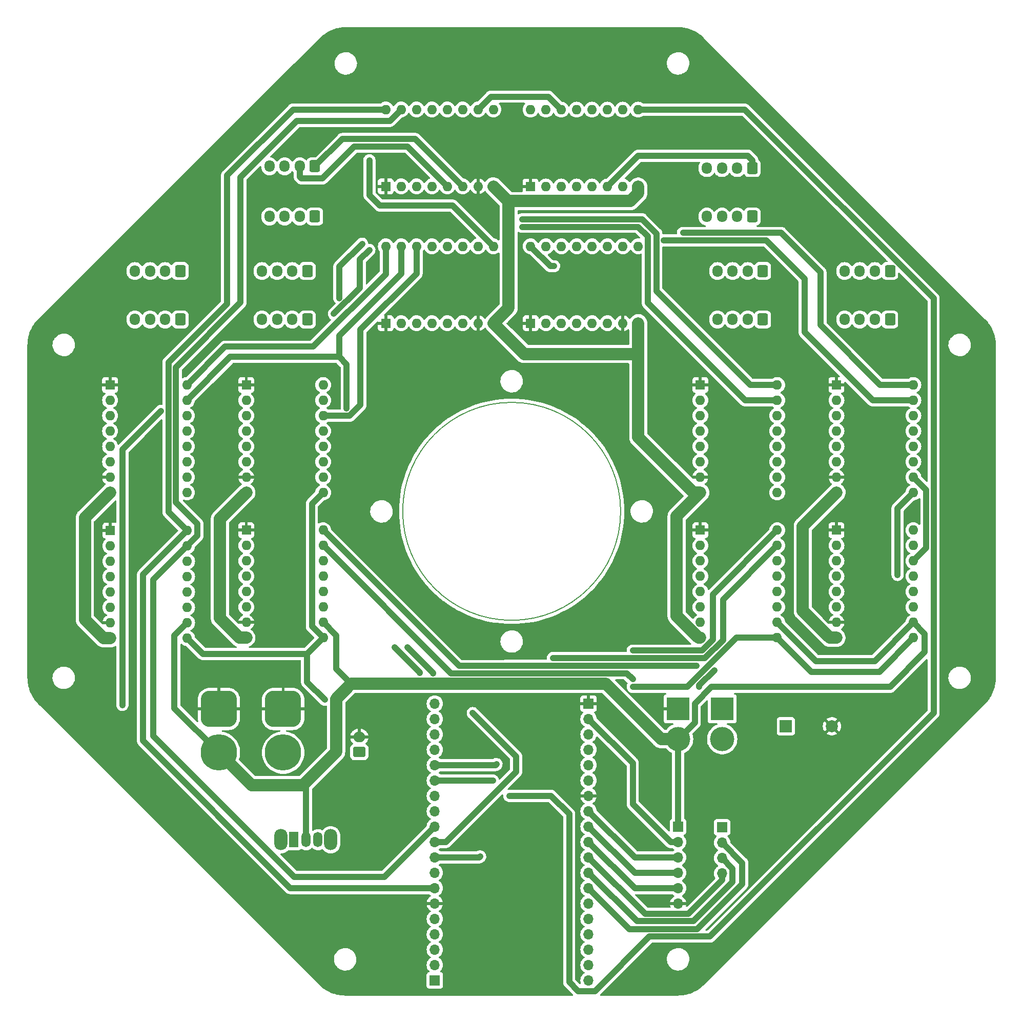
<source format=gbr>
%TF.GenerationSoftware,KiCad,Pcbnew,(7.0.0)*%
%TF.CreationDate,2023-11-14T12:39:04+01:00*%
%TF.ProjectId,Helios_PCB_panel,48656c69-6f73-45f5-9043-425f70616e65,rev?*%
%TF.SameCoordinates,Original*%
%TF.FileFunction,Copper,L2,Bot*%
%TF.FilePolarity,Positive*%
%FSLAX46Y46*%
G04 Gerber Fmt 4.6, Leading zero omitted, Abs format (unit mm)*
G04 Created by KiCad (PCBNEW (7.0.0)) date 2023-11-14 12:39:04*
%MOMM*%
%LPD*%
G01*
G04 APERTURE LIST*
G04 Aperture macros list*
%AMRoundRect*
0 Rectangle with rounded corners*
0 $1 Rounding radius*
0 $2 $3 $4 $5 $6 $7 $8 $9 X,Y pos of 4 corners*
0 Add a 4 corners polygon primitive as box body*
4,1,4,$2,$3,$4,$5,$6,$7,$8,$9,$2,$3,0*
0 Add four circle primitives for the rounded corners*
1,1,$1+$1,$2,$3*
1,1,$1+$1,$4,$5*
1,1,$1+$1,$6,$7*
1,1,$1+$1,$8,$9*
0 Add four rect primitives between the rounded corners*
20,1,$1+$1,$2,$3,$4,$5,0*
20,1,$1+$1,$4,$5,$6,$7,0*
20,1,$1+$1,$6,$7,$8,$9,0*
20,1,$1+$1,$8,$9,$2,$3,0*%
G04 Aperture macros list end*
%TA.AperFunction,NonConductor*%
%ADD10C,0.200000*%
%TD*%
%TA.AperFunction,ComponentPad*%
%ADD11RoundRect,1.500000X-1.500000X1.500000X-1.500000X-1.500000X1.500000X-1.500000X1.500000X1.500000X0*%
%TD*%
%TA.AperFunction,ComponentPad*%
%ADD12C,6.000000*%
%TD*%
%TA.AperFunction,ComponentPad*%
%ADD13R,1.600000X1.600000*%
%TD*%
%TA.AperFunction,ComponentPad*%
%ADD14O,1.600000X1.600000*%
%TD*%
%TA.AperFunction,ComponentPad*%
%ADD15RoundRect,0.250000X0.600000X0.725000X-0.600000X0.725000X-0.600000X-0.725000X0.600000X-0.725000X0*%
%TD*%
%TA.AperFunction,ComponentPad*%
%ADD16O,1.700000X1.950000*%
%TD*%
%TA.AperFunction,ComponentPad*%
%ADD17R,3.800000X3.800000*%
%TD*%
%TA.AperFunction,ComponentPad*%
%ADD18C,4.000000*%
%TD*%
%TA.AperFunction,ComponentPad*%
%ADD19O,2.200000X3.500000*%
%TD*%
%TA.AperFunction,ComponentPad*%
%ADD20R,1.500000X2.500000*%
%TD*%
%TA.AperFunction,ComponentPad*%
%ADD21O,1.500000X2.500000*%
%TD*%
%TA.AperFunction,ComponentPad*%
%ADD22RoundRect,0.250000X0.750000X-0.600000X0.750000X0.600000X-0.750000X0.600000X-0.750000X-0.600000X0*%
%TD*%
%TA.AperFunction,ComponentPad*%
%ADD23O,2.000000X1.700000*%
%TD*%
%TA.AperFunction,ComponentPad*%
%ADD24O,1.700000X1.700000*%
%TD*%
%TA.AperFunction,ComponentPad*%
%ADD25R,1.700000X1.700000*%
%TD*%
%TA.AperFunction,ComponentPad*%
%ADD26R,2.000000X2.000000*%
%TD*%
%TA.AperFunction,ComponentPad*%
%ADD27C,2.000000*%
%TD*%
%TA.AperFunction,ViaPad*%
%ADD28C,0.800000*%
%TD*%
%TA.AperFunction,Conductor*%
%ADD29C,2.000000*%
%TD*%
%TA.AperFunction,Conductor*%
%ADD30C,1.000000*%
%TD*%
G04 APERTURE END LIST*
D10*
X128000000Y-100000000D02*
G75*
G03*
X128000000Y-100000000I-18000000J0D01*
G01*
D11*
%TO.P,POW1,1,Pin_1*%
%TO.N,GND*%
X72250000Y-132650000D03*
D12*
%TO.P,POW1,2,Pin_2*%
%TO.N,+12V*%
X72250000Y-139850000D03*
%TD*%
D13*
%TO.P,DRV1_1,1,GND*%
%TO.N,GND*%
X89204799Y-46319599D03*
D14*
%TO.P,DRV1_1,2,~{FLT}*%
%TO.N,unconnected-(DRV1_1-~{FLT}-Pad2)*%
X91744799Y-46319599D03*
%TO.P,DRV1_1,3,A2*%
%TO.N,Net-(DRV1_1-A2)*%
X94284799Y-46319599D03*
%TO.P,DRV1_1,4,A1*%
%TO.N,Net-(DRV1_1-A1)*%
X96824799Y-46319599D03*
%TO.P,DRV1_1,5,B1*%
%TO.N,Net-(DRV1_1-B1)*%
X99364799Y-46319599D03*
%TO.P,DRV1_1,6,B2*%
%TO.N,Net-(DRV1_1-B2)*%
X101904799Y-46319599D03*
%TO.P,DRV1_1,7,GND*%
%TO.N,GND*%
X104444799Y-46319599D03*
%TO.P,DRV1_1,8,VMOT*%
%TO.N,+12V*%
X106984799Y-46319599D03*
%TO.P,DRV1_1,9,~{EN}*%
%TO.N,EN1*%
X106984799Y-33619599D03*
%TO.P,DRV1_1,10,M0*%
%TO.N,+5V*%
X104444799Y-33619599D03*
%TO.P,DRV1_1,11,M1*%
X101904799Y-33619599D03*
%TO.P,DRV1_1,12,M2*%
X99364799Y-33619599D03*
%TO.P,DRV1_1,13,~{RST}*%
X96824799Y-33619599D03*
%TO.P,DRV1_1,14,~{SLP}*%
X94284799Y-33619599D03*
%TO.P,DRV1_1,15,STEP*%
%TO.N,S1*%
X91744799Y-33619599D03*
%TO.P,DRV1_1,16,DIR*%
%TO.N,D1*%
X89204799Y-33619599D03*
%TD*%
D15*
%TO.P,M0_1,1,Pin_1*%
%TO.N,Net-(DRV0_1-B2)*%
X151500000Y-60300000D03*
D16*
%TO.P,M0_1,2,Pin_2*%
%TO.N,Net-(DRV0_1-B1)*%
X148999999Y-60299999D03*
%TO.P,M0_1,3,Pin_3*%
%TO.N,Net-(DRV0_1-A2)*%
X146499999Y-60299999D03*
%TO.P,M0_1,4,Pin_4*%
%TO.N,Net-(DRV0_1-A1)*%
X143999999Y-60299999D03*
%TD*%
D15*
%TO.P,M1_3,1,Pin_1*%
%TO.N,Net-(DRV1_3-B2)*%
X149750000Y-43300000D03*
D16*
%TO.P,M1_3,2,Pin_2*%
%TO.N,Net-(DRV1_3-B1)*%
X147249999Y-43299999D03*
%TO.P,M1_3,3,Pin_3*%
%TO.N,Net-(DRV1_3-A2)*%
X144749999Y-43299999D03*
%TO.P,M1_3,4,Pin_4*%
%TO.N,Net-(DRV1_3-A1)*%
X142249999Y-43299999D03*
%TD*%
D13*
%TO.P,DRV2_2,1,GND*%
%TO.N,GND*%
X66159999Y-79109999D03*
D14*
%TO.P,DRV2_2,2,~{FLT}*%
%TO.N,unconnected-(DRV2_2-~{FLT}-Pad2)*%
X66159999Y-81649999D03*
%TO.P,DRV2_2,3,A2*%
%TO.N,Net-(DRV2_2-A2)*%
X66159999Y-84189999D03*
%TO.P,DRV2_2,4,A1*%
%TO.N,Net-(DRV2_2-A1)*%
X66159999Y-86729999D03*
%TO.P,DRV2_2,5,B1*%
%TO.N,Net-(DRV2_2-B1)*%
X66159999Y-89269999D03*
%TO.P,DRV2_2,6,B2*%
%TO.N,Net-(DRV2_2-B2)*%
X66159999Y-91809999D03*
%TO.P,DRV2_2,7,GND*%
%TO.N,GND*%
X66159999Y-94349999D03*
%TO.P,DRV2_2,8,VMOT*%
%TO.N,+12V*%
X66159999Y-96889999D03*
%TO.P,DRV2_2,9,~{EN}*%
%TO.N,EN2*%
X78859999Y-96889999D03*
%TO.P,DRV2_2,10,M0*%
%TO.N,+5V*%
X78859999Y-94349999D03*
%TO.P,DRV2_2,11,M1*%
X78859999Y-91809999D03*
%TO.P,DRV2_2,12,M2*%
X78859999Y-89269999D03*
%TO.P,DRV2_2,13,~{RST}*%
X78859999Y-86729999D03*
%TO.P,DRV2_2,14,~{SLP}*%
X78859999Y-84189999D03*
%TO.P,DRV2_2,15,STEP*%
%TO.N,S2*%
X78859999Y-81649999D03*
%TO.P,DRV2_2,16,DIR*%
%TO.N,D2*%
X78859999Y-79109999D03*
%TD*%
D15*
%TO.P,M0_3,1,Pin_1*%
%TO.N,Net-(DRV0_3-B2)*%
X172500000Y-60300000D03*
D16*
%TO.P,M0_3,2,Pin_2*%
%TO.N,Net-(DRV0_3-B1)*%
X169999999Y-60299999D03*
%TO.P,M0_3,3,Pin_3*%
%TO.N,Net-(DRV0_3-A2)*%
X167499999Y-60299999D03*
%TO.P,M0_3,4,Pin_4*%
%TO.N,Net-(DRV0_3-A1)*%
X164999999Y-60299999D03*
%TD*%
D15*
%TO.P,M2_0,1,Pin_1*%
%TO.N,Net-(DRV2_0-B2)*%
X55250000Y-68300000D03*
D16*
%TO.P,M2_0,2,Pin_2*%
%TO.N,Net-(DRV2_0-B1)*%
X52749999Y-68299999D03*
%TO.P,M2_0,3,Pin_3*%
%TO.N,Net-(DRV2_0-A2)*%
X50249999Y-68299999D03*
%TO.P,M2_0,4,Pin_4*%
%TO.N,Net-(DRV2_0-A1)*%
X47749999Y-68299999D03*
%TD*%
D15*
%TO.P,M0_0,1,Pin_1*%
%TO.N,Net-(DRV0_0-B2)*%
X151500000Y-68300000D03*
D16*
%TO.P,M0_0,2,Pin_2*%
%TO.N,Net-(DRV0_0-B1)*%
X148999999Y-68299999D03*
%TO.P,M0_0,3,Pin_3*%
%TO.N,Net-(DRV0_0-A2)*%
X146499999Y-68299999D03*
%TO.P,M0_0,4,Pin_4*%
%TO.N,Net-(DRV0_0-A1)*%
X143999999Y-68299999D03*
%TD*%
D13*
%TO.P,DRV2_3,1,GND*%
%TO.N,GND*%
X66159999Y-103109999D03*
D14*
%TO.P,DRV2_3,2,~{FLT}*%
%TO.N,unconnected-(DRV2_3-~{FLT}-Pad2)*%
X66159999Y-105649999D03*
%TO.P,DRV2_3,3,A2*%
%TO.N,Net-(DRV2_3-A2)*%
X66159999Y-108189999D03*
%TO.P,DRV2_3,4,A1*%
%TO.N,Net-(DRV2_3-A1)*%
X66159999Y-110729999D03*
%TO.P,DRV2_3,5,B1*%
%TO.N,Net-(DRV2_3-B1)*%
X66159999Y-113269999D03*
%TO.P,DRV2_3,6,B2*%
%TO.N,Net-(DRV2_3-B2)*%
X66159999Y-115809999D03*
%TO.P,DRV2_3,7,GND*%
%TO.N,GND*%
X66159999Y-118349999D03*
%TO.P,DRV2_3,8,VMOT*%
%TO.N,+12V*%
X66159999Y-120889999D03*
%TO.P,DRV2_3,9,~{EN}*%
%TO.N,EN2*%
X78859999Y-120889999D03*
%TO.P,DRV2_3,10,M0*%
%TO.N,+5V*%
X78859999Y-118349999D03*
%TO.P,DRV2_3,11,M1*%
X78859999Y-115809999D03*
%TO.P,DRV2_3,12,M2*%
X78859999Y-113269999D03*
%TO.P,DRV2_3,13,~{RST}*%
X78859999Y-110729999D03*
%TO.P,DRV2_3,14,~{SLP}*%
X78859999Y-108189999D03*
%TO.P,DRV2_3,15,STEP*%
%TO.N,S3*%
X78859999Y-105649999D03*
%TO.P,DRV2_3,16,DIR*%
%TO.N,D3*%
X78859999Y-103109999D03*
%TD*%
D17*
%TO.P,I2C1,1,Pin_1*%
%TO.N,SCL*%
X144779999Y-132627999D03*
D18*
%TO.P,I2C1,2,Pin_2*%
%TO.N,SDA*%
X144780000Y-137628000D03*
%TD*%
D11*
%TO.P,POW2,1,Pin_1*%
%TO.N,GND*%
X61632000Y-132650000D03*
D12*
%TO.P,POW2,2,Pin_2*%
%TO.N,+5V*%
X61632000Y-139850000D03*
%TD*%
D19*
%TO.P,SW1,*%
%TO.N,*%
X71899999Y-154249999D03*
X80099999Y-154249999D03*
D20*
%TO.P,SW1,1,A*%
%TO.N,Net-(MCU1-V5)*%
X73999999Y-154249999D03*
D21*
%TO.P,SW1,2,B*%
%TO.N,+5V*%
X75999999Y-154249999D03*
%TO.P,SW1,3,C*%
%TO.N,unconnected-(SW1-C-Pad3)*%
X77999999Y-154249999D03*
%TD*%
D22*
%TO.P,FAN1,1,Pin_1*%
%TO.N,+12V*%
X84832000Y-139764000D03*
D23*
%TO.P,FAN1,2,Pin_2*%
%TO.N,GND*%
X84831999Y-137263999D03*
%TD*%
D15*
%TO.P,M1_2,1,Pin_1*%
%TO.N,Net-(DRV1_2-B2)*%
X149750000Y-51300000D03*
D16*
%TO.P,M1_2,2,Pin_2*%
%TO.N,Net-(DRV1_2-B1)*%
X147249999Y-51299999D03*
%TO.P,M1_2,3,Pin_3*%
%TO.N,Net-(DRV1_2-A2)*%
X144749999Y-51299999D03*
%TO.P,M1_2,4,Pin_4*%
%TO.N,Net-(DRV1_2-A1)*%
X142249999Y-51299999D03*
%TD*%
D13*
%TO.P,DRV0_1,1,GND*%
%TO.N,GND*%
X141159999Y-103109999D03*
D14*
%TO.P,DRV0_1,2,~{FLT}*%
%TO.N,unconnected-(DRV0_1-~{FLT}-Pad2)*%
X141159999Y-105649999D03*
%TO.P,DRV0_1,3,A2*%
%TO.N,Net-(DRV0_1-A2)*%
X141159999Y-108189999D03*
%TO.P,DRV0_1,4,A1*%
%TO.N,Net-(DRV0_1-A1)*%
X141159999Y-110729999D03*
%TO.P,DRV0_1,5,B1*%
%TO.N,Net-(DRV0_1-B1)*%
X141159999Y-113269999D03*
%TO.P,DRV0_1,6,B2*%
%TO.N,Net-(DRV0_1-B2)*%
X141159999Y-115809999D03*
%TO.P,DRV0_1,7,GND*%
%TO.N,GND*%
X141159999Y-118349999D03*
%TO.P,DRV0_1,8,VMOT*%
%TO.N,+12V*%
X141159999Y-120889999D03*
%TO.P,DRV0_1,9,~{EN}*%
%TO.N,EN0*%
X153859999Y-120889999D03*
%TO.P,DRV0_1,10,M0*%
%TO.N,+5V*%
X153859999Y-118349999D03*
%TO.P,DRV0_1,11,M1*%
X153859999Y-115809999D03*
%TO.P,DRV0_1,12,M2*%
X153859999Y-113269999D03*
%TO.P,DRV0_1,13,~{RST}*%
X153859999Y-110729999D03*
%TO.P,DRV0_1,14,~{SLP}*%
X153859999Y-108189999D03*
%TO.P,DRV0_1,15,STEP*%
%TO.N,S1*%
X153859999Y-105649999D03*
%TO.P,DRV0_1,16,DIR*%
%TO.N,D1*%
X153859999Y-103109999D03*
%TD*%
D13*
%TO.P,DRV1_0,1,GND*%
%TO.N,GND*%
X89204799Y-68925599D03*
D14*
%TO.P,DRV1_0,2,~{FLT}*%
%TO.N,unconnected-(DRV1_0-~{FLT}-Pad2)*%
X91744799Y-68925599D03*
%TO.P,DRV1_0,3,A2*%
%TO.N,Net-(DRV1_0-A2)*%
X94284799Y-68925599D03*
%TO.P,DRV1_0,4,A1*%
%TO.N,Net-(DRV1_0-A1)*%
X96824799Y-68925599D03*
%TO.P,DRV1_0,5,B1*%
%TO.N,Net-(DRV1_0-B1)*%
X99364799Y-68925599D03*
%TO.P,DRV1_0,6,B2*%
%TO.N,Net-(DRV1_0-B2)*%
X101904799Y-68925599D03*
%TO.P,DRV1_0,7,GND*%
%TO.N,GND*%
X104444799Y-68925599D03*
%TO.P,DRV1_0,8,VMOT*%
%TO.N,+12V*%
X106984799Y-68925599D03*
%TO.P,DRV1_0,9,~{EN}*%
%TO.N,EN1*%
X106984799Y-56225599D03*
%TO.P,DRV1_0,10,M0*%
%TO.N,+5V*%
X104444799Y-56225599D03*
%TO.P,DRV1_0,11,M1*%
X101904799Y-56225599D03*
%TO.P,DRV1_0,12,M2*%
X99364799Y-56225599D03*
%TO.P,DRV1_0,13,~{RST}*%
X96824799Y-56225599D03*
%TO.P,DRV1_0,14,~{SLP}*%
X94284799Y-56225599D03*
%TO.P,DRV1_0,15,STEP*%
%TO.N,S0*%
X91744799Y-56225599D03*
%TO.P,DRV1_0,16,DIR*%
%TO.N,D0*%
X89204799Y-56225599D03*
%TD*%
D15*
%TO.P,M1_0,1,Pin_1*%
%TO.N,Net-(DRV1_0-B2)*%
X77500000Y-51300000D03*
D16*
%TO.P,M1_0,2,Pin_2*%
%TO.N,Net-(DRV1_0-B1)*%
X74999999Y-51299999D03*
%TO.P,M1_0,3,Pin_3*%
%TO.N,Net-(DRV1_0-A2)*%
X72499999Y-51299999D03*
%TO.P,M1_0,4,Pin_4*%
%TO.N,Net-(DRV1_0-A1)*%
X69999999Y-51299999D03*
%TD*%
D15*
%TO.P,M0_2,1,Pin_1*%
%TO.N,Net-(DRV0_2-B2)*%
X172500000Y-68300000D03*
D16*
%TO.P,M0_2,2,Pin_2*%
%TO.N,Net-(DRV0_2-B1)*%
X169999999Y-68299999D03*
%TO.P,M0_2,3,Pin_3*%
%TO.N,Net-(DRV0_2-A2)*%
X167499999Y-68299999D03*
%TO.P,M0_2,4,Pin_4*%
%TO.N,Net-(DRV0_2-A1)*%
X164999999Y-68299999D03*
%TD*%
D13*
%TO.P,DRV0_2,1,GND*%
%TO.N,GND*%
X163659999Y-79109999D03*
D14*
%TO.P,DRV0_2,2,~{FLT}*%
%TO.N,unconnected-(DRV0_2-~{FLT}-Pad2)*%
X163659999Y-81649999D03*
%TO.P,DRV0_2,3,A2*%
%TO.N,Net-(DRV0_2-A2)*%
X163659999Y-84189999D03*
%TO.P,DRV0_2,4,A1*%
%TO.N,Net-(DRV0_2-A1)*%
X163659999Y-86729999D03*
%TO.P,DRV0_2,5,B1*%
%TO.N,Net-(DRV0_2-B1)*%
X163659999Y-89269999D03*
%TO.P,DRV0_2,6,B2*%
%TO.N,Net-(DRV0_2-B2)*%
X163659999Y-91809999D03*
%TO.P,DRV0_2,7,GND*%
%TO.N,GND*%
X163659999Y-94349999D03*
%TO.P,DRV0_2,8,VMOT*%
%TO.N,+12V*%
X163659999Y-96889999D03*
%TO.P,DRV0_2,9,~{EN}*%
%TO.N,EN0*%
X176359999Y-96889999D03*
%TO.P,DRV0_2,10,M0*%
%TO.N,+5V*%
X176359999Y-94349999D03*
%TO.P,DRV0_2,11,M1*%
X176359999Y-91809999D03*
%TO.P,DRV0_2,12,M2*%
X176359999Y-89269999D03*
%TO.P,DRV0_2,13,~{RST}*%
X176359999Y-86729999D03*
%TO.P,DRV0_2,14,~{SLP}*%
X176359999Y-84189999D03*
%TO.P,DRV0_2,15,STEP*%
%TO.N,S2*%
X176359999Y-81649999D03*
%TO.P,DRV0_2,16,DIR*%
%TO.N,D2*%
X176359999Y-79109999D03*
%TD*%
D15*
%TO.P,M2_3,1,Pin_1*%
%TO.N,Net-(DRV2_3-B2)*%
X76250000Y-60300000D03*
D16*
%TO.P,M2_3,2,Pin_2*%
%TO.N,Net-(DRV2_3-B1)*%
X73749999Y-60299999D03*
%TO.P,M2_3,3,Pin_3*%
%TO.N,Net-(DRV2_3-A2)*%
X71249999Y-60299999D03*
%TO.P,M2_3,4,Pin_4*%
%TO.N,Net-(DRV2_3-A1)*%
X68749999Y-60299999D03*
%TD*%
D24*
%TO.P,MCU1,1,3V3*%
%TO.N,unconnected-(MCU1-3V3-Pad1)*%
X97299999Y-131756788D03*
%TO.P,MCU1,2,EN*%
%TO.N,unconnected-(MCU1-EN-Pad2)*%
X97299999Y-134296788D03*
%TO.P,MCU1,3,SP*%
%TO.N,unconnected-(MCU1-SP-Pad3)*%
X97299999Y-136836788D03*
%TO.P,MCU1,4,SN*%
%TO.N,unconnected-(MCU1-SN-Pad4)*%
X97299999Y-139376788D03*
%TO.P,MCU1,5,G34*%
%TO.N,EN0*%
X97299999Y-141916788D03*
%TO.P,MCU1,6,G35*%
%TO.N,EN1*%
X97299999Y-144456788D03*
%TO.P,MCU1,7,G32*%
%TO.N,EN2*%
X97299999Y-146996788D03*
%TO.P,MCU1,8,G33*%
%TO.N,S0*%
X97299999Y-149536788D03*
%TO.P,MCU1,9,G25*%
%TO.N,S1*%
X97299999Y-152076788D03*
%TO.P,MCU1,10,G26*%
%TO.N,S2*%
X97299999Y-154616788D03*
%TO.P,MCU1,11,G27*%
%TO.N,S3*%
X97299999Y-157156788D03*
%TO.P,MCU1,12,G14*%
%TO.N,D0*%
X97299999Y-159696788D03*
%TO.P,MCU1,13,G12*%
%TO.N,D1*%
X97299999Y-162236788D03*
%TO.P,MCU1,14,GND*%
%TO.N,GND*%
X97299999Y-164776788D03*
%TO.P,MCU1,15,G13*%
%TO.N,D2*%
X97299999Y-167316788D03*
%TO.P,MCU1,16,SD2*%
%TO.N,unconnected-(MCU1-SD2-Pad16)*%
X97299999Y-169856788D03*
%TO.P,MCU1,17,SD3*%
%TO.N,unconnected-(MCU1-SD3-Pad17)*%
X97299999Y-172396788D03*
%TO.P,MCU1,18,CMD*%
%TO.N,unconnected-(MCU1-CMD-Pad18)*%
X97299999Y-174936788D03*
D25*
%TO.P,MCU1,19,V5*%
%TO.N,Net-(MCU1-V5)*%
X97299999Y-177476788D03*
D24*
%TO.P,MCU1,20,CLK*%
%TO.N,unconnected-(MCU1-CLK-Pad20)*%
X122699999Y-177476788D03*
%TO.P,MCU1,21,SD0*%
%TO.N,unconnected-(MCU1-SD0-Pad21)*%
X122699999Y-174936788D03*
%TO.P,MCU1,22,SD1*%
%TO.N,unconnected-(MCU1-SD1-Pad22)*%
X122699999Y-172396788D03*
%TO.P,MCU1,23,G15*%
%TO.N,D3*%
X122699999Y-169856788D03*
%TO.P,MCU1,24,G2*%
%TO.N,BUZZ*%
X122699999Y-167316788D03*
%TO.P,MCU1,25,G0*%
%TO.N,Net-(GPIO1-Pin_1)*%
X122699999Y-164776788D03*
%TO.P,MCU1,26,G4*%
%TO.N,Net-(GPIO1-Pin_2)*%
X122699999Y-162236788D03*
%TO.P,MCU1,27,G16*%
%TO.N,Net-(GPIO1-Pin_3)*%
X122699999Y-159696788D03*
%TO.P,MCU1,28,G17*%
%TO.N,Net-(GPIO1-Pin_4)*%
X122699999Y-157156788D03*
%TO.P,MCU1,29,G5*%
%TO.N,CS*%
X122699999Y-154616788D03*
%TO.P,MCU1,30,G18*%
%TO.N,SCK*%
X122699999Y-152076788D03*
%TO.P,MCU1,31,G19*%
%TO.N,MISO*%
X122699999Y-149536788D03*
%TO.P,MCU1,32,GND*%
%TO.N,GND*%
X122699999Y-146996788D03*
%TO.P,MCU1,33,G21*%
%TO.N,SDA*%
X122699999Y-144456788D03*
%TO.P,MCU1,34,RX0*%
%TO.N,unconnected-(MCU1-RX0-Pad34)*%
X122699999Y-141916788D03*
%TO.P,MCU1,35,TX0*%
%TO.N,unconnected-(MCU1-TX0-Pad35)*%
X122699999Y-139376788D03*
%TO.P,MCU1,36,G22*%
%TO.N,SCL*%
X122699999Y-136836788D03*
%TO.P,MCU1,37,G23*%
%TO.N,MOSI*%
X122699999Y-134296788D03*
D25*
%TO.P,MCU1,38,GND*%
%TO.N,GND*%
X122699999Y-131756788D03*
%TD*%
D13*
%TO.P,DRV2_1,1,GND*%
%TO.N,GND*%
X43697999Y-103174799D03*
D14*
%TO.P,DRV2_1,2,~{FLT}*%
%TO.N,unconnected-(DRV2_1-~{FLT}-Pad2)*%
X43697999Y-105714799D03*
%TO.P,DRV2_1,3,A2*%
%TO.N,Net-(DRV2_1-A2)*%
X43697999Y-108254799D03*
%TO.P,DRV2_1,4,A1*%
%TO.N,Net-(DRV2_1-A1)*%
X43697999Y-110794799D03*
%TO.P,DRV2_1,5,B1*%
%TO.N,Net-(DRV2_1-B1)*%
X43697999Y-113334799D03*
%TO.P,DRV2_1,6,B2*%
%TO.N,Net-(DRV2_1-B2)*%
X43697999Y-115874799D03*
%TO.P,DRV2_1,7,GND*%
%TO.N,GND*%
X43697999Y-118414799D03*
%TO.P,DRV2_1,8,VMOT*%
%TO.N,+12V*%
X43697999Y-120954799D03*
%TO.P,DRV2_1,9,~{EN}*%
%TO.N,EN2*%
X56397999Y-120954799D03*
%TO.P,DRV2_1,10,M0*%
%TO.N,+5V*%
X56397999Y-118414799D03*
%TO.P,DRV2_1,11,M1*%
X56397999Y-115874799D03*
%TO.P,DRV2_1,12,M2*%
X56397999Y-113334799D03*
%TO.P,DRV2_1,13,~{RST}*%
X56397999Y-110794799D03*
%TO.P,DRV2_1,14,~{SLP}*%
X56397999Y-108254799D03*
%TO.P,DRV2_1,15,STEP*%
%TO.N,S1*%
X56397999Y-105714799D03*
%TO.P,DRV2_1,16,DIR*%
%TO.N,D1*%
X56397999Y-103174799D03*
%TD*%
D17*
%TO.P,POW3,1,Pin_1*%
%TO.N,GND*%
X137499999Y-132627999D03*
D18*
%TO.P,POW3,2,Pin_2*%
%TO.N,+5V*%
X137500000Y-137628000D03*
%TD*%
D25*
%TO.P,SPI1,1,Pin_1*%
%TO.N,+5V*%
X137499999Y-152095199D03*
D24*
%TO.P,SPI1,2,Pin_2*%
%TO.N,MOSI*%
X137499999Y-154635199D03*
%TO.P,SPI1,3,Pin_3*%
%TO.N,MISO*%
X137499999Y-157175199D03*
%TO.P,SPI1,4,Pin_4*%
%TO.N,SCK*%
X137499999Y-159715199D03*
%TO.P,SPI1,5,Pin_5*%
%TO.N,CS*%
X137499999Y-162255199D03*
%TO.P,SPI1,6,Pin_6*%
%TO.N,GND*%
X137499999Y-164795199D03*
%TD*%
D15*
%TO.P,M2_2,1,Pin_1*%
%TO.N,Net-(DRV2_2-B2)*%
X76250000Y-68300000D03*
D16*
%TO.P,M2_2,2,Pin_2*%
%TO.N,Net-(DRV2_2-B1)*%
X73749999Y-68299999D03*
%TO.P,M2_2,3,Pin_3*%
%TO.N,Net-(DRV2_2-A2)*%
X71249999Y-68299999D03*
%TO.P,M2_2,4,Pin_4*%
%TO.N,Net-(DRV2_2-A1)*%
X68749999Y-68299999D03*
%TD*%
D13*
%TO.P,DRV2_0,1,GND*%
%TO.N,GND*%
X43659999Y-79109999D03*
D14*
%TO.P,DRV2_0,2,~{FLT}*%
%TO.N,unconnected-(DRV2_0-~{FLT}-Pad2)*%
X43659999Y-81649999D03*
%TO.P,DRV2_0,3,A2*%
%TO.N,Net-(DRV2_0-A2)*%
X43659999Y-84189999D03*
%TO.P,DRV2_0,4,A1*%
%TO.N,Net-(DRV2_0-A1)*%
X43659999Y-86729999D03*
%TO.P,DRV2_0,5,B1*%
%TO.N,Net-(DRV2_0-B1)*%
X43659999Y-89269999D03*
%TO.P,DRV2_0,6,B2*%
%TO.N,Net-(DRV2_0-B2)*%
X43659999Y-91809999D03*
%TO.P,DRV2_0,7,GND*%
%TO.N,GND*%
X43659999Y-94349999D03*
%TO.P,DRV2_0,8,VMOT*%
%TO.N,+12V*%
X43659999Y-96889999D03*
%TO.P,DRV2_0,9,~{EN}*%
%TO.N,EN2*%
X56359999Y-96889999D03*
%TO.P,DRV2_0,10,M0*%
%TO.N,+5V*%
X56359999Y-94349999D03*
%TO.P,DRV2_0,11,M1*%
X56359999Y-91809999D03*
%TO.P,DRV2_0,12,M2*%
X56359999Y-89269999D03*
%TO.P,DRV2_0,13,~{RST}*%
X56359999Y-86729999D03*
%TO.P,DRV2_0,14,~{SLP}*%
X56359999Y-84189999D03*
%TO.P,DRV2_0,15,STEP*%
%TO.N,S0*%
X56359999Y-81649999D03*
%TO.P,DRV2_0,16,DIR*%
%TO.N,D0*%
X56359999Y-79109999D03*
%TD*%
D13*
%TO.P,DRV0_0,1,GND*%
%TO.N,GND*%
X141159999Y-79109999D03*
D14*
%TO.P,DRV0_0,2,~{FLT}*%
%TO.N,unconnected-(DRV0_0-~{FLT}-Pad2)*%
X141159999Y-81649999D03*
%TO.P,DRV0_0,3,A2*%
%TO.N,Net-(DRV0_0-A2)*%
X141159999Y-84189999D03*
%TO.P,DRV0_0,4,A1*%
%TO.N,Net-(DRV0_0-A1)*%
X141159999Y-86729999D03*
%TO.P,DRV0_0,5,B1*%
%TO.N,Net-(DRV0_0-B1)*%
X141159999Y-89269999D03*
%TO.P,DRV0_0,6,B2*%
%TO.N,Net-(DRV0_0-B2)*%
X141159999Y-91809999D03*
%TO.P,DRV0_0,7,GND*%
%TO.N,GND*%
X141159999Y-94349999D03*
%TO.P,DRV0_0,8,VMOT*%
%TO.N,+12V*%
X141159999Y-96889999D03*
%TO.P,DRV0_0,9,~{EN}*%
%TO.N,EN0*%
X153859999Y-96889999D03*
%TO.P,DRV0_0,10,M0*%
%TO.N,+5V*%
X153859999Y-94349999D03*
%TO.P,DRV0_0,11,M1*%
X153859999Y-91809999D03*
%TO.P,DRV0_0,12,M2*%
X153859999Y-89269999D03*
%TO.P,DRV0_0,13,~{RST}*%
X153859999Y-86729999D03*
%TO.P,DRV0_0,14,~{SLP}*%
X153859999Y-84189999D03*
%TO.P,DRV0_0,15,STEP*%
%TO.N,S0*%
X153859999Y-81649999D03*
%TO.P,DRV0_0,16,DIR*%
%TO.N,D0*%
X153859999Y-79109999D03*
%TD*%
D13*
%TO.P,DRV1_2,1,GND*%
%TO.N,GND*%
X113131599Y-68925599D03*
D14*
%TO.P,DRV1_2,2,~{FLT}*%
%TO.N,unconnected-(DRV1_2-~{FLT}-Pad2)*%
X115671599Y-68925599D03*
%TO.P,DRV1_2,3,A2*%
%TO.N,Net-(DRV1_2-A2)*%
X118211599Y-68925599D03*
%TO.P,DRV1_2,4,A1*%
%TO.N,Net-(DRV1_2-A1)*%
X120751599Y-68925599D03*
%TO.P,DRV1_2,5,B1*%
%TO.N,Net-(DRV1_2-B1)*%
X123291599Y-68925599D03*
%TO.P,DRV1_2,6,B2*%
%TO.N,Net-(DRV1_2-B2)*%
X125831599Y-68925599D03*
%TO.P,DRV1_2,7,GND*%
%TO.N,GND*%
X128371599Y-68925599D03*
%TO.P,DRV1_2,8,VMOT*%
%TO.N,+12V*%
X130911599Y-68925599D03*
%TO.P,DRV1_2,9,~{EN}*%
%TO.N,EN1*%
X130911599Y-56225599D03*
%TO.P,DRV1_2,10,M0*%
%TO.N,+5V*%
X128371599Y-56225599D03*
%TO.P,DRV1_2,11,M1*%
X125831599Y-56225599D03*
%TO.P,DRV1_2,12,M2*%
X123291599Y-56225599D03*
%TO.P,DRV1_2,13,~{RST}*%
X120751599Y-56225599D03*
%TO.P,DRV1_2,14,~{SLP}*%
X118211599Y-56225599D03*
%TO.P,DRV1_2,15,STEP*%
%TO.N,S2*%
X115671599Y-56225599D03*
%TO.P,DRV1_2,16,DIR*%
%TO.N,D2*%
X113131599Y-56225599D03*
%TD*%
D15*
%TO.P,M2_1,1,Pin_1*%
%TO.N,Net-(DRV2_1-B2)*%
X55250000Y-60300000D03*
D16*
%TO.P,M2_1,2,Pin_2*%
%TO.N,Net-(DRV2_1-B1)*%
X52749999Y-60299999D03*
%TO.P,M2_1,3,Pin_3*%
%TO.N,Net-(DRV2_1-A2)*%
X50249999Y-60299999D03*
%TO.P,M2_1,4,Pin_4*%
%TO.N,Net-(DRV2_1-A1)*%
X47749999Y-60299999D03*
%TD*%
D26*
%TO.P,BZ1,1,-*%
%TO.N,BUZZ*%
X155299999Y-135499999D03*
D27*
%TO.P,BZ1,2,+*%
%TO.N,GND*%
X162900000Y-135500000D03*
%TD*%
D15*
%TO.P,M1_1,1,Pin_1*%
%TO.N,Net-(DRV1_1-B2)*%
X77500000Y-43000000D03*
D16*
%TO.P,M1_1,2,Pin_2*%
%TO.N,Net-(DRV1_1-B1)*%
X74999999Y-42999999D03*
%TO.P,M1_1,3,Pin_3*%
%TO.N,Net-(DRV1_1-A2)*%
X72499999Y-42999999D03*
%TO.P,M1_1,4,Pin_4*%
%TO.N,Net-(DRV1_1-A1)*%
X69999999Y-42999999D03*
%TD*%
D13*
%TO.P,DRV0_3,1,GND*%
%TO.N,GND*%
X163659999Y-103109999D03*
D14*
%TO.P,DRV0_3,2,~{FLT}*%
%TO.N,unconnected-(DRV0_3-~{FLT}-Pad2)*%
X163659999Y-105649999D03*
%TO.P,DRV0_3,3,A2*%
%TO.N,Net-(DRV0_3-A2)*%
X163659999Y-108189999D03*
%TO.P,DRV0_3,4,A1*%
%TO.N,Net-(DRV0_3-A1)*%
X163659999Y-110729999D03*
%TO.P,DRV0_3,5,B1*%
%TO.N,Net-(DRV0_3-B1)*%
X163659999Y-113269999D03*
%TO.P,DRV0_3,6,B2*%
%TO.N,Net-(DRV0_3-B2)*%
X163659999Y-115809999D03*
%TO.P,DRV0_3,7,GND*%
%TO.N,GND*%
X163659999Y-118349999D03*
%TO.P,DRV0_3,8,VMOT*%
%TO.N,+12V*%
X163659999Y-120889999D03*
%TO.P,DRV0_3,9,~{EN}*%
%TO.N,EN0*%
X176359999Y-120889999D03*
%TO.P,DRV0_3,10,M0*%
%TO.N,+5V*%
X176359999Y-118349999D03*
%TO.P,DRV0_3,11,M1*%
X176359999Y-115809999D03*
%TO.P,DRV0_3,12,M2*%
X176359999Y-113269999D03*
%TO.P,DRV0_3,13,~{RST}*%
X176359999Y-110729999D03*
%TO.P,DRV0_3,14,~{SLP}*%
X176359999Y-108189999D03*
%TO.P,DRV0_3,15,STEP*%
%TO.N,S3*%
X176359999Y-105649999D03*
%TO.P,DRV0_3,16,DIR*%
%TO.N,D3*%
X176359999Y-103109999D03*
%TD*%
D25*
%TO.P,GPIO1,1,Pin_1*%
%TO.N,Net-(GPIO1-Pin_1)*%
X144754999Y-152199999D03*
D24*
%TO.P,GPIO1,2,Pin_2*%
%TO.N,Net-(GPIO1-Pin_2)*%
X144754999Y-154739999D03*
%TO.P,GPIO1,3,Pin_3*%
%TO.N,Net-(GPIO1-Pin_3)*%
X144754999Y-157279999D03*
%TO.P,GPIO1,4,Pin_4*%
%TO.N,Net-(GPIO1-Pin_4)*%
X144754999Y-159819999D03*
%TD*%
D13*
%TO.P,DRV1_3,1,GND*%
%TO.N,GND*%
X113109999Y-46339999D03*
D14*
%TO.P,DRV1_3,2,~{FLT}*%
%TO.N,unconnected-(DRV1_3-~{FLT}-Pad2)*%
X115649999Y-46339999D03*
%TO.P,DRV1_3,3,A2*%
%TO.N,Net-(DRV1_3-A2)*%
X118189999Y-46339999D03*
%TO.P,DRV1_3,4,A1*%
%TO.N,Net-(DRV1_3-A1)*%
X120729999Y-46339999D03*
%TO.P,DRV1_3,5,B1*%
%TO.N,Net-(DRV1_3-B1)*%
X123269999Y-46339999D03*
%TO.P,DRV1_3,6,B2*%
%TO.N,Net-(DRV1_3-B2)*%
X125809999Y-46339999D03*
%TO.P,DRV1_3,7,GND*%
%TO.N,GND*%
X128349999Y-46339999D03*
%TO.P,DRV1_3,8,VMOT*%
%TO.N,+12V*%
X130889999Y-46339999D03*
%TO.P,DRV1_3,9,~{EN}*%
%TO.N,EN1*%
X130889999Y-33639999D03*
%TO.P,DRV1_3,10,M0*%
%TO.N,+5V*%
X128349999Y-33639999D03*
%TO.P,DRV1_3,11,M1*%
X125809999Y-33639999D03*
%TO.P,DRV1_3,12,M2*%
X123269999Y-33639999D03*
%TO.P,DRV1_3,13,~{RST}*%
X120729999Y-33639999D03*
%TO.P,DRV1_3,14,~{SLP}*%
X118189999Y-33639999D03*
%TO.P,DRV1_3,15,STEP*%
%TO.N,S3*%
X115649999Y-33639999D03*
%TO.P,DRV1_3,16,DIR*%
%TO.N,D3*%
X113109999Y-33639999D03*
%TD*%
D28*
%TO.N,GND*%
X81250000Y-77500000D03*
X80250000Y-76500000D03*
X80200000Y-77500000D03*
X81250000Y-76500000D03*
%TO.N,EN0*%
X173750000Y-110500000D03*
X107500000Y-141750000D03*
X130000000Y-129000000D03*
%TO.N,S0*%
X94800000Y-126700000D03*
X111750000Y-53000000D03*
X90650000Y-122450000D03*
X82750000Y-83000000D03*
%TO.N,D0*%
X45700000Y-132000000D03*
X52100000Y-83400000D03*
X111750000Y-51750000D03*
%TO.N,EN1*%
X106900000Y-144500000D03*
X109600000Y-147000000D03*
X86500000Y-42000000D03*
%TO.N,EN2*%
X79125000Y-131125000D03*
%TO.N,S1*%
X116800000Y-124250000D03*
%TO.N,D1*%
X130000000Y-123000000D03*
%TO.N,S2*%
X135100000Y-55200000D03*
X97000000Y-126750000D03*
X92800000Y-122500000D03*
X103575000Y-133325000D03*
%TO.N,D2*%
X117000000Y-59500000D03*
X138300000Y-54000000D03*
%TO.N,S3*%
X80625000Y-67375000D03*
X86500000Y-56809079D03*
X130000000Y-127750000D03*
X104800000Y-157000000D03*
%TO.N,D3*%
X85300000Y-55800000D03*
X140500000Y-125500000D03*
X81525000Y-64775000D03*
X143500000Y-126250000D03*
X141000000Y-129000000D03*
%TD*%
D29*
%TO.N,+12V*%
X109500000Y-48834800D02*
X109500000Y-66410400D01*
X66160000Y-120890000D02*
X65028630Y-120890000D01*
X130911600Y-87772970D02*
X130911600Y-74000000D01*
X61800000Y-117661370D02*
X61800000Y-101250000D01*
X163660000Y-120890000D02*
X162528630Y-120890000D01*
X42566630Y-120954800D02*
X43698000Y-120954800D01*
X158100000Y-102450000D02*
X163660000Y-96890000D01*
X137250000Y-100800000D02*
X141160000Y-96890000D01*
X130890000Y-47471370D02*
X129611370Y-48750000D01*
X39500000Y-101050000D02*
X39500000Y-117888170D01*
X109500000Y-66410400D02*
X106984800Y-68925600D01*
X65028630Y-120890000D02*
X61800000Y-117661370D01*
X140871572Y-120890000D02*
X137250000Y-117268428D01*
X106984800Y-46319600D02*
X109500000Y-48834800D01*
X158100000Y-116461370D02*
X158100000Y-102450000D01*
X129611370Y-48750000D02*
X109584800Y-48750000D01*
X61800000Y-101250000D02*
X66160000Y-96890000D01*
X162528630Y-120890000D02*
X158100000Y-116461370D01*
X43660000Y-96890000D02*
X39500000Y-101050000D01*
X141160000Y-96890000D02*
X140028630Y-96890000D01*
X140028630Y-96890000D02*
X130911600Y-87772970D01*
X141160000Y-120890000D02*
X140871572Y-120890000D01*
X130890000Y-46340000D02*
X130890000Y-47471370D01*
X137250000Y-117268428D02*
X137250000Y-100800000D01*
X112059200Y-74000000D02*
X130911600Y-74000000D01*
X39500000Y-117888170D02*
X42566630Y-120954800D01*
X130911600Y-74000000D02*
X130911600Y-68925600D01*
X106984800Y-68925600D02*
X112059200Y-74000000D01*
X109584800Y-48750000D02*
X109500000Y-48834800D01*
D30*
%TO.N,EN0*%
X97300000Y-141916789D02*
X107333211Y-141916789D01*
X170750000Y-126500000D02*
X176360000Y-120890000D01*
X147110000Y-120890000D02*
X143500000Y-124500000D01*
X143500000Y-124500000D02*
X139000000Y-129000000D01*
X139000000Y-129000000D02*
X130000000Y-129000000D01*
X107333211Y-141916789D02*
X107500000Y-141750000D01*
X153860000Y-120890000D02*
X159470000Y-126500000D01*
X173750000Y-110500000D02*
X173750000Y-99500000D01*
X173750000Y-99500000D02*
X176360000Y-96890000D01*
X159470000Y-126500000D02*
X170750000Y-126500000D01*
X153860000Y-120890000D02*
X147110000Y-120890000D01*
D29*
%TO.N,+5V*%
X125543573Y-128500000D02*
X134671573Y-137628000D01*
D30*
X81000000Y-126000000D02*
X83000000Y-128000000D01*
X137500000Y-137628000D02*
X140250000Y-134878000D01*
X143000000Y-129000000D02*
X172500000Y-129000000D01*
X78870000Y-84200000D02*
X78860000Y-84190000D01*
X61632000Y-139850000D02*
X54300000Y-132518000D01*
X137500000Y-137628000D02*
X137500000Y-152095200D01*
X94284800Y-56225600D02*
X94284800Y-60715200D01*
X78860000Y-118350000D02*
X81000000Y-120490000D01*
X160260000Y-124750000D02*
X169960000Y-124750000D01*
X81000000Y-120490000D02*
X81000000Y-126000000D01*
X54300000Y-132518000D02*
X54300000Y-120512800D01*
X178500000Y-96490000D02*
X176360000Y-94350000D01*
D29*
X81000000Y-131000000D02*
X83000000Y-129000000D01*
D30*
X83000000Y-128000000D02*
X83000000Y-129000000D01*
D29*
X81000000Y-139750000D02*
X81000000Y-131000000D01*
D30*
X178250000Y-123250000D02*
X178250000Y-120240000D01*
D29*
X83500000Y-128500000D02*
X125543573Y-128500000D01*
D30*
X85000000Y-70000000D02*
X85000000Y-82447056D01*
X116050000Y-31500000D02*
X118190000Y-33640000D01*
X178250000Y-120240000D02*
X176360000Y-118350000D01*
X169960000Y-124750000D02*
X176360000Y-118350000D01*
X54300000Y-120512800D02*
X56398000Y-118414800D01*
X178500000Y-106050000D02*
X178500000Y-96490000D01*
X140250000Y-134878000D02*
X140250000Y-131750000D01*
X153860000Y-118350000D02*
X160260000Y-124750000D01*
D29*
X134671573Y-137628000D02*
X137500000Y-137628000D01*
D30*
X172500000Y-129000000D02*
X178250000Y-123250000D01*
X94284800Y-60715200D02*
X85000000Y-70000000D01*
X140250000Y-131750000D02*
X143000000Y-129000000D01*
D29*
X81000000Y-139750000D02*
X75500000Y-145250000D01*
D30*
X104444800Y-33619600D02*
X106564400Y-31500000D01*
X76000000Y-145750000D02*
X75500000Y-145250000D01*
X83247056Y-84200000D02*
X78870000Y-84200000D01*
X85000000Y-82447056D02*
X83247056Y-84200000D01*
D29*
X83000000Y-129000000D02*
X83500000Y-128500000D01*
X67032000Y-145250000D02*
X61632000Y-139850000D01*
X75500000Y-145250000D02*
X67032000Y-145250000D01*
D30*
X76000000Y-154250000D02*
X76000000Y-145750000D01*
X106564400Y-31500000D02*
X116050000Y-31500000D01*
X176360000Y-108190000D02*
X178500000Y-106050000D01*
%TO.N,S0*%
X81500000Y-71000000D02*
X81500000Y-74500000D01*
X132500000Y-54600000D02*
X130900000Y-53000000D01*
X82750000Y-83000000D02*
X82750000Y-75750000D01*
X130900000Y-53000000D02*
X111750000Y-53000000D01*
X148550000Y-81650000D02*
X132500000Y-65600000D01*
X63510000Y-74500000D02*
X56360000Y-81650000D01*
X91744800Y-60755200D02*
X81500000Y-71000000D01*
X82750000Y-75750000D02*
X81500000Y-74500000D01*
X94800000Y-126600000D02*
X94800000Y-126700000D01*
X81500000Y-74500000D02*
X78250000Y-74500000D01*
X153860000Y-81650000D02*
X148550000Y-81650000D01*
X78250000Y-74500000D02*
X63510000Y-74500000D01*
X91744800Y-56225600D02*
X91744800Y-60755200D01*
X132500000Y-65600000D02*
X132500000Y-54600000D01*
X90650000Y-122450000D02*
X94800000Y-126600000D01*
%TO.N,D0*%
X133900000Y-54100000D02*
X131550000Y-51750000D01*
X62670000Y-72800000D02*
X77200000Y-72800000D01*
X89204800Y-60795200D02*
X89204800Y-56225600D01*
X131550000Y-51750000D02*
X111750000Y-51750000D01*
X56360000Y-79110000D02*
X62670000Y-72800000D01*
X153860000Y-79110000D02*
X149410000Y-79110000D01*
X45700000Y-89800000D02*
X52100000Y-83400000D01*
X133900000Y-63600000D02*
X133900000Y-54100000D01*
X77200000Y-72800000D02*
X89204800Y-60795200D01*
X45700000Y-132000000D02*
X45700000Y-89800000D01*
X149410000Y-79110000D02*
X133900000Y-63600000D01*
%TO.N,EN1*%
X116500000Y-147000000D02*
X119500000Y-150000000D01*
X89250000Y-49500000D02*
X88250000Y-49500000D01*
X179700000Y-64831497D02*
X148508503Y-33640000D01*
X123750000Y-179250000D02*
X132750000Y-170250000D01*
X106750000Y-144456789D02*
X106900000Y-144500000D01*
X179700000Y-133300000D02*
X179700000Y-64831497D01*
X119500000Y-177750000D02*
X121000000Y-179250000D01*
X132750000Y-170250000D02*
X142750000Y-170250000D01*
X142750000Y-170250000D02*
X179700000Y-133300000D01*
X106836422Y-144456789D02*
X106793211Y-144456789D01*
X97300000Y-144456789D02*
X106750000Y-144456789D01*
X88250000Y-49500000D02*
X86500000Y-47750000D01*
X100259200Y-49500000D02*
X89250000Y-49500000D01*
X148508503Y-33640000D02*
X130890000Y-33640000D01*
X106984800Y-56225600D02*
X100259200Y-49500000D01*
X121000000Y-179250000D02*
X123750000Y-179250000D01*
X86500000Y-47750000D02*
X86500000Y-42000000D01*
X106900000Y-144500000D02*
X106836422Y-144456789D01*
X119500000Y-150000000D02*
X119500000Y-177750000D01*
X109600000Y-147000000D02*
X116500000Y-147000000D01*
%TO.N,EN2*%
X76200000Y-128200000D02*
X76200000Y-123550000D01*
X56398000Y-120954800D02*
X58993200Y-123550000D01*
X58993200Y-123550000D02*
X76200000Y-123550000D01*
X77000000Y-119030000D02*
X78860000Y-120890000D01*
X77000000Y-98750000D02*
X77000000Y-119030000D01*
X76200000Y-123550000D02*
X78860000Y-120890000D01*
X79125000Y-131125000D02*
X76200000Y-128200000D01*
X78860000Y-96890000D02*
X77000000Y-98750000D01*
%TO.N,S1*%
X74500000Y-35500000D02*
X65200000Y-44800000D01*
X116800000Y-124250000D02*
X141901219Y-124250000D01*
X88976789Y-160400000D02*
X97300000Y-152076789D01*
X54500000Y-76197056D02*
X54500000Y-98500000D01*
X89864400Y-35500000D02*
X74500000Y-35500000D01*
X50800000Y-111312800D02*
X50800000Y-137100000D01*
X144900000Y-121251219D02*
X144900000Y-114610000D01*
X58100000Y-102100000D02*
X58100000Y-104012800D01*
X65200000Y-44800000D02*
X65200000Y-65497056D01*
X65200000Y-65497056D02*
X54500000Y-76197056D01*
X54500000Y-98500000D02*
X58100000Y-102100000D01*
X56398000Y-105714800D02*
X50800000Y-111312800D01*
X74100000Y-160400000D02*
X88976789Y-160400000D01*
X91744800Y-33619600D02*
X89864400Y-35500000D01*
X144900000Y-114610000D02*
X153860000Y-105650000D01*
X58100000Y-104012800D02*
X56398000Y-105714800D01*
X141901219Y-124250000D02*
X144900000Y-121251219D01*
X50800000Y-137100000D02*
X74100000Y-160400000D01*
%TO.N,D1*%
X49100000Y-110472800D02*
X56398000Y-103174800D01*
X73436789Y-162236789D02*
X49100000Y-137900000D01*
X53300000Y-100076800D02*
X56398000Y-103174800D01*
X63000000Y-44500000D02*
X63000000Y-65700000D01*
X53300000Y-75400000D02*
X53300000Y-100076800D01*
X143250000Y-121204163D02*
X143250000Y-113720000D01*
X89204800Y-33619600D02*
X73880400Y-33619600D01*
X97300000Y-162236789D02*
X73436789Y-162236789D01*
X130000000Y-123000000D02*
X141454163Y-123000000D01*
X141454163Y-123000000D02*
X143250000Y-121204163D01*
X49100000Y-137900000D02*
X49100000Y-110472800D01*
X73880400Y-33619600D02*
X63000000Y-44500000D01*
X143250000Y-113720000D02*
X153860000Y-103110000D01*
X63000000Y-65700000D02*
X53300000Y-75400000D01*
%TO.N,Net-(DRV1_1-B1)*%
X75275000Y-45000000D02*
X75000000Y-44725000D01*
X84000000Y-39750000D02*
X78750000Y-45000000D01*
X99364800Y-46319600D02*
X92795200Y-39750000D01*
X78750000Y-45000000D02*
X75275000Y-45000000D01*
X75000000Y-44725000D02*
X75000000Y-43000000D01*
X92795200Y-39750000D02*
X84000000Y-39750000D01*
%TO.N,Net-(DRV1_1-B2)*%
X94085200Y-38500000D02*
X101904800Y-46319600D01*
X82000000Y-38500000D02*
X94085200Y-38500000D01*
X77500000Y-43000000D02*
X82000000Y-38500000D01*
%TO.N,S2*%
X99133211Y-154616789D02*
X97300000Y-154616789D01*
X135150000Y-55250000D02*
X152050000Y-55250000D01*
X103575000Y-133325000D02*
X110750000Y-140500000D01*
X110750000Y-143000000D02*
X99133211Y-154616789D01*
X97000000Y-126750000D02*
X97000000Y-126700000D01*
X110750000Y-140500000D02*
X110750000Y-143000000D01*
X152050000Y-55250000D02*
X158400000Y-61600000D01*
X97000000Y-126700000D02*
X92800000Y-122500000D01*
X169650000Y-81650000D02*
X176360000Y-81650000D01*
X158400000Y-70400000D02*
X169650000Y-81650000D01*
X158400000Y-61600000D02*
X158400000Y-70400000D01*
X135100000Y-55200000D02*
X135150000Y-55250000D01*
%TO.N,D2*%
X161000000Y-60500000D02*
X161000000Y-69250000D01*
X154500000Y-54000000D02*
X161000000Y-60500000D01*
X117000000Y-59500000D02*
X116406000Y-59500000D01*
X138300000Y-54000000D02*
X154500000Y-54000000D01*
X116406000Y-59500000D02*
X113131600Y-56225600D01*
X170860000Y-79110000D02*
X176360000Y-79110000D01*
X161000000Y-69250000D02*
X170860000Y-79110000D01*
%TO.N,Net-(DRV1_3-B2)*%
X130900000Y-41250000D02*
X149000000Y-41250000D01*
X149750000Y-42000000D02*
X149750000Y-43300000D01*
X125810000Y-46340000D02*
X130900000Y-41250000D01*
X149000000Y-41250000D02*
X149750000Y-42000000D01*
%TO.N,S3*%
X99960000Y-126750000D02*
X78860000Y-105650000D01*
X130000000Y-127750000D02*
X129000000Y-126750000D01*
X84900000Y-63100000D02*
X84900000Y-58409079D01*
X104800000Y-157000000D02*
X104643211Y-157156789D01*
X80625000Y-67375000D02*
X84900000Y-63100000D01*
X129000000Y-126750000D02*
X99960000Y-126750000D01*
X104643211Y-157156789D02*
X97300000Y-157156789D01*
X84900000Y-58409079D02*
X86500000Y-56809079D01*
%TO.N,D3*%
X78860000Y-103110000D02*
X101300000Y-125550000D01*
X101300000Y-125550000D02*
X140500000Y-125500000D01*
X81525000Y-59575000D02*
X85300000Y-55800000D01*
X141000000Y-128750000D02*
X143500000Y-126250000D01*
X81525000Y-64775000D02*
X81525000Y-59575000D01*
X141000000Y-129000000D02*
X141000000Y-128750000D01*
X140500000Y-125500000D02*
X140450000Y-125550000D01*
%TO.N,Net-(GPIO1-Pin_2)*%
X129463211Y-169000000D02*
X122700000Y-162236789D01*
X144755000Y-154740000D02*
X148100000Y-158085000D01*
X140644112Y-169000000D02*
X129463211Y-169000000D01*
X148100000Y-158085000D02*
X148100000Y-161544112D01*
X148100000Y-161544112D02*
X140644112Y-169000000D01*
%TO.N,Net-(GPIO1-Pin_3)*%
X140000000Y-167700000D02*
X130703211Y-167700000D01*
X130703211Y-167700000D02*
X122700000Y-159696789D01*
X146500000Y-159025000D02*
X146500000Y-161200000D01*
X144755000Y-157280000D02*
X146500000Y-159025000D01*
X146500000Y-161200000D02*
X140000000Y-167700000D01*
%TO.N,Net-(GPIO1-Pin_4)*%
X144755000Y-160945000D02*
X139200000Y-166500000D01*
X144755000Y-159820000D02*
X144755000Y-160945000D01*
X139200000Y-166500000D02*
X132043211Y-166500000D01*
X132043211Y-166500000D02*
X122700000Y-157156789D01*
%TO.N,SDA*%
X144780000Y-137628000D02*
X144780000Y-137667056D01*
%TO.N,MOSI*%
X122700000Y-134296789D02*
X130000000Y-141596789D01*
X130000000Y-148337281D02*
X136297919Y-154635200D01*
X130000000Y-141596789D02*
X130000000Y-148337281D01*
X136297919Y-154635200D02*
X137500000Y-154635200D01*
%TO.N,MISO*%
X137500000Y-157175200D02*
X130338411Y-157175200D01*
X130338411Y-157175200D02*
X122700000Y-149536789D01*
%TO.N,SCK*%
X137500000Y-159715200D02*
X130338411Y-159715200D01*
X130338411Y-159715200D02*
X122700000Y-152076789D01*
%TO.N,CS*%
X130338411Y-162255200D02*
X122700000Y-154616789D01*
X137500000Y-162255200D02*
X130338411Y-162255200D01*
%TD*%
%TA.AperFunction,Conductor*%
%TO.N,GND*%
G36*
X137502211Y-20000578D02*
G01*
X137639898Y-20005496D01*
X137938898Y-20017244D01*
X137947252Y-20017855D01*
X138144151Y-20039024D01*
X138145240Y-20039147D01*
X138386690Y-20067725D01*
X138394023Y-20068819D01*
X138599552Y-20105901D01*
X138601513Y-20106273D01*
X138829427Y-20151608D01*
X138835863Y-20153068D01*
X139042135Y-20205716D01*
X139045078Y-20206506D01*
X139264855Y-20268489D01*
X139270253Y-20270148D01*
X139474126Y-20338003D01*
X139477675Y-20339248D01*
X139690544Y-20417780D01*
X139694994Y-20419522D01*
X139893887Y-20501906D01*
X139898298Y-20503835D01*
X140104238Y-20598775D01*
X140107819Y-20600496D01*
X140299825Y-20696608D01*
X140304848Y-20699269D01*
X140504136Y-20810875D01*
X140506640Y-20812319D01*
X140689799Y-20920992D01*
X140695398Y-20924521D01*
X140888540Y-21053575D01*
X140890369Y-21054821D01*
X140981814Y-21118312D01*
X141061785Y-21173837D01*
X141067821Y-21178306D01*
X141258555Y-21328668D01*
X141259509Y-21329427D01*
X141413744Y-21453717D01*
X141420102Y-21459207D01*
X141639556Y-21662068D01*
X141639742Y-21662240D01*
X141740677Y-21756214D01*
X141743862Y-21759288D01*
X188240711Y-68256137D01*
X188243785Y-68259322D01*
X188337629Y-68360118D01*
X188337930Y-68360443D01*
X188540791Y-68579897D01*
X188546286Y-68586262D01*
X188670479Y-68740375D01*
X188671224Y-68741309D01*
X188742460Y-68831671D01*
X188821693Y-68932178D01*
X188826169Y-68938224D01*
X188945206Y-69109670D01*
X188946418Y-69111450D01*
X189075476Y-69304600D01*
X189079016Y-69310216D01*
X189099582Y-69344878D01*
X189187634Y-69493281D01*
X189189117Y-69495854D01*
X189300730Y-69695152D01*
X189303406Y-69700203D01*
X189399485Y-69892145D01*
X189401211Y-69895735D01*
X189496161Y-70101697D01*
X189498112Y-70106158D01*
X189580450Y-70304940D01*
X189582225Y-70309475D01*
X189660731Y-70522275D01*
X189662049Y-70526034D01*
X189729827Y-70729674D01*
X189731517Y-70735174D01*
X189793481Y-70954881D01*
X189794285Y-70957874D01*
X189846925Y-71164116D01*
X189848394Y-71170591D01*
X189893704Y-71398379D01*
X189894117Y-71400553D01*
X189931170Y-71605920D01*
X189932281Y-71613363D01*
X189960838Y-71854649D01*
X189960987Y-71855968D01*
X189982141Y-72052731D01*
X189982755Y-72061118D01*
X189994486Y-72359700D01*
X189994372Y-72359704D01*
X189994504Y-72360141D01*
X189999421Y-72497788D01*
X189999500Y-72502215D01*
X189999500Y-127497785D01*
X189999421Y-127502212D01*
X189994507Y-127639766D01*
X189994490Y-127640207D01*
X189982755Y-127938880D01*
X189982141Y-127947267D01*
X189960987Y-128144030D01*
X189960838Y-128145349D01*
X189932281Y-128386635D01*
X189931170Y-128394078D01*
X189894117Y-128599445D01*
X189893704Y-128601619D01*
X189848394Y-128829407D01*
X189846925Y-128835882D01*
X189794288Y-129042110D01*
X189793485Y-129045102D01*
X189731518Y-129264823D01*
X189729828Y-129270324D01*
X189662051Y-129473964D01*
X189662038Y-129474002D01*
X189660719Y-129477762D01*
X189582238Y-129690493D01*
X189580463Y-129695027D01*
X189498103Y-129893861D01*
X189496152Y-129898322D01*
X189401223Y-130104238D01*
X189399497Y-130107828D01*
X189303398Y-130299810D01*
X189300704Y-130304895D01*
X189189182Y-130504032D01*
X189187634Y-130506717D01*
X189079017Y-130689781D01*
X189075477Y-130695398D01*
X188946423Y-130888540D01*
X188945177Y-130890369D01*
X188826169Y-131061774D01*
X188821692Y-131067821D01*
X188671330Y-131258555D01*
X188670503Y-131259594D01*
X188546281Y-131413744D01*
X188540785Y-131420109D01*
X188338012Y-131639469D01*
X188337711Y-131639794D01*
X188243785Y-131740677D01*
X188240711Y-131743862D01*
X141743849Y-178240723D01*
X141740663Y-178243798D01*
X141639868Y-178337640D01*
X141639544Y-178337940D01*
X141420101Y-178540791D01*
X141413736Y-178546286D01*
X141259623Y-178670479D01*
X141258584Y-178671308D01*
X141067820Y-178821693D01*
X141061774Y-178826169D01*
X140890379Y-178945172D01*
X140888548Y-178946418D01*
X140695398Y-179075476D01*
X140689782Y-179079016D01*
X140506721Y-179187632D01*
X140504075Y-179189157D01*
X140328965Y-179287223D01*
X140304880Y-179300712D01*
X140299795Y-179303406D01*
X140107853Y-179399485D01*
X140104263Y-179401211D01*
X139898301Y-179496161D01*
X139893840Y-179498112D01*
X139695058Y-179580450D01*
X139690523Y-179582225D01*
X139477723Y-179660731D01*
X139473964Y-179662049D01*
X139270324Y-179729827D01*
X139264824Y-179731517D01*
X139045117Y-179793481D01*
X139042124Y-179794285D01*
X138835882Y-179846925D01*
X138829407Y-179848394D01*
X138601619Y-179893704D01*
X138599445Y-179894117D01*
X138394078Y-179931170D01*
X138386635Y-179932281D01*
X138145349Y-179960838D01*
X138144030Y-179960987D01*
X137947267Y-179982141D01*
X137938880Y-179982755D01*
X137640207Y-179994490D01*
X137639766Y-179994507D01*
X137502212Y-179999421D01*
X137497785Y-179999500D01*
X124714782Y-179999500D01*
X124658487Y-179985985D01*
X124614464Y-179948385D01*
X124592309Y-179894898D01*
X124596851Y-179837182D01*
X124627101Y-179787819D01*
X130347155Y-174067765D01*
X135645788Y-174067765D01*
X135646282Y-174072262D01*
X135646283Y-174072267D01*
X135674917Y-174332506D01*
X135674918Y-174332513D01*
X135675414Y-174337018D01*
X135676559Y-174341398D01*
X135676561Y-174341408D01*
X135709998Y-174469305D01*
X135743928Y-174599088D01*
X135745693Y-174603242D01*
X135745696Y-174603250D01*
X135848099Y-174844223D01*
X135849870Y-174848390D01*
X135852226Y-174852251D01*
X135852229Y-174852256D01*
X135988618Y-175075737D01*
X135990982Y-175079610D01*
X136164255Y-175287820D01*
X136167630Y-175290844D01*
X136167631Y-175290845D01*
X136284119Y-175395219D01*
X136365998Y-175468582D01*
X136591910Y-175618044D01*
X136837176Y-175733020D01*
X137096569Y-175811060D01*
X137364561Y-175850500D01*
X137565369Y-175850500D01*
X137567631Y-175850500D01*
X137770156Y-175835677D01*
X138034553Y-175776780D01*
X138287558Y-175680014D01*
X138523777Y-175547441D01*
X138738177Y-175381888D01*
X138926186Y-175186881D01*
X139083799Y-174966579D01*
X139207656Y-174725675D01*
X139295118Y-174469305D01*
X139344319Y-174202933D01*
X139354212Y-173932235D01*
X139324586Y-173662982D01*
X139256072Y-173400912D01*
X139150130Y-173151610D01*
X139009018Y-172920390D01*
X138835745Y-172712180D01*
X138752311Y-172637423D01*
X138637382Y-172534446D01*
X138637378Y-172534442D01*
X138634002Y-172531418D01*
X138408090Y-172381956D01*
X138403996Y-172380036D01*
X138403991Y-172380034D01*
X138166929Y-172268904D01*
X138166925Y-172268902D01*
X138162824Y-172266980D01*
X138158477Y-172265672D01*
X138158474Y-172265671D01*
X137907772Y-172190246D01*
X137907771Y-172190245D01*
X137903431Y-172188940D01*
X137898957Y-172188281D01*
X137898950Y-172188280D01*
X137639913Y-172150158D01*
X137639907Y-172150157D01*
X137635439Y-172149500D01*
X137432369Y-172149500D01*
X137430120Y-172149664D01*
X137430109Y-172149665D01*
X137234363Y-172163992D01*
X137234359Y-172163992D01*
X137229844Y-172164323D01*
X137225426Y-172165307D01*
X137225420Y-172165308D01*
X136969877Y-172222232D01*
X136969861Y-172222236D01*
X136965447Y-172223220D01*
X136961216Y-172224838D01*
X136961210Y-172224840D01*
X136716673Y-172318367D01*
X136716663Y-172318371D01*
X136712442Y-172319986D01*
X136708494Y-172322201D01*
X136708489Y-172322204D01*
X136480176Y-172450340D01*
X136480171Y-172450343D01*
X136476223Y-172452559D01*
X136472639Y-172455325D01*
X136472635Y-172455329D01*
X136265407Y-172615343D01*
X136265394Y-172615354D01*
X136261823Y-172618112D01*
X136258685Y-172621366D01*
X136258678Y-172621373D01*
X136076958Y-172809857D01*
X136076952Y-172809864D01*
X136073814Y-172813119D01*
X136071189Y-172816787D01*
X136071179Y-172816800D01*
X135918834Y-173029740D01*
X135918830Y-173029745D01*
X135916201Y-173033421D01*
X135914132Y-173037444D01*
X135914129Y-173037450D01*
X135794416Y-173270293D01*
X135794411Y-173270304D01*
X135792344Y-173274325D01*
X135790884Y-173278602D01*
X135790879Y-173278616D01*
X135706348Y-173526395D01*
X135706344Y-173526407D01*
X135704882Y-173530695D01*
X135704057Y-173535159D01*
X135704057Y-173535161D01*
X135656504Y-173792606D01*
X135656502Y-173792619D01*
X135655681Y-173797067D01*
X135655515Y-173801593D01*
X135655515Y-173801599D01*
X135646015Y-174061558D01*
X135645788Y-174067765D01*
X130347155Y-174067765D01*
X133128101Y-171286819D01*
X133168329Y-171259939D01*
X133215782Y-171250500D01*
X142735722Y-171250500D01*
X142738862Y-171250539D01*
X142826363Y-171252757D01*
X142884458Y-171242344D01*
X142893739Y-171241042D01*
X142952438Y-171235074D01*
X142981464Y-171225966D01*
X142996713Y-171222224D01*
X143026653Y-171216858D01*
X143081423Y-171194980D01*
X143090303Y-171191818D01*
X143146588Y-171174159D01*
X143173194Y-171159390D01*
X143187362Y-171152662D01*
X143215617Y-171141377D01*
X143264891Y-171108902D01*
X143272910Y-171104043D01*
X143324502Y-171075409D01*
X143335961Y-171065570D01*
X143347583Y-171055594D01*
X143360125Y-171046137D01*
X143385519Y-171029402D01*
X143427238Y-170987681D01*
X143434122Y-170981301D01*
X143478895Y-170942866D01*
X143497520Y-170918802D01*
X143507879Y-170907040D01*
X180397389Y-134017529D01*
X180399559Y-134015413D01*
X180463053Y-133955059D01*
X180496752Y-133906641D01*
X180502428Y-133899113D01*
X180539698Y-133853407D01*
X180547559Y-133838358D01*
X180553782Y-133826444D01*
X180561919Y-133813013D01*
X180575704Y-133793208D01*
X180575703Y-133793208D01*
X180579295Y-133788049D01*
X180602568Y-133733815D01*
X180606598Y-133725331D01*
X180630997Y-133678624D01*
X180630997Y-133678622D01*
X180633909Y-133673049D01*
X180642275Y-133643808D01*
X180647539Y-133629019D01*
X180659540Y-133601058D01*
X180671421Y-133543238D01*
X180673650Y-133534155D01*
X180689886Y-133477418D01*
X180692195Y-133447082D01*
X180694376Y-133431539D01*
X180699234Y-133407901D01*
X180699233Y-133407901D01*
X180700500Y-133401741D01*
X180700500Y-133342756D01*
X180700858Y-133333340D01*
X180700894Y-133332861D01*
X180705337Y-133274524D01*
X180701493Y-133244348D01*
X180700500Y-133228683D01*
X180700500Y-127567765D01*
X182145788Y-127567765D01*
X182146282Y-127572262D01*
X182146283Y-127572267D01*
X182174917Y-127832506D01*
X182174918Y-127832513D01*
X182175414Y-127837018D01*
X182176559Y-127841398D01*
X182176561Y-127841408D01*
X182217892Y-127999500D01*
X182243928Y-128099088D01*
X182245693Y-128103242D01*
X182245696Y-128103250D01*
X182330396Y-128302564D01*
X182349870Y-128348390D01*
X182352226Y-128352251D01*
X182352229Y-128352256D01*
X182466990Y-128540298D01*
X182490982Y-128579610D01*
X182664255Y-128787820D01*
X182667630Y-128790844D01*
X182667631Y-128790845D01*
X182854063Y-128957889D01*
X182865998Y-128968582D01*
X183091910Y-129118044D01*
X183337176Y-129233020D01*
X183596569Y-129311060D01*
X183864561Y-129350500D01*
X184065369Y-129350500D01*
X184067631Y-129350500D01*
X184270156Y-129335677D01*
X184534553Y-129276780D01*
X184787558Y-129180014D01*
X185023777Y-129047441D01*
X185238177Y-128881888D01*
X185426186Y-128686881D01*
X185583799Y-128466579D01*
X185707656Y-128225675D01*
X185795118Y-127969305D01*
X185844319Y-127702933D01*
X185854212Y-127432235D01*
X185824586Y-127162982D01*
X185756072Y-126900912D01*
X185650130Y-126651610D01*
X185509018Y-126420390D01*
X185335745Y-126212180D01*
X185254146Y-126139067D01*
X185137382Y-126034446D01*
X185137378Y-126034442D01*
X185134002Y-126031418D01*
X184908090Y-125881956D01*
X184903996Y-125880036D01*
X184903991Y-125880034D01*
X184666929Y-125768904D01*
X184666925Y-125768902D01*
X184662824Y-125766980D01*
X184658477Y-125765672D01*
X184658474Y-125765671D01*
X184407772Y-125690246D01*
X184407771Y-125690245D01*
X184403431Y-125688940D01*
X184398957Y-125688281D01*
X184398950Y-125688280D01*
X184139913Y-125650158D01*
X184139907Y-125650157D01*
X184135439Y-125649500D01*
X183932369Y-125649500D01*
X183930120Y-125649664D01*
X183930109Y-125649665D01*
X183734363Y-125663992D01*
X183734359Y-125663992D01*
X183729844Y-125664323D01*
X183725426Y-125665307D01*
X183725420Y-125665308D01*
X183469877Y-125722232D01*
X183469861Y-125722236D01*
X183465447Y-125723220D01*
X183461216Y-125724838D01*
X183461210Y-125724840D01*
X183216673Y-125818367D01*
X183216663Y-125818371D01*
X183212442Y-125819986D01*
X183208494Y-125822201D01*
X183208489Y-125822204D01*
X182980176Y-125950340D01*
X182980171Y-125950343D01*
X182976223Y-125952559D01*
X182972639Y-125955325D01*
X182972635Y-125955329D01*
X182765407Y-126115343D01*
X182765394Y-126115354D01*
X182761823Y-126118112D01*
X182758685Y-126121366D01*
X182758678Y-126121373D01*
X182576958Y-126309857D01*
X182576952Y-126309864D01*
X182573814Y-126313119D01*
X182571189Y-126316787D01*
X182571179Y-126316800D01*
X182418834Y-126529740D01*
X182418830Y-126529745D01*
X182416201Y-126533421D01*
X182414132Y-126537444D01*
X182414129Y-126537450D01*
X182294416Y-126770293D01*
X182294411Y-126770304D01*
X182292344Y-126774325D01*
X182290884Y-126778602D01*
X182290879Y-126778616D01*
X182206348Y-127026395D01*
X182206344Y-127026407D01*
X182204882Y-127030695D01*
X182204057Y-127035159D01*
X182204057Y-127035161D01*
X182156504Y-127292606D01*
X182156502Y-127292619D01*
X182155681Y-127297067D01*
X182155515Y-127301593D01*
X182155515Y-127301599D01*
X182148070Y-127505337D01*
X182145788Y-127567765D01*
X180700500Y-127567765D01*
X180700500Y-72567765D01*
X182145788Y-72567765D01*
X182146282Y-72572262D01*
X182146283Y-72572267D01*
X182174917Y-72832506D01*
X182174918Y-72832513D01*
X182175414Y-72837018D01*
X182176559Y-72841398D01*
X182176561Y-72841408D01*
X182208830Y-72964838D01*
X182243928Y-73099088D01*
X182245693Y-73103242D01*
X182245696Y-73103250D01*
X182324130Y-73287819D01*
X182349870Y-73348390D01*
X182352226Y-73352251D01*
X182352229Y-73352256D01*
X182442091Y-73499500D01*
X182490982Y-73579610D01*
X182664255Y-73787820D01*
X182667630Y-73790844D01*
X182667631Y-73790845D01*
X182831791Y-73937933D01*
X182865998Y-73968582D01*
X183091910Y-74118044D01*
X183337176Y-74233020D01*
X183596569Y-74311060D01*
X183864561Y-74350500D01*
X184065369Y-74350500D01*
X184067631Y-74350500D01*
X184270156Y-74335677D01*
X184534553Y-74276780D01*
X184787558Y-74180014D01*
X185023777Y-74047441D01*
X185238177Y-73881888D01*
X185426186Y-73686881D01*
X185583799Y-73466579D01*
X185707656Y-73225675D01*
X185795118Y-72969305D01*
X185844319Y-72702933D01*
X185854212Y-72432235D01*
X185824586Y-72162982D01*
X185756072Y-71900912D01*
X185650130Y-71651610D01*
X185509018Y-71420390D01*
X185335745Y-71212180D01*
X185289290Y-71170556D01*
X185137382Y-71034446D01*
X185137378Y-71034442D01*
X185134002Y-71031418D01*
X184908090Y-70881956D01*
X184903996Y-70880036D01*
X184903991Y-70880034D01*
X184666929Y-70768904D01*
X184666925Y-70768902D01*
X184662824Y-70766980D01*
X184658477Y-70765672D01*
X184658474Y-70765671D01*
X184407772Y-70690246D01*
X184407771Y-70690245D01*
X184403431Y-70688940D01*
X184398957Y-70688281D01*
X184398950Y-70688280D01*
X184139913Y-70650158D01*
X184139907Y-70650157D01*
X184135439Y-70649500D01*
X183932369Y-70649500D01*
X183930120Y-70649664D01*
X183930109Y-70649665D01*
X183734363Y-70663992D01*
X183734359Y-70663992D01*
X183729844Y-70664323D01*
X183725426Y-70665307D01*
X183725420Y-70665308D01*
X183469877Y-70722232D01*
X183469861Y-70722236D01*
X183465447Y-70723220D01*
X183461216Y-70724838D01*
X183461210Y-70724840D01*
X183216673Y-70818367D01*
X183216663Y-70818371D01*
X183212442Y-70819986D01*
X183208494Y-70822201D01*
X183208489Y-70822204D01*
X182980176Y-70950340D01*
X182980171Y-70950343D01*
X182976223Y-70952559D01*
X182972639Y-70955325D01*
X182972635Y-70955329D01*
X182765407Y-71115343D01*
X182765394Y-71115354D01*
X182761823Y-71118112D01*
X182758685Y-71121366D01*
X182758678Y-71121373D01*
X182576958Y-71309857D01*
X182576952Y-71309864D01*
X182573814Y-71313119D01*
X182571189Y-71316787D01*
X182571179Y-71316800D01*
X182418834Y-71529740D01*
X182418830Y-71529745D01*
X182416201Y-71533421D01*
X182414132Y-71537444D01*
X182414129Y-71537450D01*
X182294416Y-71770293D01*
X182294411Y-71770304D01*
X182292344Y-71774325D01*
X182290884Y-71778602D01*
X182290879Y-71778616D01*
X182206348Y-72026395D01*
X182206344Y-72026407D01*
X182204882Y-72030695D01*
X182204057Y-72035159D01*
X182204057Y-72035161D01*
X182156504Y-72292606D01*
X182156502Y-72292619D01*
X182155681Y-72297067D01*
X182155515Y-72301593D01*
X182155515Y-72301599D01*
X182148184Y-72502215D01*
X182145788Y-72567765D01*
X180700500Y-72567765D01*
X180700500Y-64845759D01*
X180700540Y-64842618D01*
X180700571Y-64841376D01*
X180702757Y-64755134D01*
X180692349Y-64697070D01*
X180691041Y-64687739D01*
X180685074Y-64629059D01*
X180675964Y-64600025D01*
X180672227Y-64584802D01*
X180666858Y-64554844D01*
X180664524Y-64549000D01*
X180644976Y-64500062D01*
X180641816Y-64491186D01*
X180639532Y-64483909D01*
X180624159Y-64434909D01*
X180609396Y-64408311D01*
X180602660Y-64394128D01*
X180593708Y-64371717D01*
X180591377Y-64365880D01*
X180558917Y-64316628D01*
X180554036Y-64308570D01*
X180528463Y-64262497D01*
X180528462Y-64262496D01*
X180525409Y-64256995D01*
X180505591Y-64233910D01*
X180496140Y-64221376D01*
X180479402Y-64195978D01*
X180437692Y-64154268D01*
X180431287Y-64147357D01*
X180392866Y-64102602D01*
X180368808Y-64083980D01*
X180357027Y-64073604D01*
X149226070Y-32942647D01*
X149223877Y-32940398D01*
X149167893Y-32881503D01*
X149167892Y-32881502D01*
X149163562Y-32876947D01*
X149158400Y-32873354D01*
X149115145Y-32843247D01*
X149107622Y-32837575D01*
X149066783Y-32804275D01*
X149066780Y-32804273D01*
X149061910Y-32800302D01*
X149034940Y-32786213D01*
X149021527Y-32778087D01*
X148996552Y-32760705D01*
X148942320Y-32737432D01*
X148933854Y-32733411D01*
X148881552Y-32706091D01*
X148852305Y-32697722D01*
X148837524Y-32692459D01*
X148815344Y-32682941D01*
X148815338Y-32682939D01*
X148809561Y-32680460D01*
X148803408Y-32679195D01*
X148803394Y-32679191D01*
X148751776Y-32668583D01*
X148742629Y-32666338D01*
X148691968Y-32651842D01*
X148691956Y-32651839D01*
X148685921Y-32650113D01*
X148679657Y-32649635D01*
X148679652Y-32649635D01*
X148655578Y-32647802D01*
X148640036Y-32645622D01*
X148616405Y-32640766D01*
X148616404Y-32640765D01*
X148610244Y-32639500D01*
X148603955Y-32639500D01*
X148551262Y-32639500D01*
X148541847Y-32639142D01*
X148489297Y-32635140D01*
X148489292Y-32635140D01*
X148483027Y-32634663D01*
X148476793Y-32635456D01*
X148476787Y-32635457D01*
X148452852Y-32638506D01*
X148437186Y-32639500D01*
X131767588Y-32639500D01*
X131730301Y-32633761D01*
X131696465Y-32617075D01*
X131696362Y-32617003D01*
X131600540Y-32549908D01*
X131547173Y-32512540D01*
X131547171Y-32512539D01*
X131542734Y-32509432D01*
X131336496Y-32413261D01*
X131331271Y-32411861D01*
X131331263Y-32411858D01*
X131121916Y-32355764D01*
X131121907Y-32355762D01*
X131116692Y-32354365D01*
X131111304Y-32353893D01*
X131111301Y-32353893D01*
X130895395Y-32335004D01*
X130890000Y-32334532D01*
X130884605Y-32335004D01*
X130668698Y-32353893D01*
X130668693Y-32353893D01*
X130663308Y-32354365D01*
X130658094Y-32355762D01*
X130658083Y-32355764D01*
X130448736Y-32411858D01*
X130448724Y-32411862D01*
X130443504Y-32413261D01*
X130438599Y-32415547D01*
X130438594Y-32415550D01*
X130242176Y-32507142D01*
X130242172Y-32507144D01*
X130237266Y-32509432D01*
X130232833Y-32512535D01*
X130232826Y-32512540D01*
X130055296Y-32636847D01*
X130055291Y-32636850D01*
X130050861Y-32639953D01*
X130047037Y-32643776D01*
X130047031Y-32643782D01*
X129893782Y-32797031D01*
X129893776Y-32797037D01*
X129889953Y-32800861D01*
X129886850Y-32805291D01*
X129886847Y-32805296D01*
X129762540Y-32982826D01*
X129762535Y-32982833D01*
X129759432Y-32987266D01*
X129757148Y-32992163D01*
X129757141Y-32992176D01*
X129732382Y-33045274D01*
X129686625Y-33097450D01*
X129620000Y-33116869D01*
X129553375Y-33097450D01*
X129507618Y-33045274D01*
X129482858Y-32992176D01*
X129482855Y-32992172D01*
X129480568Y-32987266D01*
X129350047Y-32800861D01*
X129189139Y-32639953D01*
X129062978Y-32551615D01*
X129007173Y-32512540D01*
X129007171Y-32512539D01*
X129002734Y-32509432D01*
X128796496Y-32413261D01*
X128791271Y-32411861D01*
X128791263Y-32411858D01*
X128581916Y-32355764D01*
X128581907Y-32355762D01*
X128576692Y-32354365D01*
X128571304Y-32353893D01*
X128571301Y-32353893D01*
X128355395Y-32335004D01*
X128350000Y-32334532D01*
X128344605Y-32335004D01*
X128128698Y-32353893D01*
X128128693Y-32353893D01*
X128123308Y-32354365D01*
X128118094Y-32355762D01*
X128118083Y-32355764D01*
X127908736Y-32411858D01*
X127908724Y-32411862D01*
X127903504Y-32413261D01*
X127898599Y-32415547D01*
X127898594Y-32415550D01*
X127702176Y-32507142D01*
X127702172Y-32507144D01*
X127697266Y-32509432D01*
X127692833Y-32512535D01*
X127692826Y-32512540D01*
X127515296Y-32636847D01*
X127515291Y-32636850D01*
X127510861Y-32639953D01*
X127507037Y-32643776D01*
X127507031Y-32643782D01*
X127353782Y-32797031D01*
X127353776Y-32797037D01*
X127349953Y-32800861D01*
X127346850Y-32805291D01*
X127346847Y-32805296D01*
X127222540Y-32982826D01*
X127222535Y-32982833D01*
X127219432Y-32987266D01*
X127217148Y-32992163D01*
X127217141Y-32992176D01*
X127192382Y-33045274D01*
X127146625Y-33097450D01*
X127080000Y-33116869D01*
X127013375Y-33097450D01*
X126967618Y-33045274D01*
X126942858Y-32992176D01*
X126942855Y-32992172D01*
X126940568Y-32987266D01*
X126810047Y-32800861D01*
X126649139Y-32639953D01*
X126522978Y-32551615D01*
X126467173Y-32512540D01*
X126467171Y-32512539D01*
X126462734Y-32509432D01*
X126256496Y-32413261D01*
X126251271Y-32411861D01*
X126251263Y-32411858D01*
X126041916Y-32355764D01*
X126041907Y-32355762D01*
X126036692Y-32354365D01*
X126031304Y-32353893D01*
X126031301Y-32353893D01*
X125815395Y-32335004D01*
X125810000Y-32334532D01*
X125804605Y-32335004D01*
X125588698Y-32353893D01*
X125588693Y-32353893D01*
X125583308Y-32354365D01*
X125578094Y-32355762D01*
X125578083Y-32355764D01*
X125368736Y-32411858D01*
X125368724Y-32411862D01*
X125363504Y-32413261D01*
X125358599Y-32415547D01*
X125358594Y-32415550D01*
X125162176Y-32507142D01*
X125162172Y-32507144D01*
X125157266Y-32509432D01*
X125152833Y-32512535D01*
X125152826Y-32512540D01*
X124975296Y-32636847D01*
X124975291Y-32636850D01*
X124970861Y-32639953D01*
X124967037Y-32643776D01*
X124967031Y-32643782D01*
X124813782Y-32797031D01*
X124813776Y-32797037D01*
X124809953Y-32800861D01*
X124806850Y-32805291D01*
X124806847Y-32805296D01*
X124682540Y-32982826D01*
X124682535Y-32982833D01*
X124679432Y-32987266D01*
X124677148Y-32992163D01*
X124677141Y-32992176D01*
X124652382Y-33045274D01*
X124606625Y-33097450D01*
X124540000Y-33116869D01*
X124473375Y-33097450D01*
X124427618Y-33045274D01*
X124402858Y-32992176D01*
X124402855Y-32992172D01*
X124400568Y-32987266D01*
X124270047Y-32800861D01*
X124109139Y-32639953D01*
X123982978Y-32551615D01*
X123927173Y-32512540D01*
X123927171Y-32512539D01*
X123922734Y-32509432D01*
X123716496Y-32413261D01*
X123711271Y-32411861D01*
X123711263Y-32411858D01*
X123501916Y-32355764D01*
X123501907Y-32355762D01*
X123496692Y-32354365D01*
X123491304Y-32353893D01*
X123491301Y-32353893D01*
X123275395Y-32335004D01*
X123270000Y-32334532D01*
X123264605Y-32335004D01*
X123048698Y-32353893D01*
X123048693Y-32353893D01*
X123043308Y-32354365D01*
X123038094Y-32355762D01*
X123038083Y-32355764D01*
X122828736Y-32411858D01*
X122828724Y-32411862D01*
X122823504Y-32413261D01*
X122818599Y-32415547D01*
X122818594Y-32415550D01*
X122622176Y-32507142D01*
X122622172Y-32507144D01*
X122617266Y-32509432D01*
X122612833Y-32512535D01*
X122612826Y-32512540D01*
X122435296Y-32636847D01*
X122435291Y-32636850D01*
X122430861Y-32639953D01*
X122427037Y-32643776D01*
X122427031Y-32643782D01*
X122273782Y-32797031D01*
X122273776Y-32797037D01*
X122269953Y-32800861D01*
X122266850Y-32805291D01*
X122266847Y-32805296D01*
X122142540Y-32982826D01*
X122142535Y-32982833D01*
X122139432Y-32987266D01*
X122137148Y-32992163D01*
X122137141Y-32992176D01*
X122112382Y-33045274D01*
X122066625Y-33097450D01*
X122000000Y-33116869D01*
X121933375Y-33097450D01*
X121887618Y-33045274D01*
X121862858Y-32992176D01*
X121862855Y-32992172D01*
X121860568Y-32987266D01*
X121730047Y-32800861D01*
X121569139Y-32639953D01*
X121442978Y-32551615D01*
X121387173Y-32512540D01*
X121387171Y-32512539D01*
X121382734Y-32509432D01*
X121176496Y-32413261D01*
X121171271Y-32411861D01*
X121171263Y-32411858D01*
X120961916Y-32355764D01*
X120961907Y-32355762D01*
X120956692Y-32354365D01*
X120951304Y-32353893D01*
X120951301Y-32353893D01*
X120735395Y-32335004D01*
X120730000Y-32334532D01*
X120724605Y-32335004D01*
X120508698Y-32353893D01*
X120508693Y-32353893D01*
X120503308Y-32354365D01*
X120498094Y-32355762D01*
X120498083Y-32355764D01*
X120288736Y-32411858D01*
X120288724Y-32411862D01*
X120283504Y-32413261D01*
X120278599Y-32415547D01*
X120278594Y-32415550D01*
X120082176Y-32507142D01*
X120082172Y-32507144D01*
X120077266Y-32509432D01*
X120072833Y-32512535D01*
X120072826Y-32512540D01*
X119895296Y-32636847D01*
X119895291Y-32636850D01*
X119890861Y-32639953D01*
X119887037Y-32643776D01*
X119887031Y-32643782D01*
X119733782Y-32797031D01*
X119733776Y-32797037D01*
X119729953Y-32800861D01*
X119726850Y-32805291D01*
X119726847Y-32805296D01*
X119602540Y-32982826D01*
X119602535Y-32982833D01*
X119599432Y-32987266D01*
X119597148Y-32992163D01*
X119597141Y-32992176D01*
X119572382Y-33045274D01*
X119526625Y-33097450D01*
X119460000Y-33116869D01*
X119393375Y-33097450D01*
X119347618Y-33045274D01*
X119322858Y-32992176D01*
X119322855Y-32992172D01*
X119320568Y-32987266D01*
X119190047Y-32800861D01*
X119029139Y-32639953D01*
X118902978Y-32551615D01*
X118847173Y-32512540D01*
X118847171Y-32512539D01*
X118842734Y-32509432D01*
X118636496Y-32413261D01*
X118631271Y-32411861D01*
X118631263Y-32411858D01*
X118421918Y-32355765D01*
X118421914Y-32355764D01*
X118416692Y-32354365D01*
X118411304Y-32353893D01*
X118411301Y-32353893D01*
X118354903Y-32348958D01*
X118313307Y-32337812D01*
X118278032Y-32313111D01*
X116767566Y-30802646D01*
X116765373Y-30800397D01*
X116709390Y-30741503D01*
X116709389Y-30741502D01*
X116705059Y-30736947D01*
X116699897Y-30733354D01*
X116656642Y-30703247D01*
X116649119Y-30697575D01*
X116608280Y-30664275D01*
X116608277Y-30664273D01*
X116603407Y-30660302D01*
X116576437Y-30646213D01*
X116563024Y-30638087D01*
X116538049Y-30620705D01*
X116483817Y-30597432D01*
X116475351Y-30593411D01*
X116423049Y-30566091D01*
X116393802Y-30557722D01*
X116379021Y-30552459D01*
X116356841Y-30542941D01*
X116356835Y-30542939D01*
X116351058Y-30540460D01*
X116344905Y-30539195D01*
X116344891Y-30539191D01*
X116293273Y-30528583D01*
X116284126Y-30526338D01*
X116233465Y-30511842D01*
X116233453Y-30511839D01*
X116227418Y-30510113D01*
X116221154Y-30509635D01*
X116221149Y-30509635D01*
X116197075Y-30507802D01*
X116181533Y-30505622D01*
X116157902Y-30500766D01*
X116157901Y-30500765D01*
X116151741Y-30499500D01*
X116145452Y-30499500D01*
X116092759Y-30499500D01*
X116083344Y-30499142D01*
X116030794Y-30495140D01*
X116030789Y-30495140D01*
X116024524Y-30494663D01*
X116018290Y-30495456D01*
X116018284Y-30495457D01*
X115994349Y-30498506D01*
X115978683Y-30499500D01*
X106578662Y-30499500D01*
X106575521Y-30499460D01*
X106494324Y-30497402D01*
X106494320Y-30497402D01*
X106488037Y-30497243D01*
X106475667Y-30499460D01*
X106429978Y-30507648D01*
X106420654Y-30508955D01*
X106368221Y-30514288D01*
X106368207Y-30514290D01*
X106361962Y-30514926D01*
X106355968Y-30516806D01*
X106355965Y-30516807D01*
X106332926Y-30524035D01*
X106317692Y-30527774D01*
X106293939Y-30532032D01*
X106287747Y-30533142D01*
X106281914Y-30535471D01*
X106281896Y-30535477D01*
X106232967Y-30555021D01*
X106224097Y-30558179D01*
X106173811Y-30573957D01*
X106173796Y-30573963D01*
X106167812Y-30575841D01*
X106162322Y-30578887D01*
X106162315Y-30578891D01*
X106141209Y-30590605D01*
X106127040Y-30597334D01*
X106104623Y-30606289D01*
X106104613Y-30606293D01*
X106098783Y-30608623D01*
X106093540Y-30612078D01*
X106093531Y-30612083D01*
X106049523Y-30641086D01*
X106041473Y-30645963D01*
X105989898Y-30674591D01*
X105985129Y-30678684D01*
X105985126Y-30678687D01*
X105966814Y-30694407D01*
X105954287Y-30703852D01*
X105934131Y-30717136D01*
X105934119Y-30717145D01*
X105928881Y-30720598D01*
X105924439Y-30725039D01*
X105924435Y-30725043D01*
X105887174Y-30762303D01*
X105880268Y-30768704D01*
X105840273Y-30803040D01*
X105840269Y-30803043D01*
X105835505Y-30807134D01*
X105831660Y-30812100D01*
X105831660Y-30812101D01*
X105816880Y-30831194D01*
X105806508Y-30842969D01*
X104356766Y-32292711D01*
X104321491Y-32317412D01*
X104279895Y-32328558D01*
X104223498Y-32333493D01*
X104223493Y-32333493D01*
X104218108Y-32333965D01*
X104212887Y-32335363D01*
X104212881Y-32335365D01*
X104003536Y-32391458D01*
X104003524Y-32391462D01*
X103998304Y-32392861D01*
X103993399Y-32395147D01*
X103993394Y-32395150D01*
X103796976Y-32486742D01*
X103796972Y-32486744D01*
X103792066Y-32489032D01*
X103787633Y-32492135D01*
X103787626Y-32492140D01*
X103610096Y-32616447D01*
X103610091Y-32616450D01*
X103605661Y-32619553D01*
X103601837Y-32623376D01*
X103601831Y-32623382D01*
X103448582Y-32776631D01*
X103448576Y-32776637D01*
X103444753Y-32780461D01*
X103441650Y-32784891D01*
X103441647Y-32784896D01*
X103317340Y-32962426D01*
X103317335Y-32962433D01*
X103314232Y-32966866D01*
X103311948Y-32971763D01*
X103311941Y-32971776D01*
X103287182Y-33024874D01*
X103241425Y-33077050D01*
X103174800Y-33096469D01*
X103108175Y-33077050D01*
X103062418Y-33024874D01*
X103037658Y-32971776D01*
X103037655Y-32971772D01*
X103035368Y-32966866D01*
X102904847Y-32780461D01*
X102743939Y-32619553D01*
X102591107Y-32512540D01*
X102561973Y-32492140D01*
X102561971Y-32492139D01*
X102557534Y-32489032D01*
X102492945Y-32458913D01*
X102356205Y-32395150D01*
X102356203Y-32395149D01*
X102351296Y-32392861D01*
X102346071Y-32391461D01*
X102346063Y-32391458D01*
X102136716Y-32335364D01*
X102136707Y-32335362D01*
X102131492Y-32333965D01*
X102126104Y-32333493D01*
X102126101Y-32333493D01*
X101910195Y-32314604D01*
X101904800Y-32314132D01*
X101899405Y-32314604D01*
X101683498Y-32333493D01*
X101683493Y-32333493D01*
X101678108Y-32333965D01*
X101672894Y-32335362D01*
X101672883Y-32335364D01*
X101463536Y-32391458D01*
X101463524Y-32391462D01*
X101458304Y-32392861D01*
X101453399Y-32395147D01*
X101453394Y-32395150D01*
X101256976Y-32486742D01*
X101256972Y-32486744D01*
X101252066Y-32489032D01*
X101247633Y-32492135D01*
X101247626Y-32492140D01*
X101070096Y-32616447D01*
X101070091Y-32616450D01*
X101065661Y-32619553D01*
X101061837Y-32623376D01*
X101061831Y-32623382D01*
X100908582Y-32776631D01*
X100908576Y-32776637D01*
X100904753Y-32780461D01*
X100901650Y-32784891D01*
X100901647Y-32784896D01*
X100777340Y-32962426D01*
X100777335Y-32962433D01*
X100774232Y-32966866D01*
X100771948Y-32971763D01*
X100771941Y-32971776D01*
X100747182Y-33024874D01*
X100701425Y-33077050D01*
X100634800Y-33096469D01*
X100568175Y-33077050D01*
X100522418Y-33024874D01*
X100497658Y-32971776D01*
X100497655Y-32971772D01*
X100495368Y-32966866D01*
X100364847Y-32780461D01*
X100203939Y-32619553D01*
X100051107Y-32512540D01*
X100021973Y-32492140D01*
X100021971Y-32492139D01*
X100017534Y-32489032D01*
X99952945Y-32458913D01*
X99816205Y-32395150D01*
X99816203Y-32395149D01*
X99811296Y-32392861D01*
X99806071Y-32391461D01*
X99806063Y-32391458D01*
X99596716Y-32335364D01*
X99596707Y-32335362D01*
X99591492Y-32333965D01*
X99586104Y-32333493D01*
X99586101Y-32333493D01*
X99370195Y-32314604D01*
X99364800Y-32314132D01*
X99359405Y-32314604D01*
X99143498Y-32333493D01*
X99143493Y-32333493D01*
X99138108Y-32333965D01*
X99132894Y-32335362D01*
X99132883Y-32335364D01*
X98923536Y-32391458D01*
X98923524Y-32391462D01*
X98918304Y-32392861D01*
X98913399Y-32395147D01*
X98913394Y-32395150D01*
X98716976Y-32486742D01*
X98716972Y-32486744D01*
X98712066Y-32489032D01*
X98707633Y-32492135D01*
X98707626Y-32492140D01*
X98530096Y-32616447D01*
X98530091Y-32616450D01*
X98525661Y-32619553D01*
X98521837Y-32623376D01*
X98521831Y-32623382D01*
X98368582Y-32776631D01*
X98368576Y-32776637D01*
X98364753Y-32780461D01*
X98361650Y-32784891D01*
X98361647Y-32784896D01*
X98237340Y-32962426D01*
X98237335Y-32962433D01*
X98234232Y-32966866D01*
X98231948Y-32971763D01*
X98231941Y-32971776D01*
X98207182Y-33024874D01*
X98161425Y-33077050D01*
X98094800Y-33096469D01*
X98028175Y-33077050D01*
X97982418Y-33024874D01*
X97957658Y-32971776D01*
X97957655Y-32971772D01*
X97955368Y-32966866D01*
X97824847Y-32780461D01*
X97663939Y-32619553D01*
X97511107Y-32512540D01*
X97481973Y-32492140D01*
X97481971Y-32492139D01*
X97477534Y-32489032D01*
X97412945Y-32458913D01*
X97276205Y-32395150D01*
X97276203Y-32395149D01*
X97271296Y-32392861D01*
X97266071Y-32391461D01*
X97266063Y-32391458D01*
X97056716Y-32335364D01*
X97056707Y-32335362D01*
X97051492Y-32333965D01*
X97046104Y-32333493D01*
X97046101Y-32333493D01*
X96830195Y-32314604D01*
X96824800Y-32314132D01*
X96819405Y-32314604D01*
X96603498Y-32333493D01*
X96603493Y-32333493D01*
X96598108Y-32333965D01*
X96592894Y-32335362D01*
X96592883Y-32335364D01*
X96383536Y-32391458D01*
X96383524Y-32391462D01*
X96378304Y-32392861D01*
X96373399Y-32395147D01*
X96373394Y-32395150D01*
X96176976Y-32486742D01*
X96176972Y-32486744D01*
X96172066Y-32489032D01*
X96167633Y-32492135D01*
X96167626Y-32492140D01*
X95990096Y-32616447D01*
X95990091Y-32616450D01*
X95985661Y-32619553D01*
X95981837Y-32623376D01*
X95981831Y-32623382D01*
X95828582Y-32776631D01*
X95828576Y-32776637D01*
X95824753Y-32780461D01*
X95821650Y-32784891D01*
X95821647Y-32784896D01*
X95697340Y-32962426D01*
X95697335Y-32962433D01*
X95694232Y-32966866D01*
X95691948Y-32971763D01*
X95691941Y-32971776D01*
X95667182Y-33024874D01*
X95621425Y-33077050D01*
X95554800Y-33096469D01*
X95488175Y-33077050D01*
X95442418Y-33024874D01*
X95417658Y-32971776D01*
X95417655Y-32971772D01*
X95415368Y-32966866D01*
X95284847Y-32780461D01*
X95123939Y-32619553D01*
X94971107Y-32512540D01*
X94941973Y-32492140D01*
X94941971Y-32492139D01*
X94937534Y-32489032D01*
X94872945Y-32458913D01*
X94736205Y-32395150D01*
X94736203Y-32395149D01*
X94731296Y-32392861D01*
X94726071Y-32391461D01*
X94726063Y-32391458D01*
X94516716Y-32335364D01*
X94516707Y-32335362D01*
X94511492Y-32333965D01*
X94506104Y-32333493D01*
X94506101Y-32333493D01*
X94290195Y-32314604D01*
X94284800Y-32314132D01*
X94279405Y-32314604D01*
X94063498Y-32333493D01*
X94063493Y-32333493D01*
X94058108Y-32333965D01*
X94052894Y-32335362D01*
X94052883Y-32335364D01*
X93843536Y-32391458D01*
X93843524Y-32391462D01*
X93838304Y-32392861D01*
X93833399Y-32395147D01*
X93833394Y-32395150D01*
X93636976Y-32486742D01*
X93636972Y-32486744D01*
X93632066Y-32489032D01*
X93627633Y-32492135D01*
X93627626Y-32492140D01*
X93450096Y-32616447D01*
X93450091Y-32616450D01*
X93445661Y-32619553D01*
X93441837Y-32623376D01*
X93441831Y-32623382D01*
X93288582Y-32776631D01*
X93288576Y-32776637D01*
X93284753Y-32780461D01*
X93281650Y-32784891D01*
X93281647Y-32784896D01*
X93157340Y-32962426D01*
X93157335Y-32962433D01*
X93154232Y-32966866D01*
X93151948Y-32971763D01*
X93151941Y-32971776D01*
X93127182Y-33024874D01*
X93081425Y-33077050D01*
X93014800Y-33096469D01*
X92948175Y-33077050D01*
X92902418Y-33024874D01*
X92877658Y-32971776D01*
X92877655Y-32971772D01*
X92875368Y-32966866D01*
X92744847Y-32780461D01*
X92583939Y-32619553D01*
X92431107Y-32512540D01*
X92401973Y-32492140D01*
X92401971Y-32492139D01*
X92397534Y-32489032D01*
X92332945Y-32458913D01*
X92196205Y-32395150D01*
X92196203Y-32395149D01*
X92191296Y-32392861D01*
X92186071Y-32391461D01*
X92186063Y-32391458D01*
X91976716Y-32335364D01*
X91976707Y-32335362D01*
X91971492Y-32333965D01*
X91966104Y-32333493D01*
X91966101Y-32333493D01*
X91750195Y-32314604D01*
X91744800Y-32314132D01*
X91739405Y-32314604D01*
X91523498Y-32333493D01*
X91523493Y-32333493D01*
X91518108Y-32333965D01*
X91512894Y-32335362D01*
X91512883Y-32335364D01*
X91303536Y-32391458D01*
X91303524Y-32391462D01*
X91298304Y-32392861D01*
X91293399Y-32395147D01*
X91293394Y-32395150D01*
X91096976Y-32486742D01*
X91096972Y-32486744D01*
X91092066Y-32489032D01*
X91087633Y-32492135D01*
X91087626Y-32492140D01*
X90910096Y-32616447D01*
X90910091Y-32616450D01*
X90905661Y-32619553D01*
X90901837Y-32623376D01*
X90901831Y-32623382D01*
X90748582Y-32776631D01*
X90748576Y-32776637D01*
X90744753Y-32780461D01*
X90741650Y-32784891D01*
X90741647Y-32784896D01*
X90617340Y-32962426D01*
X90617335Y-32962433D01*
X90614232Y-32966866D01*
X90611948Y-32971763D01*
X90611941Y-32971776D01*
X90587182Y-33024874D01*
X90541425Y-33077050D01*
X90474800Y-33096469D01*
X90408175Y-33077050D01*
X90362418Y-33024874D01*
X90337658Y-32971776D01*
X90337655Y-32971772D01*
X90335368Y-32966866D01*
X90204847Y-32780461D01*
X90043939Y-32619553D01*
X89891107Y-32512540D01*
X89861973Y-32492140D01*
X89861971Y-32492139D01*
X89857534Y-32489032D01*
X89792945Y-32458913D01*
X89656205Y-32395150D01*
X89656203Y-32395149D01*
X89651296Y-32392861D01*
X89646071Y-32391461D01*
X89646063Y-32391458D01*
X89436716Y-32335364D01*
X89436707Y-32335362D01*
X89431492Y-32333965D01*
X89426104Y-32333493D01*
X89426101Y-32333493D01*
X89210195Y-32314604D01*
X89204800Y-32314132D01*
X89199405Y-32314604D01*
X88983498Y-32333493D01*
X88983493Y-32333493D01*
X88978108Y-32333965D01*
X88972894Y-32335362D01*
X88972883Y-32335364D01*
X88763536Y-32391458D01*
X88763524Y-32391462D01*
X88758304Y-32392861D01*
X88753399Y-32395147D01*
X88753394Y-32395150D01*
X88556976Y-32486742D01*
X88556972Y-32486744D01*
X88552066Y-32489032D01*
X88547633Y-32492135D01*
X88547626Y-32492140D01*
X88398335Y-32596675D01*
X88364499Y-32613361D01*
X88327212Y-32619100D01*
X73894638Y-32619100D01*
X73891497Y-32619060D01*
X73810325Y-32617003D01*
X73810321Y-32617003D01*
X73804037Y-32616844D01*
X73797848Y-32617953D01*
X73797849Y-32617953D01*
X73745988Y-32627247D01*
X73736664Y-32628554D01*
X73684227Y-32633887D01*
X73684209Y-32633890D01*
X73677962Y-32634526D01*
X73671970Y-32636405D01*
X73671960Y-32636408D01*
X73648926Y-32643635D01*
X73633689Y-32647374D01*
X73609938Y-32651631D01*
X73609925Y-32651634D01*
X73603747Y-32652742D01*
X73597920Y-32655069D01*
X73597904Y-32655074D01*
X73548967Y-32674621D01*
X73540097Y-32677779D01*
X73489811Y-32693557D01*
X73489796Y-32693563D01*
X73483812Y-32695441D01*
X73478322Y-32698487D01*
X73478315Y-32698491D01*
X73457209Y-32710205D01*
X73443040Y-32716934D01*
X73420623Y-32725889D01*
X73420613Y-32725893D01*
X73414783Y-32728223D01*
X73409540Y-32731678D01*
X73409531Y-32731683D01*
X73365523Y-32760686D01*
X73357473Y-32765563D01*
X73305898Y-32794191D01*
X73301129Y-32798284D01*
X73301126Y-32798287D01*
X73282814Y-32814007D01*
X73270287Y-32823452D01*
X73250131Y-32836736D01*
X73250119Y-32836745D01*
X73244881Y-32840198D01*
X73240439Y-32844639D01*
X73240435Y-32844643D01*
X73203174Y-32881903D01*
X73196268Y-32888304D01*
X73156273Y-32922640D01*
X73156269Y-32922643D01*
X73151505Y-32926734D01*
X73147660Y-32931700D01*
X73147660Y-32931701D01*
X73132880Y-32950794D01*
X73122508Y-32962569D01*
X62302646Y-43782432D01*
X62300398Y-43784624D01*
X62236947Y-43844941D01*
X62233359Y-43850095D01*
X62233352Y-43850104D01*
X62203244Y-43893361D01*
X62197574Y-43900881D01*
X62164274Y-43941721D01*
X62164271Y-43941724D01*
X62160302Y-43946593D01*
X62157396Y-43952155D01*
X62157388Y-43952168D01*
X62146210Y-43973566D01*
X62138082Y-43986982D01*
X62124300Y-44006784D01*
X62124295Y-44006792D01*
X62120705Y-44011951D01*
X62118228Y-44017721D01*
X62118225Y-44017728D01*
X62097439Y-44066165D01*
X62093399Y-44074671D01*
X62079888Y-44100538D01*
X62066091Y-44126951D01*
X62064363Y-44132989D01*
X62064360Y-44132997D01*
X62057720Y-44156201D01*
X62052459Y-44170978D01*
X62046775Y-44184225D01*
X62040460Y-44198942D01*
X62039194Y-44205097D01*
X62039192Y-44205107D01*
X62028587Y-44256712D01*
X62026342Y-44265859D01*
X62011842Y-44316534D01*
X62011839Y-44316547D01*
X62010113Y-44322582D01*
X62009636Y-44328842D01*
X62009635Y-44328849D01*
X62007801Y-44352929D01*
X62005622Y-44368463D01*
X62000766Y-44392097D01*
X61999500Y-44398259D01*
X61999500Y-44404550D01*
X61999500Y-44457241D01*
X61999142Y-44466656D01*
X61995140Y-44519205D01*
X61995140Y-44519210D01*
X61994663Y-44525476D01*
X61995456Y-44531709D01*
X61995457Y-44531715D01*
X61998506Y-44555651D01*
X61999500Y-44571317D01*
X61999500Y-65234218D01*
X61990061Y-65281671D01*
X61963181Y-65321899D01*
X52602646Y-74682432D01*
X52600398Y-74684624D01*
X52536947Y-74744941D01*
X52533359Y-74750095D01*
X52533352Y-74750104D01*
X52503244Y-74793361D01*
X52497574Y-74800881D01*
X52464274Y-74841721D01*
X52464271Y-74841724D01*
X52460302Y-74846593D01*
X52457396Y-74852155D01*
X52457388Y-74852168D01*
X52446210Y-74873566D01*
X52438082Y-74886982D01*
X52424300Y-74906784D01*
X52424295Y-74906792D01*
X52420705Y-74911951D01*
X52418228Y-74917721D01*
X52418225Y-74917728D01*
X52397439Y-74966165D01*
X52393399Y-74974671D01*
X52369145Y-75021105D01*
X52366091Y-75026951D01*
X52364363Y-75032989D01*
X52364360Y-75032997D01*
X52357720Y-75056201D01*
X52352459Y-75070978D01*
X52342942Y-75093157D01*
X52340460Y-75098942D01*
X52339194Y-75105097D01*
X52339192Y-75105107D01*
X52328587Y-75156712D01*
X52326342Y-75165859D01*
X52311842Y-75216534D01*
X52311839Y-75216547D01*
X52310113Y-75222582D01*
X52309636Y-75228842D01*
X52309635Y-75228849D01*
X52307801Y-75252929D01*
X52305622Y-75268463D01*
X52304376Y-75274528D01*
X52299500Y-75298259D01*
X52299500Y-75304550D01*
X52299500Y-75357241D01*
X52299142Y-75366656D01*
X52295140Y-75419205D01*
X52295140Y-75419210D01*
X52294663Y-75425476D01*
X52295456Y-75431709D01*
X52295457Y-75431715D01*
X52298506Y-75455651D01*
X52299500Y-75471317D01*
X52299500Y-82277051D01*
X52282360Y-82339956D01*
X52235678Y-82385470D01*
X52172359Y-82401011D01*
X52029924Y-82397402D01*
X52029921Y-82397402D01*
X52023637Y-82397243D01*
X52017451Y-82398351D01*
X52017447Y-82398352D01*
X51829535Y-82432032D01*
X51829526Y-82432034D01*
X51823347Y-82433142D01*
X51817516Y-82435471D01*
X51817506Y-82435474D01*
X51640225Y-82506288D01*
X51640221Y-82506289D01*
X51634383Y-82508622D01*
X51629137Y-82512078D01*
X51629130Y-82512083D01*
X51469733Y-82617136D01*
X51469725Y-82617142D01*
X51464482Y-82620598D01*
X51460038Y-82625041D01*
X51460033Y-82625046D01*
X45117819Y-88967259D01*
X45062231Y-88999353D01*
X44998044Y-88999353D01*
X44942457Y-88967259D01*
X44910363Y-88911671D01*
X44888141Y-88828736D01*
X44888140Y-88828734D01*
X44886739Y-88823504D01*
X44790568Y-88617266D01*
X44660047Y-88430861D01*
X44499139Y-88269953D01*
X44312734Y-88139432D01*
X44254724Y-88112381D01*
X44202549Y-88066625D01*
X44183130Y-88000000D01*
X44202549Y-87933375D01*
X44254725Y-87887618D01*
X44312734Y-87860568D01*
X44499139Y-87730047D01*
X44660047Y-87569139D01*
X44790568Y-87382734D01*
X44886739Y-87176496D01*
X44945635Y-86956692D01*
X44965468Y-86730000D01*
X44945635Y-86503308D01*
X44886739Y-86283504D01*
X44790568Y-86077266D01*
X44660047Y-85890861D01*
X44499139Y-85729953D01*
X44312734Y-85599432D01*
X44254724Y-85572381D01*
X44202549Y-85526625D01*
X44183130Y-85460000D01*
X44202549Y-85393375D01*
X44254725Y-85347618D01*
X44312734Y-85320568D01*
X44499139Y-85190047D01*
X44660047Y-85029139D01*
X44790568Y-84842734D01*
X44886739Y-84636496D01*
X44945635Y-84416692D01*
X44965468Y-84190000D01*
X44945635Y-83963308D01*
X44886739Y-83743504D01*
X44790568Y-83537266D01*
X44660047Y-83350861D01*
X44499139Y-83189953D01*
X44373692Y-83102115D01*
X44317173Y-83062540D01*
X44317171Y-83062539D01*
X44312734Y-83059432D01*
X44307827Y-83057143D01*
X44307817Y-83057138D01*
X44254724Y-83032380D01*
X44202549Y-82986623D01*
X44183130Y-82919997D01*
X44202550Y-82853372D01*
X44254723Y-82807618D01*
X44312734Y-82780568D01*
X44499139Y-82650047D01*
X44660047Y-82489139D01*
X44790568Y-82302734D01*
X44886739Y-82096496D01*
X44945635Y-81876692D01*
X44965468Y-81650000D01*
X44945635Y-81423308D01*
X44886739Y-81203504D01*
X44790568Y-80997266D01*
X44660047Y-80810861D01*
X44499139Y-80649953D01*
X44473911Y-80632288D01*
X44434774Y-80587445D01*
X44421042Y-80529531D01*
X44435877Y-80471890D01*
X44475862Y-80427802D01*
X44531784Y-80407424D01*
X44559666Y-80404427D01*
X44574641Y-80400888D01*
X44693777Y-80356452D01*
X44709189Y-80348037D01*
X44810092Y-80272501D01*
X44822501Y-80260092D01*
X44898037Y-80159189D01*
X44906452Y-80143777D01*
X44950888Y-80024641D01*
X44954426Y-80009667D01*
X44959646Y-79961114D01*
X44960000Y-79954518D01*
X44960000Y-79376326D01*
X44956549Y-79363450D01*
X44943674Y-79360000D01*
X42376326Y-79360000D01*
X42363450Y-79363450D01*
X42360000Y-79376326D01*
X42360000Y-79954518D01*
X42360353Y-79961114D01*
X42365573Y-80009667D01*
X42369111Y-80024641D01*
X42413547Y-80143777D01*
X42421962Y-80159189D01*
X42497498Y-80260092D01*
X42509907Y-80272501D01*
X42610810Y-80348037D01*
X42626222Y-80356452D01*
X42745358Y-80400888D01*
X42760333Y-80404427D01*
X42788215Y-80407424D01*
X42844137Y-80427802D01*
X42884122Y-80471890D01*
X42898957Y-80529530D01*
X42885225Y-80587443D01*
X42846090Y-80632286D01*
X42825299Y-80646844D01*
X42825288Y-80646853D01*
X42820861Y-80649953D01*
X42817037Y-80653776D01*
X42817031Y-80653782D01*
X42663782Y-80807031D01*
X42663776Y-80807037D01*
X42659953Y-80810861D01*
X42656850Y-80815291D01*
X42656847Y-80815296D01*
X42532540Y-80992826D01*
X42532535Y-80992833D01*
X42529432Y-80997266D01*
X42527144Y-81002172D01*
X42527142Y-81002176D01*
X42435550Y-81198594D01*
X42435547Y-81198599D01*
X42433261Y-81203504D01*
X42431862Y-81208724D01*
X42431858Y-81208736D01*
X42375764Y-81418083D01*
X42375762Y-81418094D01*
X42374365Y-81423308D01*
X42354532Y-81650000D01*
X42355004Y-81655395D01*
X42368959Y-81814909D01*
X42374365Y-81876692D01*
X42375762Y-81881907D01*
X42375764Y-81881916D01*
X42431858Y-82091263D01*
X42431861Y-82091271D01*
X42433261Y-82096496D01*
X42529432Y-82302734D01*
X42532539Y-82307171D01*
X42532540Y-82307173D01*
X42595607Y-82397243D01*
X42659953Y-82489139D01*
X42820861Y-82650047D01*
X43007266Y-82780568D01*
X43065276Y-82807618D01*
X43117449Y-82853373D01*
X43136869Y-82919997D01*
X43117451Y-82986622D01*
X43065276Y-83032380D01*
X43012178Y-83057141D01*
X43012173Y-83057143D01*
X43007266Y-83059432D01*
X43002833Y-83062535D01*
X43002826Y-83062540D01*
X42825296Y-83186847D01*
X42825291Y-83186850D01*
X42820861Y-83189953D01*
X42817037Y-83193776D01*
X42817031Y-83193782D01*
X42663782Y-83347031D01*
X42663776Y-83347037D01*
X42659953Y-83350861D01*
X42656850Y-83355291D01*
X42656847Y-83355296D01*
X42532540Y-83532826D01*
X42532535Y-83532833D01*
X42529432Y-83537266D01*
X42527144Y-83542172D01*
X42527142Y-83542176D01*
X42435550Y-83738594D01*
X42435547Y-83738599D01*
X42433261Y-83743504D01*
X42431862Y-83748724D01*
X42431858Y-83748736D01*
X42375764Y-83958083D01*
X42375762Y-83958094D01*
X42374365Y-83963308D01*
X42354532Y-84190000D01*
X42374365Y-84416692D01*
X42375762Y-84421907D01*
X42375764Y-84421916D01*
X42431858Y-84631263D01*
X42431861Y-84631271D01*
X42433261Y-84636496D01*
X42529432Y-84842734D01*
X42532539Y-84847171D01*
X42532540Y-84847173D01*
X42595924Y-84937695D01*
X42659953Y-85029139D01*
X42820861Y-85190047D01*
X43007266Y-85320568D01*
X43012172Y-85322855D01*
X43012176Y-85322858D01*
X43065274Y-85347618D01*
X43117450Y-85393375D01*
X43136869Y-85460000D01*
X43117450Y-85526625D01*
X43065274Y-85572382D01*
X43012176Y-85597141D01*
X43012163Y-85597148D01*
X43007266Y-85599432D01*
X43002833Y-85602535D01*
X43002826Y-85602540D01*
X42825296Y-85726847D01*
X42825291Y-85726850D01*
X42820861Y-85729953D01*
X42817037Y-85733776D01*
X42817031Y-85733782D01*
X42663782Y-85887031D01*
X42663776Y-85887037D01*
X42659953Y-85890861D01*
X42656850Y-85895291D01*
X42656847Y-85895296D01*
X42532540Y-86072826D01*
X42532535Y-86072833D01*
X42529432Y-86077266D01*
X42527144Y-86082172D01*
X42527142Y-86082176D01*
X42435550Y-86278594D01*
X42435547Y-86278599D01*
X42433261Y-86283504D01*
X42431862Y-86288724D01*
X42431858Y-86288736D01*
X42375764Y-86498083D01*
X42375762Y-86498094D01*
X42374365Y-86503308D01*
X42354532Y-86730000D01*
X42374365Y-86956692D01*
X42375762Y-86961907D01*
X42375764Y-86961916D01*
X42431858Y-87171263D01*
X42431861Y-87171271D01*
X42433261Y-87176496D01*
X42529432Y-87382734D01*
X42659953Y-87569139D01*
X42820861Y-87730047D01*
X43007266Y-87860568D01*
X43012172Y-87862855D01*
X43012176Y-87862858D01*
X43065274Y-87887618D01*
X43117450Y-87933375D01*
X43136869Y-88000000D01*
X43117450Y-88066625D01*
X43065274Y-88112382D01*
X43012176Y-88137141D01*
X43012163Y-88137148D01*
X43007266Y-88139432D01*
X43002833Y-88142535D01*
X43002826Y-88142540D01*
X42825296Y-88266847D01*
X42825291Y-88266850D01*
X42820861Y-88269953D01*
X42817037Y-88273776D01*
X42817031Y-88273782D01*
X42663782Y-88427031D01*
X42663776Y-88427037D01*
X42659953Y-88430861D01*
X42656850Y-88435291D01*
X42656847Y-88435296D01*
X42532540Y-88612826D01*
X42532535Y-88612833D01*
X42529432Y-88617266D01*
X42527144Y-88622172D01*
X42527142Y-88622176D01*
X42435550Y-88818594D01*
X42435547Y-88818599D01*
X42433261Y-88823504D01*
X42431862Y-88828724D01*
X42431858Y-88828736D01*
X42375764Y-89038083D01*
X42375762Y-89038094D01*
X42374365Y-89043308D01*
X42373893Y-89048693D01*
X42373893Y-89048698D01*
X42366823Y-89129513D01*
X42354532Y-89270000D01*
X42355004Y-89275395D01*
X42373272Y-89484206D01*
X42374365Y-89496692D01*
X42375762Y-89501907D01*
X42375764Y-89501916D01*
X42431858Y-89711263D01*
X42431861Y-89711271D01*
X42433261Y-89716496D01*
X42529432Y-89922734D01*
X42659953Y-90109139D01*
X42820861Y-90270047D01*
X43007266Y-90400568D01*
X43012172Y-90402855D01*
X43012176Y-90402858D01*
X43065274Y-90427618D01*
X43117450Y-90473375D01*
X43136869Y-90540000D01*
X43117450Y-90606625D01*
X43065274Y-90652382D01*
X43012176Y-90677141D01*
X43012163Y-90677148D01*
X43007266Y-90679432D01*
X43002833Y-90682535D01*
X43002826Y-90682540D01*
X42825296Y-90806847D01*
X42825291Y-90806850D01*
X42820861Y-90809953D01*
X42817037Y-90813776D01*
X42817031Y-90813782D01*
X42663782Y-90967031D01*
X42663776Y-90967037D01*
X42659953Y-90970861D01*
X42656850Y-90975291D01*
X42656847Y-90975296D01*
X42532540Y-91152826D01*
X42532535Y-91152833D01*
X42529432Y-91157266D01*
X42527144Y-91162172D01*
X42527142Y-91162176D01*
X42435550Y-91358594D01*
X42435547Y-91358599D01*
X42433261Y-91363504D01*
X42431862Y-91368724D01*
X42431858Y-91368736D01*
X42375764Y-91578083D01*
X42375762Y-91578094D01*
X42374365Y-91583308D01*
X42354532Y-91810000D01*
X42355004Y-91815395D01*
X42373524Y-92027088D01*
X42374365Y-92036692D01*
X42375762Y-92041907D01*
X42375764Y-92041916D01*
X42431858Y-92251263D01*
X42431861Y-92251271D01*
X42433261Y-92256496D01*
X42529432Y-92462734D01*
X42659953Y-92649139D01*
X42820861Y-92810047D01*
X43007266Y-92940568D01*
X43012175Y-92942857D01*
X43012180Y-92942860D01*
X43065864Y-92967893D01*
X43118040Y-93013649D01*
X43137460Y-93080274D01*
X43118041Y-93146899D01*
X43065866Y-93192657D01*
X43012416Y-93217581D01*
X43003087Y-93222967D01*
X42825618Y-93347232D01*
X42817352Y-93354169D01*
X42664169Y-93507352D01*
X42657232Y-93515618D01*
X42532967Y-93693087D01*
X42527579Y-93702419D01*
X42436022Y-93898765D01*
X42432330Y-93908907D01*
X42384820Y-94086219D01*
X42384452Y-94097448D01*
X42395395Y-94100000D01*
X43786000Y-94100000D01*
X43848000Y-94116613D01*
X43893387Y-94162000D01*
X43910000Y-94224000D01*
X43910000Y-94476000D01*
X43893387Y-94538000D01*
X43848000Y-94583387D01*
X43786000Y-94600000D01*
X42395395Y-94600000D01*
X42384452Y-94602551D01*
X42384820Y-94613780D01*
X42432330Y-94791092D01*
X42436022Y-94801234D01*
X42527579Y-94997580D01*
X42532967Y-95006912D01*
X42657232Y-95184381D01*
X42664169Y-95192647D01*
X42817352Y-95345830D01*
X42825623Y-95352771D01*
X42890573Y-95398249D01*
X42930472Y-95444597D01*
X42943366Y-95504379D01*
X42926118Y-95563052D01*
X42882924Y-95606346D01*
X42789516Y-95662005D01*
X42789505Y-95662012D01*
X42785106Y-95664634D01*
X42781195Y-95667946D01*
X42781190Y-95667950D01*
X42644841Y-95783432D01*
X42644827Y-95783444D01*
X42642874Y-95785099D01*
X42641063Y-95786909D01*
X42641051Y-95786921D01*
X38510307Y-99917663D01*
X38498794Y-99927831D01*
X38484305Y-99939109D01*
X38484295Y-99939117D01*
X38480256Y-99942262D01*
X38476789Y-99946027D01*
X38476777Y-99946039D01*
X38418775Y-100009045D01*
X38415233Y-100012738D01*
X38395098Y-100032874D01*
X38393442Y-100034828D01*
X38393432Y-100034840D01*
X38376686Y-100054611D01*
X38373299Y-100058446D01*
X38315314Y-100121435D01*
X38315304Y-100121446D01*
X38311836Y-100125215D01*
X38309028Y-100129512D01*
X38309027Y-100129514D01*
X38298994Y-100144870D01*
X38289813Y-100157183D01*
X38277949Y-100171191D01*
X38277945Y-100171196D01*
X38274634Y-100175106D01*
X38272012Y-100179505D01*
X38272012Y-100179506D01*
X38228174Y-100253074D01*
X38225462Y-100257418D01*
X38178629Y-100329102D01*
X38178622Y-100329114D01*
X38175827Y-100333393D01*
X38173769Y-100338083D01*
X38173767Y-100338088D01*
X38166395Y-100354893D01*
X38159368Y-100368544D01*
X38149969Y-100384318D01*
X38149962Y-100384332D01*
X38147344Y-100388726D01*
X38145481Y-100393498D01*
X38145481Y-100393500D01*
X38114347Y-100473288D01*
X38112386Y-100478021D01*
X38081836Y-100547671D01*
X38075937Y-100561119D01*
X38074680Y-100566082D01*
X38074677Y-100566091D01*
X38070169Y-100583891D01*
X38065485Y-100598511D01*
X38056951Y-100620386D01*
X38055900Y-100625396D01*
X38055896Y-100625411D01*
X38038324Y-100709211D01*
X38037170Y-100714201D01*
X38016150Y-100797208D01*
X38016148Y-100797217D01*
X38014892Y-100802179D01*
X38014469Y-100807281D01*
X38014468Y-100807288D01*
X38012952Y-100825580D01*
X38010738Y-100840774D01*
X38006973Y-100858734D01*
X38005919Y-100863763D01*
X38005707Y-100868881D01*
X38005706Y-100868892D01*
X38002168Y-100954439D01*
X38001851Y-100959551D01*
X37999710Y-100985390D01*
X37999709Y-100985406D01*
X37999500Y-100987933D01*
X37999500Y-100990486D01*
X37999500Y-101016404D01*
X37999394Y-101021527D01*
X37995643Y-101112221D01*
X37996275Y-101117295D01*
X37996276Y-101117307D01*
X37998548Y-101135528D01*
X37999500Y-101150865D01*
X37999500Y-117787305D01*
X37998548Y-117802642D01*
X37996276Y-117820862D01*
X37996275Y-117820875D01*
X37995643Y-117825949D01*
X37995854Y-117831060D01*
X37995854Y-117831071D01*
X37999394Y-117916642D01*
X37999500Y-117921766D01*
X37999500Y-117950237D01*
X37999709Y-117952764D01*
X37999710Y-117952779D01*
X38001851Y-117978617D01*
X38002168Y-117983729D01*
X38005706Y-118069277D01*
X38005707Y-118069286D01*
X38005919Y-118074407D01*
X38008396Y-118086219D01*
X38010738Y-118097391D01*
X38012952Y-118112588D01*
X38014468Y-118130883D01*
X38014469Y-118130890D01*
X38014892Y-118135991D01*
X38016149Y-118140956D01*
X38016150Y-118140960D01*
X38037171Y-118223973D01*
X38038326Y-118228963D01*
X38054795Y-118307506D01*
X38056951Y-118317784D01*
X38058810Y-118322550D01*
X38058811Y-118322551D01*
X38065485Y-118339655D01*
X38070170Y-118354282D01*
X38075937Y-118377051D01*
X38097866Y-118427046D01*
X38112393Y-118460163D01*
X38114354Y-118464898D01*
X38145479Y-118544666D01*
X38145481Y-118544672D01*
X38147344Y-118549444D01*
X38149964Y-118553842D01*
X38149971Y-118553855D01*
X38159363Y-118569616D01*
X38166397Y-118583279D01*
X38173731Y-118600000D01*
X38175827Y-118604777D01*
X38178632Y-118609071D01*
X38178634Y-118609074D01*
X38225464Y-118680753D01*
X38228174Y-118685096D01*
X38274634Y-118763064D01*
X38277945Y-118766973D01*
X38277947Y-118766976D01*
X38289803Y-118780974D01*
X38298989Y-118793293D01*
X38309028Y-118808659D01*
X38309035Y-118808669D01*
X38311836Y-118812955D01*
X38315301Y-118816719D01*
X38315305Y-118816724D01*
X38373294Y-118879716D01*
X38376687Y-118883558D01*
X38395098Y-118905296D01*
X38396911Y-118907109D01*
X38415227Y-118925425D01*
X38418776Y-118929123D01*
X38480256Y-118995908D01*
X38484302Y-118999057D01*
X38484303Y-118999058D01*
X38498787Y-119010331D01*
X38510306Y-119020504D01*
X41434295Y-121944493D01*
X41444467Y-121956011D01*
X41455745Y-121970502D01*
X41455751Y-121970508D01*
X41458892Y-121974544D01*
X41462657Y-121978010D01*
X41462659Y-121978012D01*
X41525675Y-122036022D01*
X41529372Y-122039570D01*
X41549504Y-122059702D01*
X41551458Y-122061357D01*
X41551469Y-122061367D01*
X41571228Y-122078101D01*
X41575071Y-122081494D01*
X41610870Y-122114449D01*
X41641845Y-122142964D01*
X41646142Y-122145771D01*
X41646143Y-122145772D01*
X41661494Y-122155801D01*
X41673817Y-122164990D01*
X41687818Y-122176849D01*
X41687828Y-122176856D01*
X41691736Y-122180166D01*
X41769708Y-122226627D01*
X41774038Y-122229330D01*
X41845725Y-122276166D01*
X41845734Y-122276170D01*
X41850023Y-122278973D01*
X41854712Y-122281030D01*
X41854718Y-122281033D01*
X41871525Y-122288405D01*
X41885185Y-122295436D01*
X41905357Y-122307456D01*
X41970949Y-122333050D01*
X41989893Y-122340442D01*
X41994628Y-122342403D01*
X42073052Y-122376803D01*
X42073055Y-122376804D01*
X42077749Y-122378863D01*
X42100512Y-122384626D01*
X42115131Y-122389309D01*
X42137016Y-122397850D01*
X42225856Y-122416478D01*
X42230823Y-122417627D01*
X42318809Y-122439908D01*
X42342202Y-122441846D01*
X42357413Y-122444063D01*
X42375368Y-122447828D01*
X42375375Y-122447828D01*
X42380393Y-122448881D01*
X42471088Y-122452631D01*
X42476187Y-122452948D01*
X42504563Y-122455300D01*
X42533034Y-122455300D01*
X42538157Y-122455405D01*
X42628851Y-122459157D01*
X42637025Y-122458138D01*
X42652158Y-122456252D01*
X42667495Y-122455300D01*
X43757497Y-122455300D01*
X43760067Y-122455300D01*
X43945821Y-122439908D01*
X44186881Y-122378863D01*
X44414607Y-122278973D01*
X44507680Y-122218165D01*
X44570376Y-122198081D01*
X44634517Y-122212920D01*
X44682023Y-122258501D01*
X44699500Y-122321975D01*
X44699500Y-132050742D01*
X44699816Y-132053853D01*
X44699817Y-132053865D01*
X44711830Y-132171991D01*
X44714926Y-132202438D01*
X44716808Y-132208436D01*
X44764886Y-132361674D01*
X44775841Y-132396588D01*
X44778892Y-132402086D01*
X44778894Y-132402089D01*
X44834349Y-132502000D01*
X44874591Y-132574502D01*
X45007134Y-132728895D01*
X45168042Y-132853448D01*
X45173690Y-132856218D01*
X45173691Y-132856219D01*
X45269978Y-132903450D01*
X45350729Y-132943060D01*
X45547715Y-132994063D01*
X45750936Y-133004369D01*
X45952071Y-132973556D01*
X46142887Y-132902886D01*
X46315571Y-132795252D01*
X46463053Y-132655059D01*
X46579295Y-132488049D01*
X46659540Y-132301058D01*
X46700500Y-132101741D01*
X46700500Y-90265783D01*
X46709939Y-90218330D01*
X46736819Y-90178102D01*
X49350218Y-87564703D01*
X52087819Y-84827100D01*
X52137182Y-84796851D01*
X52194898Y-84792309D01*
X52248385Y-84814464D01*
X52285985Y-84858487D01*
X52299500Y-84914782D01*
X52299500Y-100062522D01*
X52299460Y-100065663D01*
X52297424Y-100146039D01*
X52297243Y-100153163D01*
X52298351Y-100159348D01*
X52298352Y-100159354D01*
X52307648Y-100211220D01*
X52308957Y-100220548D01*
X52314289Y-100272980D01*
X52314290Y-100272985D01*
X52314926Y-100279238D01*
X52316807Y-100285235D01*
X52316810Y-100285247D01*
X52324032Y-100308266D01*
X52327772Y-100323502D01*
X52332031Y-100347264D01*
X52332035Y-100347278D01*
X52333142Y-100353453D01*
X52335471Y-100359283D01*
X52355020Y-100408225D01*
X52358179Y-100417098D01*
X52375841Y-100473388D01*
X52378891Y-100478883D01*
X52390603Y-100499984D01*
X52397337Y-100514163D01*
X52406290Y-100536578D01*
X52406292Y-100536583D01*
X52408623Y-100542417D01*
X52412082Y-100547666D01*
X52412085Y-100547671D01*
X52441080Y-100591667D01*
X52445961Y-100599723D01*
X52471536Y-100645799D01*
X52471538Y-100645802D01*
X52474591Y-100651302D01*
X52478689Y-100656075D01*
X52494404Y-100674381D01*
X52503855Y-100686916D01*
X52517133Y-100707063D01*
X52517138Y-100707069D01*
X52520598Y-100712319D01*
X52525045Y-100716766D01*
X52562300Y-100754021D01*
X52568705Y-100760931D01*
X52575602Y-100768965D01*
X52607134Y-100805695D01*
X52631198Y-100824322D01*
X52642968Y-100834689D01*
X54895398Y-103087119D01*
X54927492Y-103142706D01*
X54927492Y-103206894D01*
X54895398Y-103262481D01*
X48402646Y-109755232D01*
X48400398Y-109757424D01*
X48336947Y-109817741D01*
X48333359Y-109822895D01*
X48333352Y-109822904D01*
X48303244Y-109866161D01*
X48297574Y-109873681D01*
X48264274Y-109914521D01*
X48264271Y-109914524D01*
X48260302Y-109919393D01*
X48257396Y-109924955D01*
X48257388Y-109924968D01*
X48246210Y-109946366D01*
X48238082Y-109959782D01*
X48224300Y-109979584D01*
X48224295Y-109979592D01*
X48220705Y-109984751D01*
X48218228Y-109990521D01*
X48218225Y-109990528D01*
X48197439Y-110038965D01*
X48193399Y-110047471D01*
X48166091Y-110099751D01*
X48164363Y-110105789D01*
X48164360Y-110105797D01*
X48157720Y-110129001D01*
X48152459Y-110143778D01*
X48142942Y-110165957D01*
X48140460Y-110171742D01*
X48139194Y-110177897D01*
X48139192Y-110177907D01*
X48128587Y-110229512D01*
X48126342Y-110238659D01*
X48111842Y-110289334D01*
X48111839Y-110289347D01*
X48110113Y-110295382D01*
X48109636Y-110301642D01*
X48109635Y-110301649D01*
X48107801Y-110325729D01*
X48105622Y-110341263D01*
X48100766Y-110364897D01*
X48099500Y-110371059D01*
X48099500Y-110377350D01*
X48099500Y-110430041D01*
X48099142Y-110439456D01*
X48095140Y-110492005D01*
X48095140Y-110492010D01*
X48094663Y-110498276D01*
X48095456Y-110504509D01*
X48095457Y-110504515D01*
X48098506Y-110528451D01*
X48099500Y-110544117D01*
X48099500Y-137885722D01*
X48099460Y-137888863D01*
X48098249Y-137936676D01*
X48097243Y-137976363D01*
X48098351Y-137982548D01*
X48098352Y-137982554D01*
X48107648Y-138034420D01*
X48108957Y-138043748D01*
X48114289Y-138096180D01*
X48114290Y-138096185D01*
X48114926Y-138102438D01*
X48116807Y-138108435D01*
X48116810Y-138108447D01*
X48124032Y-138131466D01*
X48127772Y-138146702D01*
X48132031Y-138170464D01*
X48132035Y-138170478D01*
X48133142Y-138176653D01*
X48135471Y-138182483D01*
X48155020Y-138231425D01*
X48158179Y-138240298D01*
X48173960Y-138290593D01*
X48175841Y-138296588D01*
X48178891Y-138302083D01*
X48190603Y-138323184D01*
X48197337Y-138337363D01*
X48206290Y-138359778D01*
X48206292Y-138359783D01*
X48208623Y-138365617D01*
X48212082Y-138370866D01*
X48212085Y-138370871D01*
X48241080Y-138414867D01*
X48245961Y-138422923D01*
X48271536Y-138468999D01*
X48271538Y-138469002D01*
X48274591Y-138474502D01*
X48278689Y-138479275D01*
X48294404Y-138497581D01*
X48303855Y-138510116D01*
X48317133Y-138530263D01*
X48317138Y-138530269D01*
X48320598Y-138535519D01*
X48325045Y-138539966D01*
X48362300Y-138577221D01*
X48368705Y-138584131D01*
X48403041Y-138624128D01*
X48403044Y-138624131D01*
X48407134Y-138628895D01*
X48412103Y-138632742D01*
X48412106Y-138632744D01*
X48431192Y-138647518D01*
X48442972Y-138657893D01*
X72719220Y-162934140D01*
X72721413Y-162936389D01*
X72781730Y-162999842D01*
X72786889Y-163003433D01*
X72786893Y-163003436D01*
X72830151Y-163033544D01*
X72837660Y-163039205D01*
X72883382Y-163076487D01*
X72888960Y-163079400D01*
X72888959Y-163079400D01*
X72910345Y-163090571D01*
X72923769Y-163098704D01*
X72948740Y-163116084D01*
X72962913Y-163122166D01*
X73002952Y-163139348D01*
X73011462Y-163143390D01*
X73063740Y-163170698D01*
X73092988Y-163179066D01*
X73107764Y-163184327D01*
X73135731Y-163196329D01*
X73193507Y-163208202D01*
X73202655Y-163210447D01*
X73259371Y-163226676D01*
X73289705Y-163228985D01*
X73305252Y-163231166D01*
X73328884Y-163236023D01*
X73328891Y-163236023D01*
X73335048Y-163237289D01*
X73394030Y-163237289D01*
X73403445Y-163237647D01*
X73462265Y-163242126D01*
X73492440Y-163238282D01*
X73508106Y-163237289D01*
X96339242Y-163237289D01*
X96386695Y-163246728D01*
X96419861Y-163268889D01*
X96420627Y-163267978D01*
X96424767Y-163271452D01*
X96428599Y-163275284D01*
X96433031Y-163278387D01*
X96433033Y-163278389D01*
X96614595Y-163405520D01*
X96653460Y-163449838D01*
X96667471Y-163507095D01*
X96653460Y-163564352D01*
X96614595Y-163608670D01*
X96433352Y-163735577D01*
X96425092Y-163742508D01*
X96265719Y-163901881D01*
X96258784Y-163910146D01*
X96129508Y-164094771D01*
X96124110Y-164104121D01*
X96028856Y-164308391D01*
X96025168Y-164318525D01*
X95973056Y-164513008D01*
X95972688Y-164524237D01*
X95983631Y-164526789D01*
X98616369Y-164526789D01*
X98627311Y-164524237D01*
X98626943Y-164513008D01*
X98574831Y-164318525D01*
X98571143Y-164308391D01*
X98475889Y-164104121D01*
X98470491Y-164094771D01*
X98341215Y-163910146D01*
X98334280Y-163901881D01*
X98174909Y-163742510D01*
X98166643Y-163735573D01*
X97985405Y-163608669D01*
X97946540Y-163564351D01*
X97932529Y-163507094D01*
X97946540Y-163449837D01*
X97985406Y-163405519D01*
X98166961Y-163278393D01*
X98166961Y-163278392D01*
X98171401Y-163275284D01*
X98338495Y-163108190D01*
X98474035Y-162914619D01*
X98573903Y-162700452D01*
X98635063Y-162472197D01*
X98655659Y-162236789D01*
X98635063Y-162001381D01*
X98577521Y-161786627D01*
X98575305Y-161778358D01*
X98575304Y-161778356D01*
X98573903Y-161773126D01*
X98474035Y-161558960D01*
X98338495Y-161365388D01*
X98171401Y-161198294D01*
X98166968Y-161195190D01*
X98166961Y-161195184D01*
X97985842Y-161068364D01*
X97946976Y-161024046D01*
X97932965Y-160966789D01*
X97946976Y-160909532D01*
X97985842Y-160865214D01*
X98166961Y-160738393D01*
X98166961Y-160738392D01*
X98171401Y-160735284D01*
X98338495Y-160568190D01*
X98474035Y-160374619D01*
X98573903Y-160160452D01*
X98635063Y-159932197D01*
X98655659Y-159696789D01*
X98635063Y-159461381D01*
X98573903Y-159233126D01*
X98474035Y-159018960D01*
X98338495Y-158825388D01*
X98171401Y-158658294D01*
X98166968Y-158655190D01*
X98166961Y-158655184D01*
X97985842Y-158528364D01*
X97946976Y-158484046D01*
X97932965Y-158426789D01*
X97946976Y-158369532D01*
X97985842Y-158325214D01*
X98166961Y-158198393D01*
X98166961Y-158198392D01*
X98171401Y-158195284D01*
X98175233Y-158191451D01*
X98179373Y-158187978D01*
X98180138Y-158188889D01*
X98213305Y-158166728D01*
X98260758Y-158157289D01*
X104628933Y-158157289D01*
X104632073Y-158157328D01*
X104719574Y-158159546D01*
X104777669Y-158149133D01*
X104786950Y-158147831D01*
X104845649Y-158141863D01*
X104874675Y-158132755D01*
X104889924Y-158129013D01*
X104919864Y-158123647D01*
X104974634Y-158101769D01*
X104983514Y-158098607D01*
X105039799Y-158080948D01*
X105066405Y-158066179D01*
X105080573Y-158059451D01*
X105108828Y-158048166D01*
X105158102Y-158015691D01*
X105166121Y-158010832D01*
X105217713Y-157982198D01*
X105229172Y-157972359D01*
X105240794Y-157962383D01*
X105253336Y-157952926D01*
X105278730Y-157936191D01*
X105320442Y-157894477D01*
X105327343Y-157888082D01*
X105363015Y-157857459D01*
X105372106Y-157849655D01*
X105390736Y-157825585D01*
X105401088Y-157813831D01*
X105543340Y-157671580D01*
X105639698Y-157553407D01*
X105733909Y-157373049D01*
X105789886Y-157177418D01*
X105805337Y-156974524D01*
X105779630Y-156772672D01*
X105713816Y-156580128D01*
X105610590Y-156404773D01*
X105474179Y-156253787D01*
X105399346Y-156198836D01*
X105315234Y-156137071D01*
X105315228Y-156137067D01*
X105310167Y-156133351D01*
X105285730Y-156122123D01*
X105130988Y-156051023D01*
X105130986Y-156051022D01*
X105125268Y-156048395D01*
X105119142Y-156046973D01*
X105119135Y-156046971D01*
X104933180Y-156003819D01*
X104933174Y-156003818D01*
X104927054Y-156002398D01*
X104920773Y-156002238D01*
X104920767Y-156002238D01*
X104729924Y-155997402D01*
X104729920Y-155997402D01*
X104723637Y-155997243D01*
X104717451Y-155998351D01*
X104717447Y-155998352D01*
X104529535Y-156032032D01*
X104529526Y-156032034D01*
X104523347Y-156033142D01*
X104517516Y-156035471D01*
X104517506Y-156035474D01*
X104340224Y-156106289D01*
X104340217Y-156106292D01*
X104334383Y-156108623D01*
X104329140Y-156112078D01*
X104329133Y-156112082D01*
X104293107Y-156135826D01*
X104260490Y-156151063D01*
X104224871Y-156156289D01*
X98260758Y-156156289D01*
X98213305Y-156146850D01*
X98180138Y-156124688D01*
X98179373Y-156125600D01*
X98175230Y-156122123D01*
X98171401Y-156118294D01*
X98166968Y-156115190D01*
X98166961Y-156115184D01*
X97985842Y-155988364D01*
X97946976Y-155944046D01*
X97932965Y-155886789D01*
X97946976Y-155829532D01*
X97985842Y-155785214D01*
X98166961Y-155658393D01*
X98166961Y-155658392D01*
X98171401Y-155655284D01*
X98175233Y-155651451D01*
X98179373Y-155647978D01*
X98180138Y-155648889D01*
X98213305Y-155626728D01*
X98260758Y-155617289D01*
X99118933Y-155617289D01*
X99122073Y-155617328D01*
X99209574Y-155619546D01*
X99267669Y-155609133D01*
X99276950Y-155607831D01*
X99335649Y-155601863D01*
X99364675Y-155592755D01*
X99379924Y-155589013D01*
X99409864Y-155583647D01*
X99464634Y-155561769D01*
X99473514Y-155558607D01*
X99529799Y-155540948D01*
X99556405Y-155526179D01*
X99570573Y-155519451D01*
X99598828Y-155508166D01*
X99648102Y-155475691D01*
X99656121Y-155470832D01*
X99707713Y-155442198D01*
X99719644Y-155431955D01*
X99730794Y-155422383D01*
X99743336Y-155412926D01*
X99768730Y-155396191D01*
X99810449Y-155354470D01*
X99817333Y-155348090D01*
X99862106Y-155309655D01*
X99880731Y-155285591D01*
X99891090Y-155273829D01*
X108393522Y-146771397D01*
X108444080Y-146740767D01*
X108503077Y-146737025D01*
X108557102Y-146761024D01*
X108593876Y-146807309D01*
X108605042Y-146865360D01*
X108595949Y-147044654D01*
X108595949Y-147044659D01*
X108595631Y-147050936D01*
X108596582Y-147057148D01*
X108596583Y-147057154D01*
X108625491Y-147245856D01*
X108625493Y-147245864D01*
X108626444Y-147252071D01*
X108628625Y-147257961D01*
X108628627Y-147257967D01*
X108694928Y-147436986D01*
X108694930Y-147436990D01*
X108697114Y-147442887D01*
X108700440Y-147448223D01*
X108700442Y-147448227D01*
X108704800Y-147455219D01*
X108804748Y-147615571D01*
X108944941Y-147763053D01*
X109111951Y-147879295D01*
X109298942Y-147959540D01*
X109498259Y-148000500D01*
X116034217Y-148000500D01*
X116081670Y-148009939D01*
X116121898Y-148036819D01*
X118463181Y-150378102D01*
X118490061Y-150418330D01*
X118499500Y-150465783D01*
X118499500Y-177735722D01*
X118499460Y-177738862D01*
X118497243Y-177826363D01*
X118498351Y-177832548D01*
X118498352Y-177832554D01*
X118507648Y-177884420D01*
X118508957Y-177893748D01*
X118514289Y-177946180D01*
X118514290Y-177946185D01*
X118514926Y-177952438D01*
X118516807Y-177958435D01*
X118516810Y-177958447D01*
X118524032Y-177981466D01*
X118527772Y-177996702D01*
X118532031Y-178020464D01*
X118532035Y-178020478D01*
X118533142Y-178026653D01*
X118535471Y-178032483D01*
X118555020Y-178081425D01*
X118558179Y-178090298D01*
X118575841Y-178146588D01*
X118578891Y-178152083D01*
X118590603Y-178173184D01*
X118597337Y-178187363D01*
X118606290Y-178209778D01*
X118606292Y-178209783D01*
X118608623Y-178215617D01*
X118612082Y-178220866D01*
X118612085Y-178220871D01*
X118641080Y-178264867D01*
X118645961Y-178272923D01*
X118671536Y-178318999D01*
X118671538Y-178319002D01*
X118674591Y-178324502D01*
X118694404Y-178347581D01*
X118703855Y-178360116D01*
X118717133Y-178380263D01*
X118717138Y-178380269D01*
X118720598Y-178385519D01*
X118725045Y-178389966D01*
X118762300Y-178427221D01*
X118768705Y-178434131D01*
X118807134Y-178478895D01*
X118831198Y-178497522D01*
X118842968Y-178507889D01*
X120122898Y-179787819D01*
X120153148Y-179837182D01*
X120157690Y-179894898D01*
X120135535Y-179948385D01*
X120091512Y-179985985D01*
X120035217Y-179999500D01*
X82502215Y-179999500D01*
X82497788Y-179999421D01*
X82360232Y-179994507D01*
X82359791Y-179994490D01*
X82061118Y-179982755D01*
X82052731Y-179982141D01*
X81855968Y-179960987D01*
X81854649Y-179960838D01*
X81613363Y-179932281D01*
X81605920Y-179931170D01*
X81400553Y-179894117D01*
X81398379Y-179893704D01*
X81170591Y-179848394D01*
X81164116Y-179846925D01*
X80957888Y-179794288D01*
X80954896Y-179793485D01*
X80735175Y-179731518D01*
X80729692Y-179729833D01*
X80525947Y-179662020D01*
X80522253Y-179660724D01*
X80309505Y-179582238D01*
X80304971Y-179580463D01*
X80106137Y-179498103D01*
X80101676Y-179496152D01*
X79895760Y-179401223D01*
X79892170Y-179399497D01*
X79700188Y-179303398D01*
X79695118Y-179300712D01*
X79495915Y-179189152D01*
X79493307Y-179187649D01*
X79310215Y-179079016D01*
X79304600Y-179075477D01*
X79111458Y-178946423D01*
X79109629Y-178945177D01*
X78938224Y-178826169D01*
X78932177Y-178821692D01*
X78741443Y-178671330D01*
X78740449Y-178670539D01*
X78586254Y-178546281D01*
X78579889Y-178540785D01*
X78472528Y-178441541D01*
X78360159Y-178337668D01*
X78259308Y-178243772D01*
X78256123Y-178240698D01*
X74083190Y-174067765D01*
X80645788Y-174067765D01*
X80646282Y-174072262D01*
X80646283Y-174072267D01*
X80674917Y-174332506D01*
X80674918Y-174332513D01*
X80675414Y-174337018D01*
X80676559Y-174341398D01*
X80676561Y-174341408D01*
X80709998Y-174469305D01*
X80743928Y-174599088D01*
X80745693Y-174603242D01*
X80745696Y-174603250D01*
X80848099Y-174844223D01*
X80849870Y-174848390D01*
X80852226Y-174852251D01*
X80852229Y-174852256D01*
X80988618Y-175075737D01*
X80990982Y-175079610D01*
X81164255Y-175287820D01*
X81167630Y-175290844D01*
X81167631Y-175290845D01*
X81284119Y-175395219D01*
X81365998Y-175468582D01*
X81591910Y-175618044D01*
X81837176Y-175733020D01*
X82096569Y-175811060D01*
X82364561Y-175850500D01*
X82565369Y-175850500D01*
X82567631Y-175850500D01*
X82770156Y-175835677D01*
X83034553Y-175776780D01*
X83287558Y-175680014D01*
X83523777Y-175547441D01*
X83738177Y-175381888D01*
X83926186Y-175186881D01*
X84083799Y-174966579D01*
X84099115Y-174936789D01*
X95944341Y-174936789D01*
X95944813Y-174942184D01*
X95957141Y-175083098D01*
X95964937Y-175172197D01*
X95966336Y-175177419D01*
X95966337Y-175177423D01*
X96024694Y-175395219D01*
X96024697Y-175395227D01*
X96026097Y-175400452D01*
X96028385Y-175405359D01*
X96028386Y-175405361D01*
X96123678Y-175609716D01*
X96123681Y-175609722D01*
X96125965Y-175614619D01*
X96129064Y-175619046D01*
X96129066Y-175619048D01*
X96258399Y-175803755D01*
X96258402Y-175803759D01*
X96261505Y-175808190D01*
X96265336Y-175812021D01*
X96383430Y-175930115D01*
X96414726Y-175982861D01*
X96416915Y-176044154D01*
X96389462Y-176098999D01*
X96339083Y-176133978D01*
X96223702Y-176177012D01*
X96207669Y-176182993D01*
X96200572Y-176188305D01*
X96200568Y-176188308D01*
X96099550Y-176263930D01*
X96099546Y-176263933D01*
X96092454Y-176269243D01*
X96087144Y-176276335D01*
X96087141Y-176276339D01*
X96011519Y-176377357D01*
X96011516Y-176377361D01*
X96006204Y-176384458D01*
X96003104Y-176392767D01*
X96003104Y-176392769D01*
X95958620Y-176512036D01*
X95958619Y-176512039D01*
X95955909Y-176519306D01*
X95955079Y-176527016D01*
X95955079Y-176527021D01*
X95949855Y-176575608D01*
X95949854Y-176575620D01*
X95949500Y-176578916D01*
X95949500Y-176582237D01*
X95949500Y-176582238D01*
X95949500Y-178371349D01*
X95949500Y-178371367D01*
X95949501Y-178374661D01*
X95949853Y-178377939D01*
X95949854Y-178377950D01*
X95955079Y-178426557D01*
X95955080Y-178426562D01*
X95955909Y-178434272D01*
X95958619Y-178441538D01*
X95958620Y-178441542D01*
X95979496Y-178497513D01*
X96006204Y-178569120D01*
X96092454Y-178684335D01*
X96207669Y-178770585D01*
X96342517Y-178820880D01*
X96402127Y-178827289D01*
X98197872Y-178827288D01*
X98257483Y-178820880D01*
X98392331Y-178770585D01*
X98507546Y-178684335D01*
X98593796Y-178569120D01*
X98644091Y-178434272D01*
X98650500Y-178374662D01*
X98650499Y-176578917D01*
X98644091Y-176519306D01*
X98593796Y-176384458D01*
X98507546Y-176269243D01*
X98392331Y-176182993D01*
X98322359Y-176156895D01*
X98260916Y-176133978D01*
X98210537Y-176098999D01*
X98183084Y-176044154D01*
X98185273Y-175982861D01*
X98216566Y-175930118D01*
X98338495Y-175808190D01*
X98474035Y-175614619D01*
X98573903Y-175400452D01*
X98635063Y-175172197D01*
X98655659Y-174936789D01*
X98635063Y-174701381D01*
X98573903Y-174473126D01*
X98474035Y-174258960D01*
X98338495Y-174065388D01*
X98171401Y-173898294D01*
X98166968Y-173895190D01*
X98166961Y-173895184D01*
X97985842Y-173768364D01*
X97946976Y-173724046D01*
X97932965Y-173666789D01*
X97946976Y-173609532D01*
X97985842Y-173565214D01*
X98166961Y-173438393D01*
X98166961Y-173438392D01*
X98171401Y-173435284D01*
X98338495Y-173268190D01*
X98474035Y-173074619D01*
X98573903Y-172860452D01*
X98635063Y-172632197D01*
X98655659Y-172396789D01*
X98635063Y-172161381D01*
X98573903Y-171933126D01*
X98474035Y-171718960D01*
X98338495Y-171525388D01*
X98171401Y-171358294D01*
X98166968Y-171355190D01*
X98166961Y-171355184D01*
X97985842Y-171228364D01*
X97946976Y-171184046D01*
X97932965Y-171126789D01*
X97946976Y-171069532D01*
X97985842Y-171025214D01*
X98166961Y-170898393D01*
X98166961Y-170898392D01*
X98171401Y-170895284D01*
X98338495Y-170728190D01*
X98474035Y-170534619D01*
X98573903Y-170320452D01*
X98635063Y-170092197D01*
X98655659Y-169856789D01*
X98635063Y-169621381D01*
X98573903Y-169393126D01*
X98474035Y-169178960D01*
X98338495Y-168985388D01*
X98171401Y-168818294D01*
X98166968Y-168815190D01*
X98166961Y-168815184D01*
X97985842Y-168688364D01*
X97946976Y-168644046D01*
X97932965Y-168586789D01*
X97946976Y-168529532D01*
X97985842Y-168485214D01*
X98166961Y-168358393D01*
X98166961Y-168358392D01*
X98171401Y-168355284D01*
X98338495Y-168188190D01*
X98474035Y-167994619D01*
X98573903Y-167780452D01*
X98635063Y-167552197D01*
X98655659Y-167316789D01*
X98635063Y-167081381D01*
X98573903Y-166853126D01*
X98474035Y-166638960D01*
X98338495Y-166445388D01*
X98171401Y-166278294D01*
X98166970Y-166275191D01*
X98166966Y-166275188D01*
X97985405Y-166148058D01*
X97946540Y-166103740D01*
X97932529Y-166046483D01*
X97946540Y-165989226D01*
X97985406Y-165944908D01*
X98166638Y-165818008D01*
X98174909Y-165811067D01*
X98334278Y-165651698D01*
X98341215Y-165643432D01*
X98470498Y-165458797D01*
X98475886Y-165449465D01*
X98571143Y-165245186D01*
X98574831Y-165235052D01*
X98626943Y-165040569D01*
X98627311Y-165029340D01*
X98616369Y-165026789D01*
X95983631Y-165026789D01*
X95972688Y-165029340D01*
X95973056Y-165040569D01*
X96025168Y-165235052D01*
X96028856Y-165245186D01*
X96124113Y-165449465D01*
X96129501Y-165458797D01*
X96258784Y-165643432D01*
X96265721Y-165651698D01*
X96425090Y-165811067D01*
X96433356Y-165818004D01*
X96614595Y-165944909D01*
X96653460Y-165989227D01*
X96667471Y-166046484D01*
X96653460Y-166103741D01*
X96614594Y-166148059D01*
X96433034Y-166275188D01*
X96433029Y-166275191D01*
X96428599Y-166278294D01*
X96424775Y-166282117D01*
X96424769Y-166282123D01*
X96265334Y-166441558D01*
X96265328Y-166441564D01*
X96261505Y-166445388D01*
X96258402Y-166449818D01*
X96258399Y-166449823D01*
X96129073Y-166634520D01*
X96129068Y-166634527D01*
X96125965Y-166638960D01*
X96123677Y-166643866D01*
X96123675Y-166643870D01*
X96028386Y-166848216D01*
X96028383Y-166848221D01*
X96026097Y-166853126D01*
X96024698Y-166858346D01*
X96024694Y-166858358D01*
X95966337Y-167076154D01*
X95966335Y-167076160D01*
X95964937Y-167081381D01*
X95944341Y-167316789D01*
X95964937Y-167552197D01*
X95966336Y-167557419D01*
X95966337Y-167557423D01*
X96024694Y-167775219D01*
X96024697Y-167775227D01*
X96026097Y-167780452D01*
X96028385Y-167785359D01*
X96028386Y-167785361D01*
X96123678Y-167989716D01*
X96123681Y-167989722D01*
X96125965Y-167994619D01*
X96129064Y-167999046D01*
X96129066Y-167999048D01*
X96258399Y-168183755D01*
X96258402Y-168183759D01*
X96261505Y-168188190D01*
X96428599Y-168355284D01*
X96433032Y-168358388D01*
X96433038Y-168358393D01*
X96614158Y-168485214D01*
X96653024Y-168529532D01*
X96667035Y-168586789D01*
X96653024Y-168644046D01*
X96614159Y-168688364D01*
X96433041Y-168815184D01*
X96428599Y-168818294D01*
X96424775Y-168822117D01*
X96424769Y-168822123D01*
X96265334Y-168981558D01*
X96265328Y-168981564D01*
X96261505Y-168985388D01*
X96258402Y-168989818D01*
X96258399Y-168989823D01*
X96129073Y-169174520D01*
X96129068Y-169174527D01*
X96125965Y-169178960D01*
X96123677Y-169183866D01*
X96123675Y-169183870D01*
X96028386Y-169388216D01*
X96028383Y-169388221D01*
X96026097Y-169393126D01*
X96024698Y-169398346D01*
X96024694Y-169398358D01*
X95966337Y-169616154D01*
X95966335Y-169616160D01*
X95964937Y-169621381D01*
X95964465Y-169626766D01*
X95964465Y-169626771D01*
X95958191Y-169698487D01*
X95944341Y-169856789D01*
X95944813Y-169862184D01*
X95957337Y-170005337D01*
X95964937Y-170092197D01*
X95966336Y-170097419D01*
X95966337Y-170097423D01*
X96024694Y-170315219D01*
X96024697Y-170315227D01*
X96026097Y-170320452D01*
X96028385Y-170325359D01*
X96028386Y-170325361D01*
X96123678Y-170529716D01*
X96123681Y-170529722D01*
X96125965Y-170534619D01*
X96129064Y-170539046D01*
X96129066Y-170539048D01*
X96258399Y-170723755D01*
X96258402Y-170723759D01*
X96261505Y-170728190D01*
X96428599Y-170895284D01*
X96433032Y-170898388D01*
X96433038Y-170898393D01*
X96614158Y-171025214D01*
X96653024Y-171069532D01*
X96667035Y-171126789D01*
X96653024Y-171184046D01*
X96614159Y-171228364D01*
X96433041Y-171355184D01*
X96428599Y-171358294D01*
X96424775Y-171362117D01*
X96424769Y-171362123D01*
X96265334Y-171521558D01*
X96265328Y-171521564D01*
X96261505Y-171525388D01*
X96258402Y-171529818D01*
X96258399Y-171529823D01*
X96129073Y-171714520D01*
X96129068Y-171714527D01*
X96125965Y-171718960D01*
X96123677Y-171723866D01*
X96123675Y-171723870D01*
X96028386Y-171928216D01*
X96028383Y-171928221D01*
X96026097Y-171933126D01*
X96024698Y-171938346D01*
X96024694Y-171938358D01*
X95966337Y-172156154D01*
X95966335Y-172156160D01*
X95964937Y-172161381D01*
X95964465Y-172166766D01*
X95964465Y-172166771D01*
X95950866Y-172322204D01*
X95944341Y-172396789D01*
X95944813Y-172402184D01*
X95963704Y-172618112D01*
X95964937Y-172632197D01*
X95966336Y-172637419D01*
X95966337Y-172637423D01*
X96024694Y-172855219D01*
X96024697Y-172855227D01*
X96026097Y-172860452D01*
X96028385Y-172865359D01*
X96028386Y-172865361D01*
X96123678Y-173069716D01*
X96123681Y-173069722D01*
X96125965Y-173074619D01*
X96129064Y-173079046D01*
X96129066Y-173079048D01*
X96258399Y-173263755D01*
X96258402Y-173263759D01*
X96261505Y-173268190D01*
X96428599Y-173435284D01*
X96433032Y-173438388D01*
X96433038Y-173438393D01*
X96614158Y-173565214D01*
X96653024Y-173609532D01*
X96667035Y-173666789D01*
X96653024Y-173724046D01*
X96614159Y-173768364D01*
X96433041Y-173895184D01*
X96428599Y-173898294D01*
X96424775Y-173902117D01*
X96424769Y-173902123D01*
X96265334Y-174061558D01*
X96265328Y-174061564D01*
X96261505Y-174065388D01*
X96258402Y-174069818D01*
X96258399Y-174069823D01*
X96129073Y-174254520D01*
X96129068Y-174254527D01*
X96125965Y-174258960D01*
X96123677Y-174263866D01*
X96123675Y-174263870D01*
X96028386Y-174468216D01*
X96028383Y-174468221D01*
X96026097Y-174473126D01*
X96024698Y-174478346D01*
X96024694Y-174478358D01*
X95966337Y-174696154D01*
X95966335Y-174696160D01*
X95964937Y-174701381D01*
X95964465Y-174706766D01*
X95964465Y-174706771D01*
X95952075Y-174848390D01*
X95944341Y-174936789D01*
X84099115Y-174936789D01*
X84207656Y-174725675D01*
X84295118Y-174469305D01*
X84344319Y-174202933D01*
X84354212Y-173932235D01*
X84324586Y-173662982D01*
X84256072Y-173400912D01*
X84150130Y-173151610D01*
X84009018Y-172920390D01*
X83835745Y-172712180D01*
X83752311Y-172637423D01*
X83637382Y-172534446D01*
X83637378Y-172534442D01*
X83634002Y-172531418D01*
X83408090Y-172381956D01*
X83403996Y-172380036D01*
X83403991Y-172380034D01*
X83166929Y-172268904D01*
X83166925Y-172268902D01*
X83162824Y-172266980D01*
X83158477Y-172265672D01*
X83158474Y-172265671D01*
X82907772Y-172190246D01*
X82907771Y-172190245D01*
X82903431Y-172188940D01*
X82898957Y-172188281D01*
X82898950Y-172188280D01*
X82639913Y-172150158D01*
X82639907Y-172150157D01*
X82635439Y-172149500D01*
X82432369Y-172149500D01*
X82430120Y-172149664D01*
X82430109Y-172149665D01*
X82234363Y-172163992D01*
X82234359Y-172163992D01*
X82229844Y-172164323D01*
X82225426Y-172165307D01*
X82225420Y-172165308D01*
X81969877Y-172222232D01*
X81969861Y-172222236D01*
X81965447Y-172223220D01*
X81961216Y-172224838D01*
X81961210Y-172224840D01*
X81716673Y-172318367D01*
X81716663Y-172318371D01*
X81712442Y-172319986D01*
X81708494Y-172322201D01*
X81708489Y-172322204D01*
X81480176Y-172450340D01*
X81480171Y-172450343D01*
X81476223Y-172452559D01*
X81472639Y-172455325D01*
X81472635Y-172455329D01*
X81265407Y-172615343D01*
X81265394Y-172615354D01*
X81261823Y-172618112D01*
X81258685Y-172621366D01*
X81258678Y-172621373D01*
X81076958Y-172809857D01*
X81076952Y-172809864D01*
X81073814Y-172813119D01*
X81071189Y-172816787D01*
X81071179Y-172816800D01*
X80918834Y-173029740D01*
X80918830Y-173029745D01*
X80916201Y-173033421D01*
X80914132Y-173037444D01*
X80914129Y-173037450D01*
X80794416Y-173270293D01*
X80794411Y-173270304D01*
X80792344Y-173274325D01*
X80790884Y-173278602D01*
X80790879Y-173278616D01*
X80706348Y-173526395D01*
X80706344Y-173526407D01*
X80704882Y-173530695D01*
X80704057Y-173535159D01*
X80704057Y-173535161D01*
X80656504Y-173792606D01*
X80656502Y-173792619D01*
X80655681Y-173797067D01*
X80655515Y-173801593D01*
X80655515Y-173801599D01*
X80646015Y-174061558D01*
X80645788Y-174067765D01*
X74083190Y-174067765D01*
X31759288Y-131743862D01*
X31756214Y-131740677D01*
X31662369Y-131639880D01*
X31662068Y-131639555D01*
X31459207Y-131420101D01*
X31453712Y-131413736D01*
X31329519Y-131259623D01*
X31328808Y-131258732D01*
X31178305Y-131067820D01*
X31173837Y-131061785D01*
X31054761Y-130890283D01*
X31053580Y-130888548D01*
X30924522Y-130695398D01*
X30920982Y-130689782D01*
X30812309Y-130506622D01*
X30810910Y-130504196D01*
X30699252Y-130304816D01*
X30696600Y-130299810D01*
X30600496Y-130107818D01*
X30598804Y-130104299D01*
X30503820Y-129898263D01*
X30501903Y-129893879D01*
X30419536Y-129695027D01*
X30417773Y-129690523D01*
X30339281Y-129477762D01*
X30339263Y-129477712D01*
X30337960Y-129473996D01*
X30270161Y-129270292D01*
X30268491Y-129264859D01*
X30206499Y-129045052D01*
X30205731Y-129042192D01*
X30153068Y-128835863D01*
X30151608Y-128829427D01*
X30106273Y-128601513D01*
X30105901Y-128599552D01*
X30068819Y-128394023D01*
X30067725Y-128386690D01*
X30039147Y-128145240D01*
X30039024Y-128144151D01*
X30017855Y-127947252D01*
X30017244Y-127938898D01*
X30005494Y-127639854D01*
X30002919Y-127567765D01*
X34145788Y-127567765D01*
X34146282Y-127572262D01*
X34146283Y-127572267D01*
X34174917Y-127832506D01*
X34174918Y-127832513D01*
X34175414Y-127837018D01*
X34176559Y-127841398D01*
X34176561Y-127841408D01*
X34217892Y-127999500D01*
X34243928Y-128099088D01*
X34245693Y-128103242D01*
X34245696Y-128103250D01*
X34330396Y-128302564D01*
X34349870Y-128348390D01*
X34352226Y-128352251D01*
X34352229Y-128352256D01*
X34466990Y-128540298D01*
X34490982Y-128579610D01*
X34664255Y-128787820D01*
X34667630Y-128790844D01*
X34667631Y-128790845D01*
X34854063Y-128957889D01*
X34865998Y-128968582D01*
X35091910Y-129118044D01*
X35337176Y-129233020D01*
X35596569Y-129311060D01*
X35864561Y-129350500D01*
X36065369Y-129350500D01*
X36067631Y-129350500D01*
X36270156Y-129335677D01*
X36534553Y-129276780D01*
X36787558Y-129180014D01*
X37023777Y-129047441D01*
X37238177Y-128881888D01*
X37426186Y-128686881D01*
X37583799Y-128466579D01*
X37707656Y-128225675D01*
X37795118Y-127969305D01*
X37844319Y-127702933D01*
X37854212Y-127432235D01*
X37824586Y-127162982D01*
X37756072Y-126900912D01*
X37650130Y-126651610D01*
X37509018Y-126420390D01*
X37335745Y-126212180D01*
X37254146Y-126139067D01*
X37137382Y-126034446D01*
X37137378Y-126034442D01*
X37134002Y-126031418D01*
X36908090Y-125881956D01*
X36903996Y-125880036D01*
X36903991Y-125880034D01*
X36666929Y-125768904D01*
X36666925Y-125768902D01*
X36662824Y-125766980D01*
X36658477Y-125765672D01*
X36658474Y-125765671D01*
X36407772Y-125690246D01*
X36407771Y-125690245D01*
X36403431Y-125688940D01*
X36398957Y-125688281D01*
X36398950Y-125688280D01*
X36139913Y-125650158D01*
X36139907Y-125650157D01*
X36135439Y-125649500D01*
X35932369Y-125649500D01*
X35930120Y-125649664D01*
X35930109Y-125649665D01*
X35734363Y-125663992D01*
X35734359Y-125663992D01*
X35729844Y-125664323D01*
X35725426Y-125665307D01*
X35725420Y-125665308D01*
X35469877Y-125722232D01*
X35469861Y-125722236D01*
X35465447Y-125723220D01*
X35461216Y-125724838D01*
X35461210Y-125724840D01*
X35216673Y-125818367D01*
X35216663Y-125818371D01*
X35212442Y-125819986D01*
X35208494Y-125822201D01*
X35208489Y-125822204D01*
X34980176Y-125950340D01*
X34980171Y-125950343D01*
X34976223Y-125952559D01*
X34972639Y-125955325D01*
X34972635Y-125955329D01*
X34765407Y-126115343D01*
X34765394Y-126115354D01*
X34761823Y-126118112D01*
X34758685Y-126121366D01*
X34758678Y-126121373D01*
X34576958Y-126309857D01*
X34576952Y-126309864D01*
X34573814Y-126313119D01*
X34571189Y-126316787D01*
X34571179Y-126316800D01*
X34418834Y-126529740D01*
X34418830Y-126529745D01*
X34416201Y-126533421D01*
X34414132Y-126537444D01*
X34414129Y-126537450D01*
X34294416Y-126770293D01*
X34294411Y-126770304D01*
X34292344Y-126774325D01*
X34290884Y-126778602D01*
X34290879Y-126778616D01*
X34206348Y-127026395D01*
X34206344Y-127026407D01*
X34204882Y-127030695D01*
X34204057Y-127035159D01*
X34204057Y-127035161D01*
X34156504Y-127292606D01*
X34156502Y-127292619D01*
X34155681Y-127297067D01*
X34155515Y-127301593D01*
X34155515Y-127301599D01*
X34148070Y-127505337D01*
X34145788Y-127567765D01*
X30002919Y-127567765D01*
X30000578Y-127502211D01*
X30000500Y-127497786D01*
X30000500Y-78843674D01*
X42360000Y-78843674D01*
X42363450Y-78856549D01*
X42376326Y-78860000D01*
X43393674Y-78860000D01*
X43406549Y-78856549D01*
X43410000Y-78843674D01*
X43910000Y-78843674D01*
X43913450Y-78856549D01*
X43926326Y-78860000D01*
X44943674Y-78860000D01*
X44956549Y-78856549D01*
X44960000Y-78843674D01*
X44960000Y-78265482D01*
X44959646Y-78258885D01*
X44954426Y-78210332D01*
X44950888Y-78195358D01*
X44906452Y-78076222D01*
X44898037Y-78060810D01*
X44822501Y-77959907D01*
X44810092Y-77947498D01*
X44709189Y-77871962D01*
X44693777Y-77863547D01*
X44574641Y-77819111D01*
X44559667Y-77815573D01*
X44511114Y-77810353D01*
X44504518Y-77810000D01*
X43926326Y-77810000D01*
X43913450Y-77813450D01*
X43910000Y-77826326D01*
X43910000Y-78843674D01*
X43410000Y-78843674D01*
X43410000Y-77826326D01*
X43406549Y-77813450D01*
X43393674Y-77810000D01*
X42815482Y-77810000D01*
X42808885Y-77810353D01*
X42760332Y-77815573D01*
X42745358Y-77819111D01*
X42626222Y-77863547D01*
X42610810Y-77871962D01*
X42509907Y-77947498D01*
X42497498Y-77959907D01*
X42421962Y-78060810D01*
X42413547Y-78076222D01*
X42369111Y-78195358D01*
X42365573Y-78210332D01*
X42360353Y-78258885D01*
X42360000Y-78265482D01*
X42360000Y-78843674D01*
X30000500Y-78843674D01*
X30000500Y-72567765D01*
X34145788Y-72567765D01*
X34146282Y-72572262D01*
X34146283Y-72572267D01*
X34174917Y-72832506D01*
X34174918Y-72832513D01*
X34175414Y-72837018D01*
X34176559Y-72841398D01*
X34176561Y-72841408D01*
X34208830Y-72964838D01*
X34243928Y-73099088D01*
X34245693Y-73103242D01*
X34245696Y-73103250D01*
X34324130Y-73287819D01*
X34349870Y-73348390D01*
X34352226Y-73352251D01*
X34352229Y-73352256D01*
X34442091Y-73499500D01*
X34490982Y-73579610D01*
X34664255Y-73787820D01*
X34667630Y-73790844D01*
X34667631Y-73790845D01*
X34831791Y-73937933D01*
X34865998Y-73968582D01*
X35091910Y-74118044D01*
X35337176Y-74233020D01*
X35596569Y-74311060D01*
X35864561Y-74350500D01*
X36065369Y-74350500D01*
X36067631Y-74350500D01*
X36270156Y-74335677D01*
X36534553Y-74276780D01*
X36787558Y-74180014D01*
X37023777Y-74047441D01*
X37238177Y-73881888D01*
X37426186Y-73686881D01*
X37583799Y-73466579D01*
X37707656Y-73225675D01*
X37795118Y-72969305D01*
X37844319Y-72702933D01*
X37854212Y-72432235D01*
X37824586Y-72162982D01*
X37756072Y-71900912D01*
X37650130Y-71651610D01*
X37509018Y-71420390D01*
X37335745Y-71212180D01*
X37289290Y-71170556D01*
X37137382Y-71034446D01*
X37137378Y-71034442D01*
X37134002Y-71031418D01*
X36908090Y-70881956D01*
X36903996Y-70880036D01*
X36903991Y-70880034D01*
X36666929Y-70768904D01*
X36666925Y-70768902D01*
X36662824Y-70766980D01*
X36658477Y-70765672D01*
X36658474Y-70765671D01*
X36407772Y-70690246D01*
X36407771Y-70690245D01*
X36403431Y-70688940D01*
X36398957Y-70688281D01*
X36398950Y-70688280D01*
X36139913Y-70650158D01*
X36139907Y-70650157D01*
X36135439Y-70649500D01*
X35932369Y-70649500D01*
X35930120Y-70649664D01*
X35930109Y-70649665D01*
X35734363Y-70663992D01*
X35734359Y-70663992D01*
X35729844Y-70664323D01*
X35725426Y-70665307D01*
X35725420Y-70665308D01*
X35469877Y-70722232D01*
X35469861Y-70722236D01*
X35465447Y-70723220D01*
X35461216Y-70724838D01*
X35461210Y-70724840D01*
X35216673Y-70818367D01*
X35216663Y-70818371D01*
X35212442Y-70819986D01*
X35208494Y-70822201D01*
X35208489Y-70822204D01*
X34980176Y-70950340D01*
X34980171Y-70950343D01*
X34976223Y-70952559D01*
X34972639Y-70955325D01*
X34972635Y-70955329D01*
X34765407Y-71115343D01*
X34765394Y-71115354D01*
X34761823Y-71118112D01*
X34758685Y-71121366D01*
X34758678Y-71121373D01*
X34576958Y-71309857D01*
X34576952Y-71309864D01*
X34573814Y-71313119D01*
X34571189Y-71316787D01*
X34571179Y-71316800D01*
X34418834Y-71529740D01*
X34418830Y-71529745D01*
X34416201Y-71533421D01*
X34414132Y-71537444D01*
X34414129Y-71537450D01*
X34294416Y-71770293D01*
X34294411Y-71770304D01*
X34292344Y-71774325D01*
X34290884Y-71778602D01*
X34290879Y-71778616D01*
X34206348Y-72026395D01*
X34206344Y-72026407D01*
X34204882Y-72030695D01*
X34204057Y-72035159D01*
X34204057Y-72035161D01*
X34156504Y-72292606D01*
X34156502Y-72292619D01*
X34155681Y-72297067D01*
X34155515Y-72301593D01*
X34155515Y-72301599D01*
X34148184Y-72502215D01*
X34145788Y-72567765D01*
X30000500Y-72567765D01*
X30000500Y-72502214D01*
X30000579Y-72497788D01*
X30003081Y-72427732D01*
X30005495Y-72360115D01*
X30005512Y-72359699D01*
X30007795Y-72301599D01*
X30017244Y-72061097D01*
X30017855Y-72052752D01*
X30039030Y-71855797D01*
X30039142Y-71854801D01*
X30067726Y-71613300D01*
X30068818Y-71605986D01*
X30105908Y-71400408D01*
X30106265Y-71398529D01*
X30151611Y-71170556D01*
X30153064Y-71164152D01*
X30205727Y-70957822D01*
X30206495Y-70954960D01*
X30268496Y-70735120D01*
X30270140Y-70729771D01*
X30338016Y-70525834D01*
X30339234Y-70522363D01*
X30417792Y-70309420D01*
X30419507Y-70305040D01*
X30501922Y-70106074D01*
X30503818Y-70101738D01*
X30598802Y-69895703D01*
X30600472Y-69892229D01*
X30696626Y-69700138D01*
X30699249Y-69695186D01*
X30810915Y-69495794D01*
X30812279Y-69493427D01*
X30921013Y-69310166D01*
X30924498Y-69304635D01*
X31053613Y-69111401D01*
X31054779Y-69109689D01*
X31173860Y-68938181D01*
X31178286Y-68932203D01*
X31328839Y-68741227D01*
X31329272Y-68740683D01*
X31453746Y-68586220D01*
X31459183Y-68579923D01*
X31547884Y-68483966D01*
X46399500Y-68483966D01*
X46414937Y-68660408D01*
X46416336Y-68665630D01*
X46416337Y-68665634D01*
X46474694Y-68883430D01*
X46474697Y-68883438D01*
X46476097Y-68888663D01*
X46478385Y-68893570D01*
X46478386Y-68893572D01*
X46496400Y-68932203D01*
X46575965Y-69102829D01*
X46579072Y-69107266D01*
X46579073Y-69107268D01*
X46628458Y-69177797D01*
X46711505Y-69296401D01*
X46878599Y-69463495D01*
X46883031Y-69466598D01*
X46883033Y-69466600D01*
X46959959Y-69520464D01*
X47072170Y-69599035D01*
X47077070Y-69601320D01*
X47077072Y-69601321D01*
X47101273Y-69612606D01*
X47286337Y-69698903D01*
X47291567Y-69700304D01*
X47291569Y-69700305D01*
X47327058Y-69709814D01*
X47514592Y-69760063D01*
X47750000Y-69780659D01*
X47985408Y-69760063D01*
X48213663Y-69698903D01*
X48427829Y-69599035D01*
X48621401Y-69463495D01*
X48788495Y-69296401D01*
X48898426Y-69139401D01*
X48942742Y-69100538D01*
X48999998Y-69086527D01*
X49057255Y-69100537D01*
X49101574Y-69139403D01*
X49211505Y-69296401D01*
X49378599Y-69463495D01*
X49383031Y-69466598D01*
X49383033Y-69466600D01*
X49459959Y-69520464D01*
X49572170Y-69599035D01*
X49577070Y-69601320D01*
X49577072Y-69601321D01*
X49601273Y-69612606D01*
X49786337Y-69698903D01*
X49791567Y-69700304D01*
X49791569Y-69700305D01*
X49827058Y-69709814D01*
X50014592Y-69760063D01*
X50250000Y-69780659D01*
X50485408Y-69760063D01*
X50713663Y-69698903D01*
X50927829Y-69599035D01*
X51121401Y-69463495D01*
X51288495Y-69296401D01*
X51398426Y-69139401D01*
X51442742Y-69100538D01*
X51499998Y-69086527D01*
X51557255Y-69100537D01*
X51601574Y-69139403D01*
X51711505Y-69296401D01*
X51878599Y-69463495D01*
X51883031Y-69466598D01*
X51883033Y-69466600D01*
X51959959Y-69520464D01*
X52072170Y-69599035D01*
X52077070Y-69601320D01*
X52077072Y-69601321D01*
X52101273Y-69612606D01*
X52286337Y-69698903D01*
X52291567Y-69700304D01*
X52291569Y-69700305D01*
X52327058Y-69709814D01*
X52514592Y-69760063D01*
X52750000Y-69780659D01*
X52985408Y-69760063D01*
X53213663Y-69698903D01*
X53427829Y-69599035D01*
X53621401Y-69463495D01*
X53769165Y-69315730D01*
X53819554Y-69285154D01*
X53878373Y-69281299D01*
X53932327Y-69305038D01*
X53964303Y-69344878D01*
X53965186Y-69344334D01*
X54053497Y-69487511D01*
X54053500Y-69487515D01*
X54057288Y-69493656D01*
X54181344Y-69617712D01*
X54187485Y-69621500D01*
X54187488Y-69621502D01*
X54218077Y-69640369D01*
X54330666Y-69709814D01*
X54497203Y-69764999D01*
X54599991Y-69775500D01*
X55900008Y-69775499D01*
X56002797Y-69764999D01*
X56169334Y-69709814D01*
X56318656Y-69617712D01*
X56442712Y-69493656D01*
X56534814Y-69344334D01*
X56589999Y-69177797D01*
X56600500Y-69075009D01*
X56600499Y-67524992D01*
X56589999Y-67422203D01*
X56534814Y-67255666D01*
X56463677Y-67140334D01*
X56446502Y-67112488D01*
X56446500Y-67112485D01*
X56442712Y-67106344D01*
X56318656Y-66982288D01*
X56312515Y-66978500D01*
X56312511Y-66978497D01*
X56175480Y-66893977D01*
X56169334Y-66890186D01*
X56083921Y-66861883D01*
X56009225Y-66837131D01*
X56009224Y-66837130D01*
X56002797Y-66835001D01*
X55996064Y-66834313D01*
X55996059Y-66834312D01*
X55903140Y-66824819D01*
X55903123Y-66824818D01*
X55900009Y-66824500D01*
X55896860Y-66824500D01*
X54603140Y-66824500D01*
X54603120Y-66824500D01*
X54599992Y-66824501D01*
X54596860Y-66824820D01*
X54596858Y-66824821D01*
X54503938Y-66834312D01*
X54503928Y-66834313D01*
X54497203Y-66835001D01*
X54490781Y-66837128D01*
X54490776Y-66837130D01*
X54337521Y-66887914D01*
X54337517Y-66887915D01*
X54330666Y-66890186D01*
X54324522Y-66893975D01*
X54324519Y-66893977D01*
X54187488Y-66978497D01*
X54187480Y-66978503D01*
X54181344Y-66982288D01*
X54176242Y-66987389D01*
X54176238Y-66987393D01*
X54062393Y-67101238D01*
X54062389Y-67101242D01*
X54057288Y-67106344D01*
X54053503Y-67112480D01*
X54053497Y-67112488D01*
X53965186Y-67255666D01*
X53964304Y-67255122D01*
X53932322Y-67294965D01*
X53878369Y-67318701D01*
X53819552Y-67314844D01*
X53769161Y-67284265D01*
X53625232Y-67140336D01*
X53625230Y-67140334D01*
X53621401Y-67136505D01*
X53616970Y-67133402D01*
X53616966Y-67133399D01*
X53432259Y-67004066D01*
X53432257Y-67004064D01*
X53427830Y-67000965D01*
X53422933Y-66998681D01*
X53422927Y-66998678D01*
X53218572Y-66903386D01*
X53218570Y-66903385D01*
X53213663Y-66901097D01*
X53208438Y-66899697D01*
X53208430Y-66899694D01*
X52990634Y-66841337D01*
X52990630Y-66841336D01*
X52985408Y-66839937D01*
X52980020Y-66839465D01*
X52980017Y-66839465D01*
X52755395Y-66819813D01*
X52750000Y-66819341D01*
X52744605Y-66819813D01*
X52519982Y-66839465D01*
X52519977Y-66839465D01*
X52514592Y-66839937D01*
X52509371Y-66841335D01*
X52509365Y-66841337D01*
X52291569Y-66899694D01*
X52291557Y-66899698D01*
X52286337Y-66901097D01*
X52281432Y-66903383D01*
X52281427Y-66903386D01*
X52077081Y-66998675D01*
X52077077Y-66998677D01*
X52072171Y-67000965D01*
X52067738Y-67004068D01*
X52067731Y-67004073D01*
X51883034Y-67133399D01*
X51883029Y-67133402D01*
X51878599Y-67136505D01*
X51874775Y-67140328D01*
X51874769Y-67140334D01*
X51715334Y-67299769D01*
X51715328Y-67299775D01*
X51711505Y-67303599D01*
X51708404Y-67308027D01*
X51708397Y-67308036D01*
X51601573Y-67460596D01*
X51557255Y-67499462D01*
X51499998Y-67513472D01*
X51442742Y-67499461D01*
X51398424Y-67460595D01*
X51288495Y-67303599D01*
X51121401Y-67136505D01*
X51116970Y-67133402D01*
X51116966Y-67133399D01*
X50932259Y-67004066D01*
X50932257Y-67004064D01*
X50927830Y-67000965D01*
X50922933Y-66998681D01*
X50922927Y-66998678D01*
X50718572Y-66903386D01*
X50718570Y-66903385D01*
X50713663Y-66901097D01*
X50708438Y-66899697D01*
X50708430Y-66899694D01*
X50490634Y-66841337D01*
X50490630Y-66841336D01*
X50485408Y-66839937D01*
X50480020Y-66839465D01*
X50480017Y-66839465D01*
X50255395Y-66819813D01*
X50250000Y-66819341D01*
X50244605Y-66819813D01*
X50019982Y-66839465D01*
X50019977Y-66839465D01*
X50014592Y-66839937D01*
X50009371Y-66841335D01*
X50009365Y-66841337D01*
X49791569Y-66899694D01*
X49791557Y-66899698D01*
X49786337Y-66901097D01*
X49781432Y-66903383D01*
X49781427Y-66903386D01*
X49577081Y-66998675D01*
X49577077Y-66998677D01*
X49572171Y-67000965D01*
X49567738Y-67004068D01*
X49567731Y-67004073D01*
X49383034Y-67133399D01*
X49383029Y-67133402D01*
X49378599Y-67136505D01*
X49374775Y-67140328D01*
X49374769Y-67140334D01*
X49215334Y-67299769D01*
X49215328Y-67299775D01*
X49211505Y-67303599D01*
X49208404Y-67308027D01*
X49208397Y-67308036D01*
X49101573Y-67460596D01*
X49057255Y-67499462D01*
X48999998Y-67513472D01*
X48942742Y-67499461D01*
X48898424Y-67460595D01*
X48788495Y-67303599D01*
X48621401Y-67136505D01*
X48616970Y-67133402D01*
X48616966Y-67133399D01*
X48432259Y-67004066D01*
X48432257Y-67004064D01*
X48427830Y-67000965D01*
X48422933Y-66998681D01*
X48422927Y-66998678D01*
X48218572Y-66903386D01*
X48218570Y-66903385D01*
X48213663Y-66901097D01*
X48208438Y-66899697D01*
X48208430Y-66899694D01*
X47990634Y-66841337D01*
X47990630Y-66841336D01*
X47985408Y-66839937D01*
X47980020Y-66839465D01*
X47980017Y-66839465D01*
X47755395Y-66819813D01*
X47750000Y-66819341D01*
X47744605Y-66819813D01*
X47519982Y-66839465D01*
X47519977Y-66839465D01*
X47514592Y-66839937D01*
X47509371Y-66841335D01*
X47509365Y-66841337D01*
X47291569Y-66899694D01*
X47291557Y-66899698D01*
X47286337Y-66901097D01*
X47281432Y-66903383D01*
X47281427Y-66903386D01*
X47077081Y-66998675D01*
X47077077Y-66998677D01*
X47072171Y-67000965D01*
X47067738Y-67004068D01*
X47067731Y-67004073D01*
X46883034Y-67133399D01*
X46883029Y-67133402D01*
X46878599Y-67136505D01*
X46874775Y-67140328D01*
X46874769Y-67140334D01*
X46715334Y-67299769D01*
X46715328Y-67299775D01*
X46711505Y-67303599D01*
X46708402Y-67308029D01*
X46708399Y-67308034D01*
X46579073Y-67492731D01*
X46579068Y-67492738D01*
X46575965Y-67497171D01*
X46573677Y-67502077D01*
X46573675Y-67502081D01*
X46478386Y-67706427D01*
X46478383Y-67706432D01*
X46476097Y-67711337D01*
X46474698Y-67716557D01*
X46474694Y-67716569D01*
X46416337Y-67934365D01*
X46416335Y-67934371D01*
X46414937Y-67939592D01*
X46414465Y-67944977D01*
X46414465Y-67944982D01*
X46404830Y-68055110D01*
X46399500Y-68116034D01*
X46399500Y-68483966D01*
X31547884Y-68483966D01*
X31662120Y-68360386D01*
X31756215Y-68259322D01*
X31759339Y-68256089D01*
X32004997Y-68010958D01*
X39548176Y-60483966D01*
X46399500Y-60483966D01*
X46399735Y-60486662D01*
X46399736Y-60486664D01*
X46413215Y-60640735D01*
X46414937Y-60660408D01*
X46416336Y-60665630D01*
X46416337Y-60665634D01*
X46474694Y-60883430D01*
X46474697Y-60883438D01*
X46476097Y-60888663D01*
X46478385Y-60893570D01*
X46478386Y-60893572D01*
X46511452Y-60964481D01*
X46575965Y-61102829D01*
X46579072Y-61107266D01*
X46579073Y-61107268D01*
X46646394Y-61203412D01*
X46711505Y-61296401D01*
X46878599Y-61463495D01*
X46883031Y-61466598D01*
X46883033Y-61466600D01*
X46973469Y-61529924D01*
X47072170Y-61599035D01*
X47077070Y-61601320D01*
X47077072Y-61601321D01*
X47098088Y-61611121D01*
X47286337Y-61698903D01*
X47514592Y-61760063D01*
X47750000Y-61780659D01*
X47985408Y-61760063D01*
X48213663Y-61698903D01*
X48427829Y-61599035D01*
X48621401Y-61463495D01*
X48788495Y-61296401D01*
X48898425Y-61139403D01*
X48942743Y-61100538D01*
X49000000Y-61086527D01*
X49057257Y-61100538D01*
X49101574Y-61139403D01*
X49211505Y-61296401D01*
X49378599Y-61463495D01*
X49383031Y-61466598D01*
X49383033Y-61466600D01*
X49473469Y-61529924D01*
X49572170Y-61599035D01*
X49577070Y-61601320D01*
X49577072Y-61601321D01*
X49598088Y-61611121D01*
X49786337Y-61698903D01*
X50014592Y-61760063D01*
X50250000Y-61780659D01*
X50485408Y-61760063D01*
X50713663Y-61698903D01*
X50927829Y-61599035D01*
X51121401Y-61463495D01*
X51288495Y-61296401D01*
X51398425Y-61139403D01*
X51442743Y-61100538D01*
X51500000Y-61086527D01*
X51557257Y-61100538D01*
X51601574Y-61139403D01*
X51711505Y-61296401D01*
X51878599Y-61463495D01*
X51883031Y-61466598D01*
X51883033Y-61466600D01*
X51973469Y-61529924D01*
X52072170Y-61599035D01*
X52077070Y-61601320D01*
X52077072Y-61601321D01*
X52098088Y-61611121D01*
X52286337Y-61698903D01*
X52514592Y-61760063D01*
X52750000Y-61780659D01*
X52985408Y-61760063D01*
X53213663Y-61698903D01*
X53427829Y-61599035D01*
X53621401Y-61463495D01*
X53769165Y-61315730D01*
X53819554Y-61285154D01*
X53878373Y-61281299D01*
X53932327Y-61305038D01*
X53964303Y-61344878D01*
X53965186Y-61344334D01*
X54053497Y-61487511D01*
X54053500Y-61487515D01*
X54057288Y-61493656D01*
X54181344Y-61617712D01*
X54187485Y-61621500D01*
X54187488Y-61621502D01*
X54244558Y-61656702D01*
X54330666Y-61709814D01*
X54497203Y-61764999D01*
X54599991Y-61775500D01*
X55900008Y-61775499D01*
X56002797Y-61764999D01*
X56169334Y-61709814D01*
X56318656Y-61617712D01*
X56442712Y-61493656D01*
X56534814Y-61344334D01*
X56589999Y-61177797D01*
X56600500Y-61075009D01*
X56600499Y-59524992D01*
X56589999Y-59422203D01*
X56534814Y-59255666D01*
X56463677Y-59140334D01*
X56446502Y-59112488D01*
X56446500Y-59112485D01*
X56442712Y-59106344D01*
X56318656Y-58982288D01*
X56312515Y-58978500D01*
X56312511Y-58978497D01*
X56175480Y-58893977D01*
X56169334Y-58890186D01*
X56138205Y-58879871D01*
X56009225Y-58837131D01*
X56009224Y-58837130D01*
X56002797Y-58835001D01*
X55996064Y-58834313D01*
X55996059Y-58834312D01*
X55903140Y-58824819D01*
X55903123Y-58824818D01*
X55900009Y-58824500D01*
X55896860Y-58824500D01*
X54603140Y-58824500D01*
X54603120Y-58824500D01*
X54599992Y-58824501D01*
X54596860Y-58824820D01*
X54596858Y-58824821D01*
X54503938Y-58834312D01*
X54503928Y-58834313D01*
X54497203Y-58835001D01*
X54490781Y-58837128D01*
X54490776Y-58837130D01*
X54337521Y-58887914D01*
X54337517Y-58887915D01*
X54330666Y-58890186D01*
X54324522Y-58893975D01*
X54324519Y-58893977D01*
X54187488Y-58978497D01*
X54187480Y-58978503D01*
X54181344Y-58982288D01*
X54176242Y-58987389D01*
X54176238Y-58987393D01*
X54062393Y-59101238D01*
X54062389Y-59101242D01*
X54057288Y-59106344D01*
X54053503Y-59112480D01*
X54053497Y-59112488D01*
X53965186Y-59255666D01*
X53964304Y-59255122D01*
X53932322Y-59294965D01*
X53878369Y-59318701D01*
X53819552Y-59314844D01*
X53769161Y-59284265D01*
X53625232Y-59140336D01*
X53625230Y-59140334D01*
X53621401Y-59136505D01*
X53616970Y-59133402D01*
X53616966Y-59133399D01*
X53432259Y-59004066D01*
X53432257Y-59004064D01*
X53427830Y-59000965D01*
X53422933Y-58998681D01*
X53422927Y-58998678D01*
X53218572Y-58903386D01*
X53218570Y-58903385D01*
X53213663Y-58901097D01*
X53208438Y-58899697D01*
X53208430Y-58899694D01*
X52990634Y-58841337D01*
X52990630Y-58841336D01*
X52985408Y-58839937D01*
X52980020Y-58839465D01*
X52980017Y-58839465D01*
X52755395Y-58819813D01*
X52750000Y-58819341D01*
X52744605Y-58819813D01*
X52519982Y-58839465D01*
X52519977Y-58839465D01*
X52514592Y-58839937D01*
X52509371Y-58841335D01*
X52509365Y-58841337D01*
X52291569Y-58899694D01*
X52291557Y-58899698D01*
X52286337Y-58901097D01*
X52281432Y-58903383D01*
X52281427Y-58903386D01*
X52077081Y-58998675D01*
X52077077Y-58998677D01*
X52072171Y-59000965D01*
X52067738Y-59004068D01*
X52067731Y-59004073D01*
X51883034Y-59133399D01*
X51883029Y-59133402D01*
X51878599Y-59136505D01*
X51874775Y-59140328D01*
X51874769Y-59140334D01*
X51715334Y-59299769D01*
X51715328Y-59299775D01*
X51711505Y-59303599D01*
X51708403Y-59308028D01*
X51708403Y-59308029D01*
X51601575Y-59460596D01*
X51557257Y-59499461D01*
X51500000Y-59513472D01*
X51442743Y-59499461D01*
X51398425Y-59460596D01*
X51367042Y-59415776D01*
X51288495Y-59303599D01*
X51121401Y-59136505D01*
X51116970Y-59133402D01*
X51116966Y-59133399D01*
X50932259Y-59004066D01*
X50932257Y-59004064D01*
X50927830Y-59000965D01*
X50922933Y-58998681D01*
X50922927Y-58998678D01*
X50718572Y-58903386D01*
X50718570Y-58903385D01*
X50713663Y-58901097D01*
X50708438Y-58899697D01*
X50708430Y-58899694D01*
X50490634Y-58841337D01*
X50490630Y-58841336D01*
X50485408Y-58839937D01*
X50480020Y-58839465D01*
X50480017Y-58839465D01*
X50255395Y-58819813D01*
X50250000Y-58819341D01*
X50244605Y-58819813D01*
X50019982Y-58839465D01*
X50019977Y-58839465D01*
X50014592Y-58839937D01*
X50009371Y-58841335D01*
X50009365Y-58841337D01*
X49791569Y-58899694D01*
X49791557Y-58899698D01*
X49786337Y-58901097D01*
X49781432Y-58903383D01*
X49781427Y-58903386D01*
X49577081Y-58998675D01*
X49577077Y-58998677D01*
X49572171Y-59000965D01*
X49567738Y-59004068D01*
X49567731Y-59004073D01*
X49383034Y-59133399D01*
X49383029Y-59133402D01*
X49378599Y-59136505D01*
X49374775Y-59140328D01*
X49374769Y-59140334D01*
X49215334Y-59299769D01*
X49215328Y-59299775D01*
X49211505Y-59303599D01*
X49208403Y-59308028D01*
X49208403Y-59308029D01*
X49101575Y-59460596D01*
X49057257Y-59499461D01*
X49000000Y-59513472D01*
X48942743Y-59499461D01*
X48898425Y-59460596D01*
X48867042Y-59415776D01*
X48788495Y-59303599D01*
X48621401Y-59136505D01*
X48616970Y-59133402D01*
X48616966Y-59133399D01*
X48432259Y-59004066D01*
X48432257Y-59004064D01*
X48427830Y-59000965D01*
X48422933Y-58998681D01*
X48422927Y-58998678D01*
X48218572Y-58903386D01*
X48218570Y-58903385D01*
X48213663Y-58901097D01*
X48208438Y-58899697D01*
X48208430Y-58899694D01*
X47990634Y-58841337D01*
X47990630Y-58841336D01*
X47985408Y-58839937D01*
X47980020Y-58839465D01*
X47980017Y-58839465D01*
X47755395Y-58819813D01*
X47750000Y-58819341D01*
X47744605Y-58819813D01*
X47519982Y-58839465D01*
X47519977Y-58839465D01*
X47514592Y-58839937D01*
X47509371Y-58841335D01*
X47509365Y-58841337D01*
X47291569Y-58899694D01*
X47291557Y-58899698D01*
X47286337Y-58901097D01*
X47281432Y-58903383D01*
X47281427Y-58903386D01*
X47077081Y-58998675D01*
X47077077Y-58998677D01*
X47072171Y-59000965D01*
X47067738Y-59004068D01*
X47067731Y-59004073D01*
X46883034Y-59133399D01*
X46883029Y-59133402D01*
X46878599Y-59136505D01*
X46874775Y-59140328D01*
X46874769Y-59140334D01*
X46715334Y-59299769D01*
X46715328Y-59299775D01*
X46711505Y-59303599D01*
X46708402Y-59308029D01*
X46708399Y-59308034D01*
X46579073Y-59492731D01*
X46579068Y-59492738D01*
X46575965Y-59497171D01*
X46573677Y-59502077D01*
X46573675Y-59502081D01*
X46478386Y-59706427D01*
X46478383Y-59706432D01*
X46476097Y-59711337D01*
X46474698Y-59716557D01*
X46474694Y-59716569D01*
X46416337Y-59934365D01*
X46416335Y-59934371D01*
X46414937Y-59939592D01*
X46414465Y-59944977D01*
X46414465Y-59944982D01*
X46404172Y-60062631D01*
X46399500Y-60116034D01*
X46399500Y-60483966D01*
X39548176Y-60483966D01*
X74038389Y-26067765D01*
X80745788Y-26067765D01*
X80746282Y-26072262D01*
X80746283Y-26072267D01*
X80774917Y-26332506D01*
X80774918Y-26332513D01*
X80775414Y-26337018D01*
X80776559Y-26341398D01*
X80776561Y-26341408D01*
X80808830Y-26464838D01*
X80843928Y-26599088D01*
X80845693Y-26603242D01*
X80845696Y-26603250D01*
X80948099Y-26844223D01*
X80949870Y-26848390D01*
X80952226Y-26852251D01*
X80952229Y-26852256D01*
X81088618Y-27075737D01*
X81090982Y-27079610D01*
X81264255Y-27287820D01*
X81267630Y-27290844D01*
X81267631Y-27290845D01*
X81372330Y-27384656D01*
X81465998Y-27468582D01*
X81691910Y-27618044D01*
X81937176Y-27733020D01*
X82196569Y-27811060D01*
X82464561Y-27850500D01*
X82665369Y-27850500D01*
X82667631Y-27850500D01*
X82870156Y-27835677D01*
X83134553Y-27776780D01*
X83387558Y-27680014D01*
X83623777Y-27547441D01*
X83838177Y-27381888D01*
X84026186Y-27186881D01*
X84183799Y-26966579D01*
X84307656Y-26725675D01*
X84395118Y-26469305D01*
X84444319Y-26202933D01*
X84449259Y-26067765D01*
X135645788Y-26067765D01*
X135646282Y-26072262D01*
X135646283Y-26072267D01*
X135674917Y-26332506D01*
X135674918Y-26332513D01*
X135675414Y-26337018D01*
X135676559Y-26341398D01*
X135676561Y-26341408D01*
X135708830Y-26464838D01*
X135743928Y-26599088D01*
X135745693Y-26603242D01*
X135745696Y-26603250D01*
X135848099Y-26844223D01*
X135849870Y-26848390D01*
X135852226Y-26852251D01*
X135852229Y-26852256D01*
X135988618Y-27075737D01*
X135990982Y-27079610D01*
X136164255Y-27287820D01*
X136167630Y-27290844D01*
X136167631Y-27290845D01*
X136272330Y-27384656D01*
X136365998Y-27468582D01*
X136591910Y-27618044D01*
X136837176Y-27733020D01*
X137096569Y-27811060D01*
X137364561Y-27850500D01*
X137565369Y-27850500D01*
X137567631Y-27850500D01*
X137770156Y-27835677D01*
X138034553Y-27776780D01*
X138287558Y-27680014D01*
X138523777Y-27547441D01*
X138738177Y-27381888D01*
X138926186Y-27186881D01*
X139083799Y-26966579D01*
X139207656Y-26725675D01*
X139295118Y-26469305D01*
X139344319Y-26202933D01*
X139354212Y-25932235D01*
X139324586Y-25662982D01*
X139256072Y-25400912D01*
X139150130Y-25151610D01*
X139009018Y-24920390D01*
X138835745Y-24712180D01*
X138730759Y-24618112D01*
X138637382Y-24534446D01*
X138637378Y-24534442D01*
X138634002Y-24531418D01*
X138408090Y-24381956D01*
X138403996Y-24380036D01*
X138403991Y-24380034D01*
X138166929Y-24268904D01*
X138166925Y-24268902D01*
X138162824Y-24266980D01*
X138158477Y-24265672D01*
X138158474Y-24265671D01*
X137907772Y-24190246D01*
X137907771Y-24190245D01*
X137903431Y-24188940D01*
X137898957Y-24188281D01*
X137898950Y-24188280D01*
X137639913Y-24150158D01*
X137639907Y-24150157D01*
X137635439Y-24149500D01*
X137432369Y-24149500D01*
X137430120Y-24149664D01*
X137430109Y-24149665D01*
X137234363Y-24163992D01*
X137234359Y-24163992D01*
X137229844Y-24164323D01*
X137225426Y-24165307D01*
X137225420Y-24165308D01*
X136969877Y-24222232D01*
X136969861Y-24222236D01*
X136965447Y-24223220D01*
X136961216Y-24224838D01*
X136961210Y-24224840D01*
X136716673Y-24318367D01*
X136716663Y-24318371D01*
X136712442Y-24319986D01*
X136708494Y-24322201D01*
X136708489Y-24322204D01*
X136480176Y-24450340D01*
X136480171Y-24450343D01*
X136476223Y-24452559D01*
X136472639Y-24455325D01*
X136472635Y-24455329D01*
X136265407Y-24615343D01*
X136265394Y-24615354D01*
X136261823Y-24618112D01*
X136258685Y-24621366D01*
X136258678Y-24621373D01*
X136076958Y-24809857D01*
X136076952Y-24809864D01*
X136073814Y-24813119D01*
X136071189Y-24816787D01*
X136071179Y-24816800D01*
X135918834Y-25029740D01*
X135918830Y-25029745D01*
X135916201Y-25033421D01*
X135914132Y-25037444D01*
X135914129Y-25037450D01*
X135794416Y-25270293D01*
X135794411Y-25270304D01*
X135792344Y-25274325D01*
X135790884Y-25278602D01*
X135790879Y-25278616D01*
X135706348Y-25526395D01*
X135706344Y-25526407D01*
X135704882Y-25530695D01*
X135704057Y-25535159D01*
X135704057Y-25535161D01*
X135656504Y-25792606D01*
X135656502Y-25792619D01*
X135655681Y-25797067D01*
X135655515Y-25801593D01*
X135655515Y-25801599D01*
X135650576Y-25936762D01*
X135645788Y-26067765D01*
X84449259Y-26067765D01*
X84454212Y-25932235D01*
X84424586Y-25662982D01*
X84356072Y-25400912D01*
X84250130Y-25151610D01*
X84109018Y-24920390D01*
X83935745Y-24712180D01*
X83830759Y-24618112D01*
X83737382Y-24534446D01*
X83737378Y-24534442D01*
X83734002Y-24531418D01*
X83508090Y-24381956D01*
X83503996Y-24380036D01*
X83503991Y-24380034D01*
X83266929Y-24268904D01*
X83266925Y-24268902D01*
X83262824Y-24266980D01*
X83258477Y-24265672D01*
X83258474Y-24265671D01*
X83007772Y-24190246D01*
X83007771Y-24190245D01*
X83003431Y-24188940D01*
X82998957Y-24188281D01*
X82998950Y-24188280D01*
X82739913Y-24150158D01*
X82739907Y-24150157D01*
X82735439Y-24149500D01*
X82532369Y-24149500D01*
X82530120Y-24149664D01*
X82530109Y-24149665D01*
X82334363Y-24163992D01*
X82334359Y-24163992D01*
X82329844Y-24164323D01*
X82325426Y-24165307D01*
X82325420Y-24165308D01*
X82069877Y-24222232D01*
X82069861Y-24222236D01*
X82065447Y-24223220D01*
X82061216Y-24224838D01*
X82061210Y-24224840D01*
X81816673Y-24318367D01*
X81816663Y-24318371D01*
X81812442Y-24319986D01*
X81808494Y-24322201D01*
X81808489Y-24322204D01*
X81580176Y-24450340D01*
X81580171Y-24450343D01*
X81576223Y-24452559D01*
X81572639Y-24455325D01*
X81572635Y-24455329D01*
X81365407Y-24615343D01*
X81365394Y-24615354D01*
X81361823Y-24618112D01*
X81358685Y-24621366D01*
X81358678Y-24621373D01*
X81176958Y-24809857D01*
X81176952Y-24809864D01*
X81173814Y-24813119D01*
X81171189Y-24816787D01*
X81171179Y-24816800D01*
X81018834Y-25029740D01*
X81018830Y-25029745D01*
X81016201Y-25033421D01*
X81014132Y-25037444D01*
X81014129Y-25037450D01*
X80894416Y-25270293D01*
X80894411Y-25270304D01*
X80892344Y-25274325D01*
X80890884Y-25278602D01*
X80890879Y-25278616D01*
X80806348Y-25526395D01*
X80806344Y-25526407D01*
X80804882Y-25530695D01*
X80804057Y-25535159D01*
X80804057Y-25535161D01*
X80756504Y-25792606D01*
X80756502Y-25792619D01*
X80755681Y-25797067D01*
X80755515Y-25801593D01*
X80755515Y-25801599D01*
X80750576Y-25936762D01*
X80745788Y-26067765D01*
X74038389Y-26067765D01*
X78356191Y-21759228D01*
X78359199Y-21756329D01*
X78460443Y-21662068D01*
X78679922Y-21459184D01*
X78686256Y-21453717D01*
X78840671Y-21329281D01*
X78841099Y-21328940D01*
X79032210Y-21178280D01*
X79038181Y-21173860D01*
X79209821Y-21054687D01*
X79211343Y-21053652D01*
X79404624Y-20924506D01*
X79410176Y-20921007D01*
X79593449Y-20812266D01*
X79595733Y-20810949D01*
X79795218Y-20699232D01*
X79800136Y-20696627D01*
X79992230Y-20600471D01*
X79995651Y-20598827D01*
X80201773Y-20503803D01*
X80206082Y-20501919D01*
X80405002Y-20419523D01*
X80409431Y-20417789D01*
X80622325Y-20339249D01*
X80625963Y-20337973D01*
X80829731Y-20270153D01*
X80835116Y-20268498D01*
X81054987Y-20206488D01*
X81057767Y-20205741D01*
X81264152Y-20153064D01*
X81270556Y-20151611D01*
X81498529Y-20106265D01*
X81500408Y-20105908D01*
X81705986Y-20068818D01*
X81713300Y-20067726D01*
X81954801Y-20039142D01*
X81955797Y-20039030D01*
X82152752Y-20017855D01*
X82161097Y-20017244D01*
X82459921Y-20005502D01*
X82593919Y-20000717D01*
X82597789Y-20000579D01*
X82602214Y-20000500D01*
X137497786Y-20000500D01*
X137502211Y-20000578D01*
G37*
%TD.AperFunction*%
%TA.AperFunction,Conductor*%
G36*
X124918136Y-130009939D02*
G01*
X124958364Y-130036819D01*
X133539238Y-138617692D01*
X133549404Y-138629204D01*
X133563835Y-138647744D01*
X133567602Y-138651211D01*
X133567605Y-138651215D01*
X133630630Y-138709233D01*
X133634327Y-138712781D01*
X133654447Y-138732901D01*
X133656392Y-138734548D01*
X133656408Y-138734563D01*
X133676170Y-138751300D01*
X133680012Y-138754692D01*
X133746788Y-138816164D01*
X133751085Y-138818971D01*
X133751086Y-138818972D01*
X133766437Y-138829001D01*
X133778760Y-138838190D01*
X133792761Y-138850049D01*
X133792771Y-138850056D01*
X133796679Y-138853366D01*
X133874648Y-138899825D01*
X133878978Y-138902528D01*
X133950672Y-138949369D01*
X133950684Y-138949375D01*
X133954966Y-138952173D01*
X133976472Y-138961606D01*
X133990124Y-138968634D01*
X134010299Y-138980655D01*
X134015075Y-138982518D01*
X134015076Y-138982519D01*
X134094820Y-139013635D01*
X134099555Y-139015596D01*
X134162424Y-139043172D01*
X134182692Y-139052063D01*
X134205463Y-139057829D01*
X134220087Y-139062514D01*
X134228449Y-139065777D01*
X134237176Y-139069183D01*
X134237179Y-139069184D01*
X134241959Y-139071049D01*
X134330762Y-139089669D01*
X134335732Y-139090818D01*
X134423752Y-139113108D01*
X134447156Y-139115046D01*
X134462357Y-139117261D01*
X134485336Y-139122080D01*
X134576027Y-139125830D01*
X134581110Y-139126146D01*
X134609506Y-139128500D01*
X134637985Y-139128500D01*
X134643109Y-139128605D01*
X134733794Y-139132357D01*
X134757098Y-139129452D01*
X134772437Y-139128500D01*
X135437731Y-139128500D01*
X135490527Y-139140301D01*
X135533274Y-139173459D01*
X135671122Y-139340088D01*
X135671132Y-139340098D01*
X135673610Y-139343094D01*
X135902970Y-139558478D01*
X136157516Y-139743416D01*
X136324504Y-139835219D01*
X136433234Y-139894994D01*
X136432582Y-139896179D01*
X136480197Y-139938156D01*
X136499500Y-140004599D01*
X136499500Y-150681058D01*
X136489488Y-150729870D01*
X136461070Y-150770801D01*
X136418835Y-150797239D01*
X136407669Y-150801404D01*
X136400572Y-150806716D01*
X136400568Y-150806719D01*
X136299550Y-150882341D01*
X136299546Y-150882344D01*
X136292454Y-150887654D01*
X136287144Y-150894746D01*
X136287141Y-150894750D01*
X136211519Y-150995768D01*
X136211516Y-150995772D01*
X136206204Y-151002869D01*
X136203104Y-151011178D01*
X136203104Y-151011180D01*
X136158620Y-151130447D01*
X136158619Y-151130450D01*
X136155909Y-151137717D01*
X136155079Y-151145427D01*
X136155079Y-151145432D01*
X136149855Y-151194019D01*
X136149854Y-151194031D01*
X136149500Y-151197327D01*
X136149500Y-151200648D01*
X136149500Y-151200649D01*
X136149500Y-152772498D01*
X136135985Y-152828793D01*
X136098385Y-152872816D01*
X136044898Y-152894971D01*
X135987182Y-152890429D01*
X135937819Y-152860179D01*
X131036819Y-147959180D01*
X131009939Y-147918952D01*
X131000500Y-147871499D01*
X131000500Y-141611067D01*
X131000540Y-141607926D01*
X131000747Y-141599758D01*
X131002757Y-141520426D01*
X130992349Y-141462362D01*
X130991041Y-141453031D01*
X130990551Y-141448216D01*
X130985074Y-141394351D01*
X130975964Y-141365317D01*
X130972227Y-141350094D01*
X130966858Y-141320136D01*
X130964524Y-141314292D01*
X130944976Y-141265354D01*
X130941816Y-141256478D01*
X130937860Y-141243870D01*
X130924159Y-141200201D01*
X130909396Y-141173603D01*
X130902660Y-141159420D01*
X130893708Y-141137009D01*
X130891377Y-141131172D01*
X130858917Y-141081920D01*
X130854036Y-141073862D01*
X130828463Y-141027789D01*
X130828462Y-141027788D01*
X130825409Y-141022287D01*
X130805591Y-140999202D01*
X130796140Y-140986668D01*
X130779402Y-140961270D01*
X130737692Y-140919560D01*
X130731287Y-140912649D01*
X130729925Y-140911063D01*
X130692866Y-140867894D01*
X130687896Y-140864047D01*
X130687891Y-140864042D01*
X130668805Y-140849268D01*
X130657026Y-140838894D01*
X124081890Y-134263759D01*
X124057189Y-134228483D01*
X124046043Y-134186885D01*
X124035063Y-134061381D01*
X123973903Y-133833126D01*
X123874035Y-133618960D01*
X123738495Y-133425388D01*
X123616181Y-133303074D01*
X123584885Y-133250328D01*
X123582696Y-133189035D01*
X123610149Y-133134190D01*
X123660529Y-133099211D01*
X123783777Y-133053241D01*
X123799189Y-133044826D01*
X123900092Y-132969290D01*
X123912501Y-132956881D01*
X123988037Y-132855978D01*
X123996452Y-132840566D01*
X124040888Y-132721430D01*
X124044426Y-132706456D01*
X124049646Y-132657903D01*
X124050000Y-132651307D01*
X124050000Y-132023115D01*
X124046549Y-132010239D01*
X124033674Y-132006789D01*
X121366326Y-132006789D01*
X121353450Y-132010239D01*
X121350000Y-132023115D01*
X121350000Y-132651307D01*
X121350353Y-132657903D01*
X121355573Y-132706456D01*
X121359111Y-132721430D01*
X121403547Y-132840566D01*
X121411962Y-132855978D01*
X121487498Y-132956881D01*
X121499907Y-132969290D01*
X121600810Y-133044826D01*
X121616220Y-133053240D01*
X121739471Y-133099211D01*
X121789850Y-133134190D01*
X121817303Y-133189035D01*
X121815114Y-133250327D01*
X121783819Y-133303074D01*
X121661505Y-133425388D01*
X121658402Y-133429818D01*
X121658399Y-133429823D01*
X121529073Y-133614520D01*
X121529068Y-133614527D01*
X121525965Y-133618960D01*
X121523677Y-133623866D01*
X121523675Y-133623870D01*
X121428386Y-133828216D01*
X121428383Y-133828221D01*
X121426097Y-133833126D01*
X121424698Y-133838346D01*
X121424694Y-133838358D01*
X121366337Y-134056154D01*
X121366337Y-134056156D01*
X121364937Y-134061381D01*
X121364465Y-134066766D01*
X121364465Y-134066771D01*
X121350317Y-134228483D01*
X121344341Y-134296789D01*
X121344813Y-134302184D01*
X121358933Y-134463579D01*
X121364937Y-134532197D01*
X121366336Y-134537419D01*
X121366337Y-134537423D01*
X121424694Y-134755219D01*
X121424697Y-134755227D01*
X121426097Y-134760452D01*
X121428385Y-134765359D01*
X121428386Y-134765361D01*
X121523678Y-134969716D01*
X121523681Y-134969722D01*
X121525965Y-134974619D01*
X121529064Y-134979046D01*
X121529066Y-134979048D01*
X121658399Y-135163755D01*
X121658402Y-135163759D01*
X121661505Y-135168190D01*
X121828599Y-135335284D01*
X121833032Y-135338388D01*
X121833038Y-135338393D01*
X122014158Y-135465214D01*
X122053024Y-135509532D01*
X122067035Y-135566789D01*
X122053024Y-135624046D01*
X122014159Y-135668364D01*
X121833041Y-135795184D01*
X121828599Y-135798294D01*
X121824775Y-135802117D01*
X121824769Y-135802123D01*
X121665334Y-135961558D01*
X121665328Y-135961564D01*
X121661505Y-135965388D01*
X121658402Y-135969818D01*
X121658399Y-135969823D01*
X121529073Y-136154520D01*
X121529068Y-136154527D01*
X121525965Y-136158960D01*
X121523677Y-136163866D01*
X121523675Y-136163870D01*
X121428386Y-136368216D01*
X121428383Y-136368221D01*
X121426097Y-136373126D01*
X121424698Y-136378346D01*
X121424694Y-136378358D01*
X121366337Y-136596154D01*
X121366335Y-136596160D01*
X121364937Y-136601381D01*
X121364465Y-136606766D01*
X121364465Y-136606771D01*
X121352613Y-136742243D01*
X121344341Y-136836789D01*
X121344813Y-136842184D01*
X121362891Y-137048818D01*
X121364937Y-137072197D01*
X121366336Y-137077419D01*
X121366337Y-137077423D01*
X121424694Y-137295219D01*
X121424697Y-137295227D01*
X121426097Y-137300452D01*
X121428385Y-137305359D01*
X121428386Y-137305361D01*
X121523678Y-137509716D01*
X121523681Y-137509722D01*
X121525965Y-137514619D01*
X121529064Y-137519046D01*
X121529066Y-137519048D01*
X121658399Y-137703755D01*
X121658402Y-137703759D01*
X121661505Y-137708190D01*
X121828599Y-137875284D01*
X121833032Y-137878388D01*
X121833038Y-137878393D01*
X122014158Y-138005214D01*
X122053024Y-138049532D01*
X122067035Y-138106789D01*
X122053024Y-138164046D01*
X122014159Y-138208364D01*
X121833041Y-138335184D01*
X121828599Y-138338294D01*
X121824775Y-138342117D01*
X121824769Y-138342123D01*
X121665334Y-138501558D01*
X121665328Y-138501564D01*
X121661505Y-138505388D01*
X121658402Y-138509818D01*
X121658399Y-138509823D01*
X121529073Y-138694520D01*
X121529068Y-138694527D01*
X121525965Y-138698960D01*
X121523677Y-138703866D01*
X121523675Y-138703870D01*
X121428386Y-138908216D01*
X121428383Y-138908221D01*
X121426097Y-138913126D01*
X121424698Y-138918346D01*
X121424694Y-138918358D01*
X121366337Y-139136154D01*
X121366335Y-139136160D01*
X121364937Y-139141381D01*
X121364465Y-139146766D01*
X121364465Y-139146771D01*
X121362130Y-139173459D01*
X121344341Y-139376789D01*
X121344813Y-139382184D01*
X121360437Y-139560771D01*
X121364937Y-139612197D01*
X121366336Y-139617419D01*
X121366337Y-139617423D01*
X121424694Y-139835219D01*
X121424697Y-139835227D01*
X121426097Y-139840452D01*
X121428385Y-139845359D01*
X121428386Y-139845361D01*
X121523678Y-140049716D01*
X121523681Y-140049722D01*
X121525965Y-140054619D01*
X121529064Y-140059046D01*
X121529066Y-140059048D01*
X121658399Y-140243755D01*
X121658402Y-140243759D01*
X121661505Y-140248190D01*
X121828599Y-140415284D01*
X121833032Y-140418388D01*
X121833038Y-140418393D01*
X122014158Y-140545214D01*
X122053024Y-140589532D01*
X122067035Y-140646789D01*
X122053024Y-140704046D01*
X122014159Y-140748364D01*
X121833041Y-140875184D01*
X121828599Y-140878294D01*
X121824775Y-140882117D01*
X121824769Y-140882123D01*
X121665334Y-141041558D01*
X121665328Y-141041564D01*
X121661505Y-141045388D01*
X121658402Y-141049818D01*
X121658399Y-141049823D01*
X121529073Y-141234520D01*
X121529068Y-141234527D01*
X121525965Y-141238960D01*
X121523677Y-141243866D01*
X121523675Y-141243870D01*
X121428386Y-141448216D01*
X121428383Y-141448221D01*
X121426097Y-141453126D01*
X121424698Y-141458346D01*
X121424694Y-141458358D01*
X121366337Y-141676154D01*
X121366335Y-141676160D01*
X121364937Y-141681381D01*
X121344341Y-141916789D01*
X121344813Y-141922184D01*
X121362874Y-142128625D01*
X121364937Y-142152197D01*
X121366336Y-142157419D01*
X121366337Y-142157423D01*
X121424694Y-142375219D01*
X121424697Y-142375227D01*
X121426097Y-142380452D01*
X121428385Y-142385359D01*
X121428386Y-142385361D01*
X121523678Y-142589716D01*
X121523681Y-142589722D01*
X121525965Y-142594619D01*
X121529064Y-142599046D01*
X121529066Y-142599048D01*
X121658399Y-142783755D01*
X121658402Y-142783759D01*
X121661505Y-142788190D01*
X121828599Y-142955284D01*
X121833032Y-142958388D01*
X121833038Y-142958393D01*
X122014158Y-143085214D01*
X122053024Y-143129532D01*
X122067035Y-143186789D01*
X122053024Y-143244046D01*
X122014160Y-143288363D01*
X121828599Y-143418294D01*
X121824775Y-143422117D01*
X121824769Y-143422123D01*
X121665334Y-143581558D01*
X121665328Y-143581564D01*
X121661505Y-143585388D01*
X121658402Y-143589818D01*
X121658399Y-143589823D01*
X121529073Y-143774520D01*
X121529068Y-143774527D01*
X121525965Y-143778960D01*
X121523677Y-143783866D01*
X121523675Y-143783870D01*
X121428386Y-143988216D01*
X121428383Y-143988221D01*
X121426097Y-143993126D01*
X121424698Y-143998346D01*
X121424694Y-143998358D01*
X121366337Y-144216154D01*
X121366335Y-144216160D01*
X121364937Y-144221381D01*
X121364465Y-144226766D01*
X121364465Y-144226771D01*
X121344813Y-144451394D01*
X121344341Y-144456789D01*
X121364937Y-144692197D01*
X121366336Y-144697419D01*
X121366337Y-144697423D01*
X121424694Y-144915219D01*
X121424697Y-144915227D01*
X121426097Y-144920452D01*
X121428385Y-144925359D01*
X121428386Y-144925361D01*
X121523678Y-145129716D01*
X121523681Y-145129722D01*
X121525965Y-145134619D01*
X121529064Y-145139046D01*
X121529066Y-145139048D01*
X121658399Y-145323755D01*
X121658402Y-145323759D01*
X121661505Y-145328190D01*
X121828599Y-145495284D01*
X121833031Y-145498387D01*
X121833033Y-145498389D01*
X122014595Y-145625520D01*
X122053460Y-145669838D01*
X122067471Y-145727095D01*
X122053460Y-145784352D01*
X122014595Y-145828670D01*
X121833352Y-145955577D01*
X121825092Y-145962508D01*
X121665719Y-146121881D01*
X121658784Y-146130146D01*
X121529508Y-146314771D01*
X121524110Y-146324121D01*
X121428856Y-146528391D01*
X121425168Y-146538525D01*
X121373057Y-146733005D01*
X121372688Y-146744237D01*
X121383631Y-146746789D01*
X124016369Y-146746789D01*
X124027311Y-146744237D01*
X124026943Y-146733005D01*
X123974831Y-146538525D01*
X123971143Y-146528391D01*
X123875889Y-146324121D01*
X123870491Y-146314771D01*
X123741215Y-146130146D01*
X123734280Y-146121881D01*
X123574909Y-145962510D01*
X123566643Y-145955573D01*
X123385405Y-145828669D01*
X123346540Y-145784351D01*
X123332529Y-145727094D01*
X123346540Y-145669837D01*
X123385406Y-145625519D01*
X123393850Y-145619607D01*
X123571401Y-145495284D01*
X123738495Y-145328190D01*
X123874035Y-145134619D01*
X123973903Y-144920452D01*
X124035063Y-144692197D01*
X124055659Y-144456789D01*
X124035063Y-144221381D01*
X123973903Y-143993126D01*
X123874035Y-143778960D01*
X123738495Y-143585388D01*
X123571401Y-143418294D01*
X123566970Y-143415191D01*
X123566966Y-143415188D01*
X123385841Y-143288363D01*
X123346976Y-143244045D01*
X123332965Y-143186788D01*
X123346976Y-143129531D01*
X123385839Y-143085215D01*
X123571401Y-142955284D01*
X123738495Y-142788190D01*
X123874035Y-142594619D01*
X123973903Y-142380452D01*
X124035063Y-142152197D01*
X124055659Y-141916789D01*
X124035063Y-141681381D01*
X123973903Y-141453126D01*
X123874035Y-141238960D01*
X123738495Y-141045388D01*
X123571401Y-140878294D01*
X123566968Y-140875190D01*
X123566961Y-140875184D01*
X123385842Y-140748364D01*
X123346976Y-140704046D01*
X123332965Y-140646789D01*
X123346976Y-140589532D01*
X123385842Y-140545214D01*
X123566961Y-140418393D01*
X123566961Y-140418392D01*
X123571401Y-140415284D01*
X123738495Y-140248190D01*
X123874035Y-140054619D01*
X123973903Y-139840452D01*
X124035063Y-139612197D01*
X124055659Y-139376789D01*
X124035063Y-139141381D01*
X123984916Y-138954228D01*
X123975305Y-138918358D01*
X123975304Y-138918356D01*
X123973903Y-138913126D01*
X123874035Y-138698960D01*
X123738495Y-138505388D01*
X123571401Y-138338294D01*
X123566968Y-138335190D01*
X123566961Y-138335184D01*
X123385842Y-138208364D01*
X123346976Y-138164046D01*
X123332965Y-138106789D01*
X123346976Y-138049532D01*
X123385842Y-138005214D01*
X123566961Y-137878393D01*
X123566961Y-137878392D01*
X123571401Y-137875284D01*
X123738495Y-137708190D01*
X123874035Y-137514619D01*
X123973903Y-137300452D01*
X123984848Y-137259601D01*
X124016941Y-137204015D01*
X124072528Y-137171920D01*
X124136716Y-137171920D01*
X124192304Y-137204014D01*
X128963181Y-141974890D01*
X128990061Y-142015118D01*
X128999500Y-142062571D01*
X128999500Y-148323003D01*
X128999460Y-148326143D01*
X128997243Y-148413644D01*
X128998351Y-148419829D01*
X128998352Y-148419835D01*
X129007648Y-148471701D01*
X129008957Y-148481029D01*
X129014289Y-148533461D01*
X129014290Y-148533466D01*
X129014926Y-148539719D01*
X129016807Y-148545716D01*
X129016810Y-148545728D01*
X129024032Y-148568747D01*
X129027772Y-148583983D01*
X129032031Y-148607745D01*
X129032035Y-148607759D01*
X129033142Y-148613934D01*
X129035471Y-148619764D01*
X129055020Y-148668706D01*
X129058179Y-148677579D01*
X129075841Y-148733869D01*
X129078891Y-148739364D01*
X129090603Y-148760465D01*
X129097337Y-148774644D01*
X129106290Y-148797059D01*
X129106292Y-148797064D01*
X129108623Y-148802898D01*
X129112082Y-148808147D01*
X129112085Y-148808152D01*
X129141080Y-148852148D01*
X129145961Y-148860204D01*
X129171536Y-148906280D01*
X129171538Y-148906283D01*
X129174591Y-148911783D01*
X129178689Y-148916556D01*
X129194404Y-148934862D01*
X129203855Y-148947397D01*
X129217133Y-148967544D01*
X129217138Y-148967550D01*
X129220598Y-148972800D01*
X129225044Y-148977246D01*
X129225045Y-148977247D01*
X129262300Y-149014502D01*
X129268705Y-149021412D01*
X129307134Y-149066176D01*
X129331198Y-149084803D01*
X129342968Y-149095170D01*
X135580369Y-155332571D01*
X135582562Y-155334820D01*
X135642860Y-155398253D01*
X135648021Y-155401845D01*
X135691280Y-155431955D01*
X135698793Y-155437619D01*
X135744511Y-155474897D01*
X135750085Y-155477808D01*
X135750092Y-155477813D01*
X135771476Y-155488983D01*
X135784904Y-155497118D01*
X135809870Y-155514495D01*
X135815647Y-155516974D01*
X135864084Y-155537760D01*
X135872594Y-155541802D01*
X135924870Y-155569109D01*
X135954114Y-155577476D01*
X135968898Y-155582739D01*
X135996861Y-155594740D01*
X136048967Y-155605447D01*
X136054646Y-155606614D01*
X136063788Y-155608857D01*
X136120501Y-155625086D01*
X136126776Y-155625563D01*
X136126777Y-155625564D01*
X136130250Y-155625828D01*
X136150834Y-155627395D01*
X136166378Y-155629576D01*
X136190015Y-155634434D01*
X136190019Y-155634434D01*
X136196178Y-155635700D01*
X136255163Y-155635700D01*
X136264579Y-155636058D01*
X136323395Y-155640537D01*
X136353570Y-155636693D01*
X136369236Y-155635700D01*
X136539242Y-155635700D01*
X136586695Y-155645139D01*
X136619861Y-155667300D01*
X136620627Y-155666389D01*
X136624767Y-155669863D01*
X136628599Y-155673695D01*
X136633032Y-155676799D01*
X136633038Y-155676804D01*
X136814158Y-155803625D01*
X136853024Y-155847943D01*
X136867035Y-155905200D01*
X136853024Y-155962457D01*
X136814159Y-156006775D01*
X136633041Y-156133595D01*
X136628599Y-156136705D01*
X136624771Y-156140532D01*
X136620624Y-156144013D01*
X136619858Y-156143101D01*
X136586695Y-156165261D01*
X136539242Y-156174700D01*
X130804194Y-156174700D01*
X130756741Y-156165261D01*
X130716513Y-156138381D01*
X124081890Y-149503759D01*
X124057189Y-149468483D01*
X124046043Y-149426885D01*
X124041043Y-149369736D01*
X124035063Y-149301381D01*
X123973903Y-149073126D01*
X123874035Y-148858960D01*
X123738495Y-148665388D01*
X123571401Y-148498294D01*
X123566970Y-148495191D01*
X123566966Y-148495188D01*
X123385405Y-148368058D01*
X123346540Y-148323740D01*
X123332529Y-148266483D01*
X123346540Y-148209226D01*
X123385406Y-148164908D01*
X123566638Y-148038008D01*
X123574909Y-148031067D01*
X123734278Y-147871698D01*
X123741215Y-147863432D01*
X123870498Y-147678797D01*
X123875886Y-147669465D01*
X123971143Y-147465186D01*
X123974831Y-147455052D01*
X124026943Y-147260569D01*
X124027311Y-147249340D01*
X124016369Y-147246789D01*
X121383631Y-147246789D01*
X121372688Y-147249340D01*
X121373056Y-147260569D01*
X121425168Y-147455052D01*
X121428856Y-147465186D01*
X121524113Y-147669465D01*
X121529501Y-147678797D01*
X121658784Y-147863432D01*
X121665721Y-147871698D01*
X121825090Y-148031067D01*
X121833356Y-148038004D01*
X122014595Y-148164909D01*
X122053460Y-148209227D01*
X122067471Y-148266484D01*
X122053460Y-148323741D01*
X122014594Y-148368059D01*
X121833034Y-148495188D01*
X121833029Y-148495191D01*
X121828599Y-148498294D01*
X121824775Y-148502117D01*
X121824769Y-148502123D01*
X121665334Y-148661558D01*
X121665328Y-148661564D01*
X121661505Y-148665388D01*
X121658402Y-148669818D01*
X121658399Y-148669823D01*
X121529073Y-148854520D01*
X121529068Y-148854527D01*
X121525965Y-148858960D01*
X121523677Y-148863866D01*
X121523675Y-148863870D01*
X121428386Y-149068216D01*
X121428383Y-149068221D01*
X121426097Y-149073126D01*
X121424698Y-149078346D01*
X121424694Y-149078358D01*
X121366337Y-149296154D01*
X121366337Y-149296156D01*
X121364937Y-149301381D01*
X121364465Y-149306766D01*
X121364465Y-149306771D01*
X121353597Y-149430998D01*
X121344341Y-149536789D01*
X121344813Y-149542184D01*
X121355487Y-149664192D01*
X121364937Y-149772197D01*
X121366336Y-149777419D01*
X121366337Y-149777423D01*
X121424694Y-149995219D01*
X121424697Y-149995227D01*
X121426097Y-150000452D01*
X121428385Y-150005359D01*
X121428386Y-150005361D01*
X121523678Y-150209716D01*
X121523681Y-150209722D01*
X121525965Y-150214619D01*
X121529064Y-150219046D01*
X121529066Y-150219048D01*
X121658399Y-150403755D01*
X121658402Y-150403759D01*
X121661505Y-150408190D01*
X121828599Y-150575284D01*
X121833032Y-150578388D01*
X121833038Y-150578393D01*
X122014158Y-150705214D01*
X122053024Y-150749532D01*
X122067035Y-150806789D01*
X122053024Y-150864046D01*
X122014159Y-150908364D01*
X121833041Y-151035184D01*
X121828599Y-151038294D01*
X121824775Y-151042117D01*
X121824769Y-151042123D01*
X121665334Y-151201558D01*
X121665328Y-151201564D01*
X121661505Y-151205388D01*
X121658402Y-151209818D01*
X121658399Y-151209823D01*
X121529073Y-151394520D01*
X121529068Y-151394527D01*
X121525965Y-151398960D01*
X121523677Y-151403866D01*
X121523675Y-151403870D01*
X121428386Y-151608216D01*
X121428383Y-151608221D01*
X121426097Y-151613126D01*
X121424698Y-151618346D01*
X121424694Y-151618358D01*
X121366337Y-151836154D01*
X121366335Y-151836160D01*
X121364937Y-151841381D01*
X121364465Y-151846766D01*
X121364465Y-151846771D01*
X121350317Y-152008483D01*
X121344341Y-152076789D01*
X121344813Y-152082184D01*
X121363971Y-152301164D01*
X121364937Y-152312197D01*
X121366336Y-152317419D01*
X121366337Y-152317423D01*
X121424694Y-152535219D01*
X121424697Y-152535227D01*
X121426097Y-152540452D01*
X121428385Y-152545359D01*
X121428386Y-152545361D01*
X121523678Y-152749716D01*
X121523681Y-152749722D01*
X121525965Y-152754619D01*
X121529064Y-152759046D01*
X121529066Y-152759048D01*
X121658399Y-152943755D01*
X121658402Y-152943759D01*
X121661505Y-152948190D01*
X121828599Y-153115284D01*
X121833032Y-153118388D01*
X121833038Y-153118393D01*
X122014158Y-153245214D01*
X122053024Y-153289532D01*
X122067035Y-153346789D01*
X122053024Y-153404046D01*
X122014159Y-153448364D01*
X121833041Y-153575184D01*
X121828599Y-153578294D01*
X121824775Y-153582117D01*
X121824769Y-153582123D01*
X121665334Y-153741558D01*
X121665328Y-153741564D01*
X121661505Y-153745388D01*
X121658402Y-153749818D01*
X121658399Y-153749823D01*
X121529073Y-153934520D01*
X121529068Y-153934527D01*
X121525965Y-153938960D01*
X121523677Y-153943866D01*
X121523675Y-153943870D01*
X121428386Y-154148216D01*
X121428383Y-154148221D01*
X121426097Y-154153126D01*
X121424698Y-154158346D01*
X121424694Y-154158358D01*
X121366337Y-154376154D01*
X121366335Y-154376160D01*
X121364937Y-154381381D01*
X121364465Y-154386766D01*
X121364465Y-154386771D01*
X121344813Y-154611394D01*
X121344341Y-154616789D01*
X121364937Y-154852197D01*
X121366336Y-154857419D01*
X121366337Y-154857423D01*
X121424694Y-155075219D01*
X121424697Y-155075227D01*
X121426097Y-155080452D01*
X121428385Y-155085359D01*
X121428386Y-155085361D01*
X121523678Y-155289716D01*
X121523681Y-155289722D01*
X121525965Y-155294619D01*
X121529064Y-155299046D01*
X121529066Y-155299048D01*
X121658399Y-155483755D01*
X121658402Y-155483759D01*
X121661505Y-155488190D01*
X121828599Y-155655284D01*
X121833032Y-155658388D01*
X121833038Y-155658393D01*
X122014158Y-155785214D01*
X122053024Y-155829532D01*
X122067035Y-155886789D01*
X122053024Y-155944046D01*
X122014159Y-155988364D01*
X121833041Y-156115184D01*
X121828599Y-156118294D01*
X121824775Y-156122117D01*
X121824769Y-156122123D01*
X121665334Y-156281558D01*
X121665328Y-156281564D01*
X121661505Y-156285388D01*
X121658402Y-156289818D01*
X121658399Y-156289823D01*
X121529073Y-156474520D01*
X121529068Y-156474527D01*
X121525965Y-156478960D01*
X121523677Y-156483866D01*
X121523675Y-156483870D01*
X121428386Y-156688216D01*
X121428383Y-156688221D01*
X121426097Y-156693126D01*
X121424698Y-156698346D01*
X121424694Y-156698358D01*
X121366337Y-156916154D01*
X121366335Y-156916160D01*
X121364937Y-156921381D01*
X121364465Y-156926766D01*
X121364465Y-156926771D01*
X121344813Y-157151394D01*
X121344341Y-157156789D01*
X121344813Y-157162184D01*
X121363749Y-157378625D01*
X121364937Y-157392197D01*
X121366336Y-157397419D01*
X121366337Y-157397423D01*
X121424694Y-157615219D01*
X121424697Y-157615227D01*
X121426097Y-157620452D01*
X121428385Y-157625359D01*
X121428386Y-157625361D01*
X121523678Y-157829716D01*
X121523681Y-157829722D01*
X121525965Y-157834619D01*
X121529064Y-157839046D01*
X121529066Y-157839048D01*
X121658399Y-158023755D01*
X121658402Y-158023759D01*
X121661505Y-158028190D01*
X121828599Y-158195284D01*
X121833032Y-158198388D01*
X121833038Y-158198393D01*
X122014158Y-158325214D01*
X122053024Y-158369532D01*
X122067035Y-158426789D01*
X122053024Y-158484046D01*
X122014159Y-158528364D01*
X121833041Y-158655184D01*
X121828599Y-158658294D01*
X121824775Y-158662117D01*
X121824769Y-158662123D01*
X121665334Y-158821558D01*
X121665328Y-158821564D01*
X121661505Y-158825388D01*
X121658402Y-158829818D01*
X121658399Y-158829823D01*
X121529073Y-159014520D01*
X121529068Y-159014527D01*
X121525965Y-159018960D01*
X121523677Y-159023866D01*
X121523675Y-159023870D01*
X121428386Y-159228216D01*
X121428383Y-159228221D01*
X121426097Y-159233126D01*
X121424698Y-159238346D01*
X121424694Y-159238358D01*
X121366337Y-159456154D01*
X121366335Y-159456160D01*
X121364937Y-159461381D01*
X121364465Y-159466766D01*
X121364465Y-159466771D01*
X121344813Y-159691394D01*
X121344341Y-159696789D01*
X121364937Y-159932197D01*
X121366336Y-159937419D01*
X121366337Y-159937423D01*
X121424694Y-160155219D01*
X121424697Y-160155227D01*
X121426097Y-160160452D01*
X121428385Y-160165359D01*
X121428386Y-160165361D01*
X121523678Y-160369716D01*
X121523681Y-160369722D01*
X121525965Y-160374619D01*
X121529064Y-160379046D01*
X121529066Y-160379048D01*
X121658399Y-160563755D01*
X121658402Y-160563759D01*
X121661505Y-160568190D01*
X121828599Y-160735284D01*
X121833032Y-160738388D01*
X121833038Y-160738393D01*
X122014158Y-160865214D01*
X122053024Y-160909532D01*
X122067035Y-160966789D01*
X122053024Y-161024046D01*
X122014159Y-161068364D01*
X121833041Y-161195184D01*
X121828599Y-161198294D01*
X121824775Y-161202117D01*
X121824769Y-161202123D01*
X121665334Y-161361558D01*
X121665328Y-161361564D01*
X121661505Y-161365388D01*
X121658402Y-161369818D01*
X121658399Y-161369823D01*
X121529073Y-161554520D01*
X121529068Y-161554527D01*
X121525965Y-161558960D01*
X121523677Y-161563866D01*
X121523675Y-161563870D01*
X121428386Y-161768216D01*
X121428383Y-161768221D01*
X121426097Y-161773126D01*
X121424698Y-161778346D01*
X121424694Y-161778358D01*
X121366337Y-161996154D01*
X121366335Y-161996160D01*
X121364937Y-162001381D01*
X121364465Y-162006766D01*
X121364465Y-162006771D01*
X121352527Y-162143225D01*
X121344341Y-162236789D01*
X121364937Y-162472197D01*
X121366336Y-162477419D01*
X121366337Y-162477423D01*
X121424694Y-162695219D01*
X121424697Y-162695227D01*
X121426097Y-162700452D01*
X121428385Y-162705359D01*
X121428386Y-162705361D01*
X121523678Y-162909716D01*
X121523681Y-162909722D01*
X121525965Y-162914619D01*
X121529064Y-162919046D01*
X121529066Y-162919048D01*
X121658399Y-163103755D01*
X121658402Y-163103759D01*
X121661505Y-163108190D01*
X121828599Y-163275284D01*
X121833032Y-163278388D01*
X121833038Y-163278393D01*
X122014158Y-163405214D01*
X122053024Y-163449532D01*
X122067035Y-163506789D01*
X122053024Y-163564046D01*
X122014158Y-163608364D01*
X121828599Y-163738294D01*
X121824775Y-163742117D01*
X121824769Y-163742123D01*
X121665334Y-163901558D01*
X121665328Y-163901564D01*
X121661505Y-163905388D01*
X121658402Y-163909818D01*
X121658399Y-163909823D01*
X121529073Y-164094520D01*
X121529068Y-164094527D01*
X121525965Y-164098960D01*
X121523677Y-164103866D01*
X121523675Y-164103870D01*
X121428386Y-164308216D01*
X121428383Y-164308221D01*
X121426097Y-164313126D01*
X121424698Y-164318346D01*
X121424694Y-164318358D01*
X121366337Y-164536154D01*
X121366335Y-164536160D01*
X121364937Y-164541381D01*
X121344341Y-164776789D01*
X121344813Y-164782184D01*
X121362891Y-164988818D01*
X121364937Y-165012197D01*
X121366336Y-165017419D01*
X121366337Y-165017423D01*
X121424694Y-165235219D01*
X121424697Y-165235227D01*
X121426097Y-165240452D01*
X121428385Y-165245359D01*
X121428386Y-165245361D01*
X121523678Y-165449716D01*
X121523681Y-165449722D01*
X121525965Y-165454619D01*
X121529064Y-165459046D01*
X121529066Y-165459048D01*
X121658399Y-165643755D01*
X121658402Y-165643759D01*
X121661505Y-165648190D01*
X121828599Y-165815284D01*
X121833032Y-165818388D01*
X121833038Y-165818393D01*
X122014158Y-165945214D01*
X122053024Y-165989532D01*
X122067035Y-166046789D01*
X122053024Y-166104046D01*
X122014159Y-166148364D01*
X121833041Y-166275184D01*
X121828599Y-166278294D01*
X121824775Y-166282117D01*
X121824769Y-166282123D01*
X121665334Y-166441558D01*
X121665328Y-166441564D01*
X121661505Y-166445388D01*
X121658402Y-166449818D01*
X121658399Y-166449823D01*
X121529073Y-166634520D01*
X121529068Y-166634527D01*
X121525965Y-166638960D01*
X121523677Y-166643866D01*
X121523675Y-166643870D01*
X121428386Y-166848216D01*
X121428383Y-166848221D01*
X121426097Y-166853126D01*
X121424698Y-166858346D01*
X121424694Y-166858358D01*
X121366337Y-167076154D01*
X121366335Y-167076160D01*
X121364937Y-167081381D01*
X121344341Y-167316789D01*
X121364937Y-167552197D01*
X121366336Y-167557419D01*
X121366337Y-167557423D01*
X121424694Y-167775219D01*
X121424697Y-167775227D01*
X121426097Y-167780452D01*
X121428385Y-167785359D01*
X121428386Y-167785361D01*
X121523678Y-167989716D01*
X121523681Y-167989722D01*
X121525965Y-167994619D01*
X121529064Y-167999046D01*
X121529066Y-167999048D01*
X121658399Y-168183755D01*
X121658402Y-168183759D01*
X121661505Y-168188190D01*
X121828599Y-168355284D01*
X121833032Y-168358388D01*
X121833038Y-168358393D01*
X122014158Y-168485214D01*
X122053024Y-168529532D01*
X122067035Y-168586789D01*
X122053024Y-168644046D01*
X122014159Y-168688364D01*
X121833041Y-168815184D01*
X121828599Y-168818294D01*
X121824775Y-168822117D01*
X121824769Y-168822123D01*
X121665334Y-168981558D01*
X121665328Y-168981564D01*
X121661505Y-168985388D01*
X121658402Y-168989818D01*
X121658399Y-168989823D01*
X121529073Y-169174520D01*
X121529068Y-169174527D01*
X121525965Y-169178960D01*
X121523677Y-169183866D01*
X121523675Y-169183870D01*
X121428386Y-169388216D01*
X121428383Y-169388221D01*
X121426097Y-169393126D01*
X121424698Y-169398346D01*
X121424694Y-169398358D01*
X121366337Y-169616154D01*
X121366335Y-169616160D01*
X121364937Y-169621381D01*
X121364465Y-169626766D01*
X121364465Y-169626771D01*
X121358191Y-169698487D01*
X121344341Y-169856789D01*
X121344813Y-169862184D01*
X121357337Y-170005337D01*
X121364937Y-170092197D01*
X121366336Y-170097419D01*
X121366337Y-170097423D01*
X121424694Y-170315219D01*
X121424697Y-170315227D01*
X121426097Y-170320452D01*
X121428385Y-170325359D01*
X121428386Y-170325361D01*
X121523678Y-170529716D01*
X121523681Y-170529722D01*
X121525965Y-170534619D01*
X121529064Y-170539046D01*
X121529066Y-170539048D01*
X121658399Y-170723755D01*
X121658402Y-170723759D01*
X121661505Y-170728190D01*
X121828599Y-170895284D01*
X121833032Y-170898388D01*
X121833038Y-170898393D01*
X122014158Y-171025214D01*
X122053024Y-171069532D01*
X122067035Y-171126789D01*
X122053024Y-171184046D01*
X122014159Y-171228364D01*
X121833041Y-171355184D01*
X121828599Y-171358294D01*
X121824775Y-171362117D01*
X121824769Y-171362123D01*
X121665334Y-171521558D01*
X121665328Y-171521564D01*
X121661505Y-171525388D01*
X121658402Y-171529818D01*
X121658399Y-171529823D01*
X121529073Y-171714520D01*
X121529068Y-171714527D01*
X121525965Y-171718960D01*
X121523677Y-171723866D01*
X121523675Y-171723870D01*
X121428386Y-171928216D01*
X121428383Y-171928221D01*
X121426097Y-171933126D01*
X121424698Y-171938346D01*
X121424694Y-171938358D01*
X121366337Y-172156154D01*
X121366335Y-172156160D01*
X121364937Y-172161381D01*
X121364465Y-172166766D01*
X121364465Y-172166771D01*
X121350866Y-172322204D01*
X121344341Y-172396789D01*
X121344813Y-172402184D01*
X121363704Y-172618112D01*
X121364937Y-172632197D01*
X121366336Y-172637419D01*
X121366337Y-172637423D01*
X121424694Y-172855219D01*
X121424697Y-172855227D01*
X121426097Y-172860452D01*
X121428385Y-172865359D01*
X121428386Y-172865361D01*
X121523678Y-173069716D01*
X121523681Y-173069722D01*
X121525965Y-173074619D01*
X121529064Y-173079046D01*
X121529066Y-173079048D01*
X121658399Y-173263755D01*
X121658402Y-173263759D01*
X121661505Y-173268190D01*
X121828599Y-173435284D01*
X121833032Y-173438388D01*
X121833038Y-173438393D01*
X122014158Y-173565214D01*
X122053024Y-173609532D01*
X122067035Y-173666789D01*
X122053024Y-173724046D01*
X122014159Y-173768364D01*
X121833041Y-173895184D01*
X121828599Y-173898294D01*
X121824775Y-173902117D01*
X121824769Y-173902123D01*
X121665334Y-174061558D01*
X121665328Y-174061564D01*
X121661505Y-174065388D01*
X121658402Y-174069818D01*
X121658399Y-174069823D01*
X121529073Y-174254520D01*
X121529068Y-174254527D01*
X121525965Y-174258960D01*
X121523677Y-174263866D01*
X121523675Y-174263870D01*
X121428386Y-174468216D01*
X121428383Y-174468221D01*
X121426097Y-174473126D01*
X121424698Y-174478346D01*
X121424694Y-174478358D01*
X121366337Y-174696154D01*
X121366335Y-174696160D01*
X121364937Y-174701381D01*
X121364465Y-174706766D01*
X121364465Y-174706771D01*
X121352075Y-174848390D01*
X121344341Y-174936789D01*
X121344813Y-174942184D01*
X121357141Y-175083098D01*
X121364937Y-175172197D01*
X121366336Y-175177419D01*
X121366337Y-175177423D01*
X121424694Y-175395219D01*
X121424697Y-175395227D01*
X121426097Y-175400452D01*
X121428385Y-175405359D01*
X121428386Y-175405361D01*
X121523678Y-175609716D01*
X121523681Y-175609722D01*
X121525965Y-175614619D01*
X121529064Y-175619046D01*
X121529066Y-175619048D01*
X121658399Y-175803755D01*
X121658402Y-175803759D01*
X121661505Y-175808190D01*
X121828599Y-175975284D01*
X121833032Y-175978388D01*
X121833038Y-175978393D01*
X122014158Y-176105214D01*
X122053024Y-176149532D01*
X122067035Y-176206789D01*
X122053024Y-176264046D01*
X122014160Y-176308363D01*
X121828599Y-176438294D01*
X121824775Y-176442117D01*
X121824769Y-176442123D01*
X121665334Y-176601558D01*
X121665328Y-176601564D01*
X121661505Y-176605388D01*
X121658402Y-176609818D01*
X121658399Y-176609823D01*
X121529073Y-176794520D01*
X121529068Y-176794527D01*
X121525965Y-176798960D01*
X121523677Y-176803866D01*
X121523675Y-176803870D01*
X121428386Y-177008216D01*
X121428383Y-177008221D01*
X121426097Y-177013126D01*
X121424698Y-177018346D01*
X121424694Y-177018358D01*
X121366337Y-177236154D01*
X121366335Y-177236160D01*
X121364937Y-177241381D01*
X121364465Y-177246766D01*
X121364465Y-177246771D01*
X121353637Y-177370533D01*
X121344341Y-177476789D01*
X121364937Y-177712197D01*
X121366336Y-177717419D01*
X121366337Y-177717423D01*
X121423715Y-177931564D01*
X121423715Y-177995751D01*
X121391621Y-178051338D01*
X121336033Y-178083432D01*
X121271846Y-178083432D01*
X121216259Y-178051338D01*
X120536819Y-177371899D01*
X120509939Y-177331671D01*
X120500500Y-177284218D01*
X120500500Y-150014278D01*
X120500540Y-150011137D01*
X120500943Y-149995219D01*
X120502757Y-149923637D01*
X120492344Y-149865545D01*
X120491042Y-149856260D01*
X120485074Y-149797562D01*
X120475964Y-149768528D01*
X120472222Y-149753279D01*
X120466858Y-149723348D01*
X120444975Y-149668563D01*
X120441824Y-149659714D01*
X120424159Y-149603412D01*
X120409397Y-149576817D01*
X120402663Y-149562636D01*
X120393710Y-149540222D01*
X120391378Y-149534383D01*
X120358901Y-149485106D01*
X120354031Y-149477066D01*
X120349267Y-149468483D01*
X120325409Y-149425498D01*
X120305592Y-149402414D01*
X120296143Y-149389882D01*
X120282866Y-149369736D01*
X120282859Y-149369728D01*
X120279402Y-149364482D01*
X120237698Y-149322778D01*
X120231293Y-149315867D01*
X120196960Y-149275874D01*
X120192866Y-149271105D01*
X120168801Y-149252477D01*
X120157022Y-149242102D01*
X117217567Y-146302647D01*
X117215374Y-146300398D01*
X117159390Y-146241503D01*
X117159389Y-146241502D01*
X117155059Y-146236947D01*
X117149897Y-146233354D01*
X117106642Y-146203247D01*
X117099119Y-146197575D01*
X117058280Y-146164275D01*
X117058277Y-146164273D01*
X117053407Y-146160302D01*
X117026437Y-146146213D01*
X117013024Y-146138087D01*
X116988049Y-146120705D01*
X116933817Y-146097432D01*
X116925351Y-146093411D01*
X116873049Y-146066091D01*
X116843802Y-146057722D01*
X116829021Y-146052459D01*
X116806841Y-146042941D01*
X116806835Y-146042939D01*
X116801058Y-146040460D01*
X116794905Y-146039195D01*
X116794891Y-146039191D01*
X116743273Y-146028583D01*
X116734126Y-146026338D01*
X116683465Y-146011842D01*
X116683453Y-146011839D01*
X116677418Y-146010113D01*
X116671154Y-146009635D01*
X116671149Y-146009635D01*
X116647075Y-146007802D01*
X116631533Y-146005622D01*
X116607902Y-146000766D01*
X116607901Y-146000765D01*
X116601741Y-145999500D01*
X116595452Y-145999500D01*
X116542759Y-145999500D01*
X116533344Y-145999142D01*
X116480794Y-145995140D01*
X116480789Y-145995140D01*
X116474524Y-145994663D01*
X116468290Y-145995456D01*
X116468284Y-145995457D01*
X116444349Y-145998506D01*
X116428683Y-145999500D01*
X109549258Y-145999500D01*
X109546150Y-145999816D01*
X109546131Y-145999817D01*
X109468475Y-146007714D01*
X109408768Y-145999031D01*
X109360227Y-145963196D01*
X109334344Y-145908695D01*
X109337248Y-145848430D01*
X109368248Y-145796671D01*
X111447409Y-143717510D01*
X111449579Y-143715394D01*
X111513053Y-143655059D01*
X111546748Y-143606648D01*
X111552422Y-143599123D01*
X111585721Y-143558285D01*
X111585723Y-143558281D01*
X111589698Y-143553407D01*
X111593592Y-143545951D01*
X111603782Y-143526444D01*
X111611919Y-143513013D01*
X111622891Y-143497249D01*
X111629295Y-143488049D01*
X111652568Y-143433815D01*
X111656598Y-143425331D01*
X111661895Y-143415192D01*
X111683909Y-143373049D01*
X111692278Y-143343797D01*
X111697538Y-143329023D01*
X111709540Y-143301058D01*
X111721416Y-143243262D01*
X111723649Y-143234162D01*
X111739887Y-143177418D01*
X111742197Y-143147077D01*
X111744378Y-143131528D01*
X111750500Y-143101741D01*
X111750500Y-143042758D01*
X111750858Y-143033343D01*
X111751051Y-143030801D01*
X111755337Y-142974523D01*
X111751493Y-142944347D01*
X111750500Y-142928682D01*
X111750500Y-140514237D01*
X111750540Y-140511096D01*
X111751786Y-140461910D01*
X111752756Y-140423636D01*
X111742345Y-140365554D01*
X111741042Y-140356260D01*
X111735074Y-140297562D01*
X111725966Y-140268536D01*
X111722223Y-140253284D01*
X111717967Y-140229533D01*
X111717965Y-140229529D01*
X111716858Y-140223347D01*
X111714085Y-140216404D01*
X111694976Y-140168565D01*
X111691816Y-140159689D01*
X111682030Y-140128500D01*
X111674159Y-140103412D01*
X111666196Y-140089066D01*
X111659396Y-140076814D01*
X111652660Y-140062631D01*
X111643708Y-140040220D01*
X111641377Y-140034383D01*
X111608917Y-139985131D01*
X111604036Y-139977073D01*
X111578463Y-139931000D01*
X111578462Y-139930999D01*
X111575409Y-139925498D01*
X111555591Y-139902413D01*
X111546140Y-139889879D01*
X111529402Y-139864481D01*
X111487692Y-139822771D01*
X111481287Y-139815860D01*
X111480228Y-139814627D01*
X111442866Y-139771105D01*
X111437896Y-139767258D01*
X111437891Y-139767253D01*
X111418805Y-139752479D01*
X111407026Y-139742105D01*
X104248797Y-132583877D01*
X104246580Y-132581660D01*
X104243650Y-132579271D01*
X104133281Y-132489276D01*
X104133279Y-132489274D01*
X104128407Y-132485302D01*
X104122833Y-132482390D01*
X104122831Y-132482389D01*
X103982625Y-132409152D01*
X103948049Y-132391091D01*
X103922128Y-132383674D01*
X103758457Y-132336841D01*
X103758456Y-132336840D01*
X103752418Y-132335113D01*
X103746158Y-132334636D01*
X103746151Y-132334635D01*
X103555794Y-132320140D01*
X103555789Y-132320140D01*
X103549524Y-132319663D01*
X103543290Y-132320456D01*
X103543284Y-132320457D01*
X103353911Y-132344575D01*
X103353906Y-132344575D01*
X103347672Y-132345370D01*
X103341727Y-132347402D01*
X103341723Y-132347403D01*
X103161071Y-132409152D01*
X103161065Y-132409154D01*
X103155128Y-132411184D01*
X103149718Y-132414368D01*
X103149715Y-132414370D01*
X102985193Y-132511219D01*
X102985190Y-132511221D01*
X102979773Y-132514410D01*
X102975113Y-132518619D01*
X102975105Y-132518626D01*
X102833447Y-132646610D01*
X102833442Y-132646614D01*
X102828787Y-132650821D01*
X102825073Y-132655877D01*
X102825069Y-132655883D01*
X102712071Y-132809765D01*
X102712064Y-132809775D01*
X102708351Y-132814833D01*
X102705726Y-132820543D01*
X102705724Y-132820549D01*
X102626020Y-132994017D01*
X102626017Y-132994024D01*
X102623395Y-132999732D01*
X102621975Y-133005848D01*
X102621973Y-133005856D01*
X102587707Y-133153519D01*
X102577397Y-133197946D01*
X102577237Y-133204222D01*
X102577237Y-133204230D01*
X102572402Y-133395075D01*
X102572243Y-133401363D01*
X102573351Y-133407549D01*
X102573352Y-133407552D01*
X102607032Y-133595464D01*
X102607033Y-133595470D01*
X102608142Y-133601653D01*
X102610472Y-133607486D01*
X102610474Y-133607493D01*
X102660946Y-133733847D01*
X102683623Y-133790617D01*
X102687084Y-133795869D01*
X102687086Y-133795872D01*
X102792132Y-133955261D01*
X102792135Y-133955265D01*
X102795598Y-133960519D01*
X102800049Y-133964970D01*
X109713181Y-140878102D01*
X109740061Y-140918330D01*
X109749500Y-140965783D01*
X109749500Y-142534218D01*
X109740061Y-142581671D01*
X109713181Y-142621899D01*
X108068758Y-144266320D01*
X108016273Y-144297539D01*
X107955252Y-144299920D01*
X107900494Y-144272885D01*
X107865281Y-144222992D01*
X107852199Y-144188838D01*
X107848718Y-144178383D01*
X107836293Y-144134664D01*
X107834576Y-144128622D01*
X107817176Y-144095166D01*
X107811391Y-144082306D01*
X107800159Y-144052984D01*
X107797909Y-144047109D01*
X107770066Y-144003525D01*
X107764564Y-143994007D01*
X107740687Y-143948096D01*
X107716911Y-143918830D01*
X107708663Y-143907408D01*
X107688364Y-143875632D01*
X107652314Y-143838541D01*
X107644992Y-143830305D01*
X107616348Y-143795048D01*
X107612381Y-143790165D01*
X107583203Y-143766286D01*
X107572817Y-143756751D01*
X107556595Y-143740061D01*
X107546541Y-143729717D01*
X107503766Y-143700645D01*
X107494954Y-143694065D01*
X107454910Y-143661294D01*
X107421511Y-143643771D01*
X107409418Y-143636520D01*
X107403987Y-143632828D01*
X107402862Y-143632055D01*
X107329633Y-143581087D01*
X107329634Y-143581087D01*
X107324471Y-143577494D01*
X107318689Y-143575013D01*
X107318688Y-143575012D01*
X107277618Y-143557386D01*
X107267555Y-143552519D01*
X107244766Y-143540200D01*
X107222718Y-143528281D01*
X107203096Y-143522363D01*
X107185911Y-143517180D01*
X107172820Y-143512414D01*
X107143256Y-143499727D01*
X107143250Y-143499725D01*
X107137480Y-143497249D01*
X107131325Y-143495984D01*
X107131322Y-143495983D01*
X107087543Y-143486986D01*
X107076705Y-143484244D01*
X107033925Y-143471343D01*
X107033924Y-143471342D01*
X107027903Y-143469527D01*
X106989613Y-143466062D01*
X106975830Y-143464029D01*
X106944324Y-143457555D01*
X106944323Y-143457554D01*
X106938163Y-143456289D01*
X106931874Y-143456289D01*
X106887197Y-143456289D01*
X106876023Y-143455785D01*
X106831504Y-143451757D01*
X106825248Y-143451191D01*
X106819005Y-143451895D01*
X106818997Y-143451896D01*
X106796622Y-143454422D01*
X106785635Y-143455171D01*
X106742080Y-143456197D01*
X106739649Y-143456255D01*
X106736731Y-143456289D01*
X98260758Y-143456289D01*
X98213305Y-143446850D01*
X98180138Y-143424688D01*
X98179373Y-143425600D01*
X98175230Y-143422123D01*
X98171401Y-143418294D01*
X98166970Y-143415191D01*
X98166966Y-143415188D01*
X97985841Y-143288363D01*
X97946976Y-143244045D01*
X97932965Y-143186788D01*
X97946976Y-143129531D01*
X97985839Y-143085215D01*
X98171401Y-142955284D01*
X98175233Y-142951451D01*
X98179373Y-142947978D01*
X98180138Y-142948889D01*
X98213305Y-142926728D01*
X98260758Y-142917289D01*
X107318933Y-142917289D01*
X107322073Y-142917328D01*
X107409574Y-142919546D01*
X107467669Y-142909133D01*
X107476950Y-142907831D01*
X107535649Y-142901863D01*
X107564675Y-142892755D01*
X107579924Y-142889013D01*
X107609864Y-142883647D01*
X107664634Y-142861769D01*
X107673514Y-142858607D01*
X107729799Y-142840948D01*
X107756405Y-142826179D01*
X107770573Y-142819451D01*
X107798828Y-142808166D01*
X107848102Y-142775691D01*
X107856121Y-142770832D01*
X107907713Y-142742198D01*
X107919172Y-142732359D01*
X107930794Y-142722383D01*
X107943336Y-142712926D01*
X107968730Y-142696191D01*
X108010449Y-142654470D01*
X108017333Y-142648090D01*
X108062106Y-142609655D01*
X108080728Y-142585596D01*
X108091087Y-142573832D01*
X108243340Y-142421581D01*
X108339698Y-142303407D01*
X108433909Y-142123049D01*
X108489886Y-141927418D01*
X108505337Y-141724524D01*
X108479630Y-141522672D01*
X108413816Y-141330128D01*
X108310590Y-141154773D01*
X108289267Y-141131172D01*
X108178389Y-141008447D01*
X108174179Y-141003787D01*
X108167935Y-140999202D01*
X108015234Y-140887071D01*
X108015228Y-140887067D01*
X108010167Y-140883351D01*
X107996107Y-140876891D01*
X107830988Y-140801023D01*
X107830986Y-140801022D01*
X107825268Y-140798395D01*
X107819142Y-140796973D01*
X107819135Y-140796971D01*
X107633179Y-140753819D01*
X107633173Y-140753818D01*
X107627053Y-140752398D01*
X107620772Y-140752238D01*
X107620766Y-140752238D01*
X107429924Y-140747403D01*
X107429921Y-140747403D01*
X107423637Y-140747244D01*
X107417451Y-140748352D01*
X107417446Y-140748353D01*
X107229541Y-140782031D01*
X107229533Y-140782033D01*
X107223347Y-140783142D01*
X107217508Y-140785474D01*
X107217502Y-140785476D01*
X107040224Y-140856289D01*
X107040217Y-140856292D01*
X107034383Y-140858623D01*
X107029140Y-140862078D01*
X107029133Y-140862082D01*
X106977934Y-140895826D01*
X106945317Y-140911063D01*
X106909698Y-140916289D01*
X98260758Y-140916289D01*
X98213305Y-140906850D01*
X98180138Y-140884688D01*
X98179373Y-140885600D01*
X98175230Y-140882123D01*
X98171401Y-140878294D01*
X98166968Y-140875190D01*
X98166961Y-140875184D01*
X97985842Y-140748364D01*
X97946976Y-140704046D01*
X97932965Y-140646789D01*
X97946976Y-140589532D01*
X97985842Y-140545214D01*
X98166961Y-140418393D01*
X98166961Y-140418392D01*
X98171401Y-140415284D01*
X98338495Y-140248190D01*
X98474035Y-140054619D01*
X98573903Y-139840452D01*
X98635063Y-139612197D01*
X98655659Y-139376789D01*
X98635063Y-139141381D01*
X98584916Y-138954228D01*
X98575305Y-138918358D01*
X98575304Y-138918356D01*
X98573903Y-138913126D01*
X98474035Y-138698960D01*
X98338495Y-138505388D01*
X98171401Y-138338294D01*
X98166968Y-138335190D01*
X98166961Y-138335184D01*
X97985842Y-138208364D01*
X97946976Y-138164046D01*
X97932965Y-138106789D01*
X97946976Y-138049532D01*
X97985842Y-138005214D01*
X98166961Y-137878393D01*
X98166961Y-137878392D01*
X98171401Y-137875284D01*
X98338495Y-137708190D01*
X98474035Y-137514619D01*
X98573903Y-137300452D01*
X98635063Y-137072197D01*
X98655659Y-136836789D01*
X98635063Y-136601381D01*
X98578181Y-136389092D01*
X98575305Y-136378358D01*
X98575304Y-136378356D01*
X98573903Y-136373126D01*
X98474035Y-136158960D01*
X98338495Y-135965388D01*
X98171401Y-135798294D01*
X98166968Y-135795190D01*
X98166961Y-135795184D01*
X97985842Y-135668364D01*
X97946976Y-135624046D01*
X97932965Y-135566789D01*
X97946976Y-135509532D01*
X97985842Y-135465214D01*
X98166961Y-135338393D01*
X98166961Y-135338392D01*
X98171401Y-135335284D01*
X98338495Y-135168190D01*
X98474035Y-134974619D01*
X98573903Y-134760452D01*
X98635063Y-134532197D01*
X98655659Y-134296789D01*
X98635063Y-134061381D01*
X98573903Y-133833126D01*
X98474035Y-133618960D01*
X98338495Y-133425388D01*
X98171401Y-133258294D01*
X98166968Y-133255190D01*
X98166961Y-133255184D01*
X97985842Y-133128364D01*
X97946976Y-133084046D01*
X97932965Y-133026789D01*
X97946976Y-132969532D01*
X97985842Y-132925214D01*
X98166961Y-132798393D01*
X98166961Y-132798392D01*
X98171401Y-132795284D01*
X98338495Y-132628190D01*
X98474035Y-132434619D01*
X98573903Y-132220452D01*
X98635063Y-131992197D01*
X98655659Y-131756789D01*
X98635063Y-131521381D01*
X98626779Y-131490463D01*
X121350000Y-131490463D01*
X121353450Y-131503338D01*
X121366326Y-131506789D01*
X122433674Y-131506789D01*
X122446549Y-131503338D01*
X122450000Y-131490463D01*
X122950000Y-131490463D01*
X122953450Y-131503338D01*
X122966326Y-131506789D01*
X124033674Y-131506789D01*
X124046549Y-131503338D01*
X124050000Y-131490463D01*
X124050000Y-130862271D01*
X124049646Y-130855674D01*
X124044426Y-130807121D01*
X124040888Y-130792147D01*
X123996452Y-130673011D01*
X123988037Y-130657599D01*
X123912501Y-130556696D01*
X123900092Y-130544287D01*
X123799189Y-130468751D01*
X123783777Y-130460336D01*
X123664641Y-130415900D01*
X123649667Y-130412362D01*
X123601114Y-130407142D01*
X123594518Y-130406789D01*
X122966326Y-130406789D01*
X122953450Y-130410239D01*
X122950000Y-130423115D01*
X122950000Y-131490463D01*
X122450000Y-131490463D01*
X122450000Y-130423115D01*
X122446549Y-130410239D01*
X122433674Y-130406789D01*
X121805482Y-130406789D01*
X121798885Y-130407142D01*
X121750332Y-130412362D01*
X121735358Y-130415900D01*
X121616222Y-130460336D01*
X121600810Y-130468751D01*
X121499907Y-130544287D01*
X121487498Y-130556696D01*
X121411962Y-130657599D01*
X121403547Y-130673011D01*
X121359111Y-130792147D01*
X121355573Y-130807121D01*
X121350353Y-130855674D01*
X121350000Y-130862271D01*
X121350000Y-131490463D01*
X98626779Y-131490463D01*
X98573903Y-131293126D01*
X98474035Y-131078960D01*
X98338495Y-130885388D01*
X98171401Y-130718294D01*
X98166970Y-130715191D01*
X98166966Y-130715188D01*
X97982259Y-130585855D01*
X97982257Y-130585853D01*
X97977830Y-130582754D01*
X97972933Y-130580470D01*
X97972927Y-130580467D01*
X97768572Y-130485175D01*
X97768570Y-130485174D01*
X97763663Y-130482886D01*
X97758438Y-130481486D01*
X97758430Y-130481483D01*
X97540634Y-130423126D01*
X97540630Y-130423125D01*
X97535408Y-130421726D01*
X97530020Y-130421254D01*
X97530017Y-130421254D01*
X97305395Y-130401602D01*
X97300000Y-130401130D01*
X97294605Y-130401602D01*
X97069982Y-130421254D01*
X97069977Y-130421254D01*
X97064592Y-130421726D01*
X97059371Y-130423124D01*
X97059365Y-130423126D01*
X96841569Y-130481483D01*
X96841557Y-130481487D01*
X96836337Y-130482886D01*
X96831432Y-130485172D01*
X96831427Y-130485175D01*
X96627081Y-130580464D01*
X96627077Y-130580466D01*
X96622171Y-130582754D01*
X96617738Y-130585857D01*
X96617731Y-130585862D01*
X96433034Y-130715188D01*
X96433029Y-130715191D01*
X96428599Y-130718294D01*
X96424775Y-130722117D01*
X96424769Y-130722123D01*
X96265334Y-130881558D01*
X96265328Y-130881564D01*
X96261505Y-130885388D01*
X96258402Y-130889818D01*
X96258399Y-130889823D01*
X96129073Y-131074520D01*
X96129068Y-131074527D01*
X96125965Y-131078960D01*
X96123677Y-131083866D01*
X96123675Y-131083870D01*
X96028386Y-131288216D01*
X96028383Y-131288221D01*
X96026097Y-131293126D01*
X96024698Y-131298346D01*
X96024694Y-131298358D01*
X95966337Y-131516154D01*
X95966335Y-131516160D01*
X95964937Y-131521381D01*
X95964465Y-131526766D01*
X95964465Y-131526771D01*
X95945751Y-131740677D01*
X95944341Y-131756789D01*
X95964937Y-131992197D01*
X95966336Y-131997419D01*
X95966337Y-131997423D01*
X96024694Y-132215219D01*
X96024697Y-132215227D01*
X96026097Y-132220452D01*
X96028385Y-132225359D01*
X96028386Y-132225361D01*
X96123678Y-132429716D01*
X96123681Y-132429722D01*
X96125965Y-132434619D01*
X96129064Y-132439046D01*
X96129066Y-132439048D01*
X96258399Y-132623755D01*
X96258402Y-132623759D01*
X96261505Y-132628190D01*
X96428599Y-132795284D01*
X96433032Y-132798388D01*
X96433038Y-132798393D01*
X96614158Y-132925214D01*
X96653024Y-132969532D01*
X96667035Y-133026789D01*
X96653024Y-133084046D01*
X96614159Y-133128364D01*
X96433041Y-133255184D01*
X96428599Y-133258294D01*
X96424775Y-133262117D01*
X96424769Y-133262123D01*
X9
... [450758 chars truncated]
</source>
